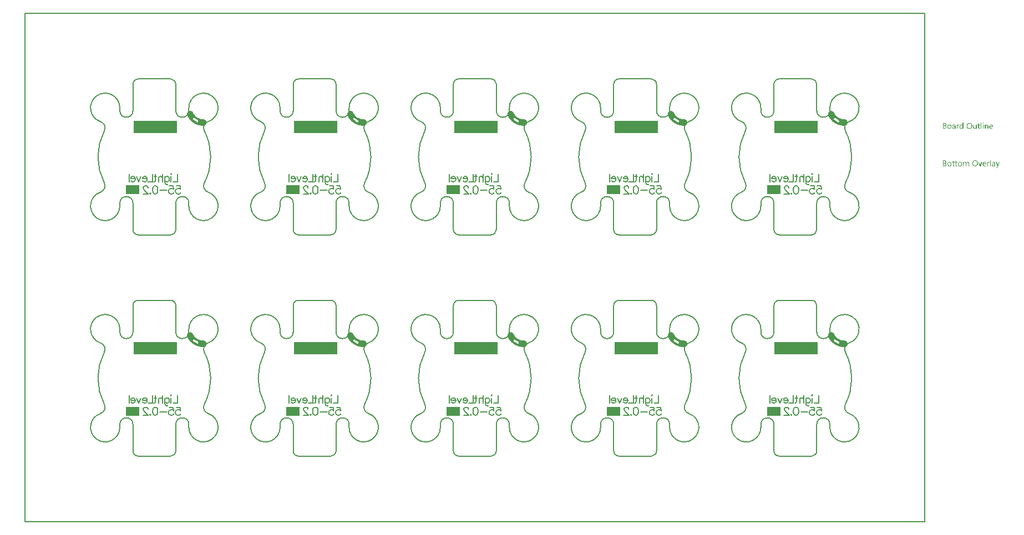
<source format=gbo>
G04*
G04 #@! TF.GenerationSoftware,Altium Limited,Altium Designer,21.8.1 (53)*
G04*
G04 Layer_Color=32896*
%FSAX25Y25*%
%MOIN*%
G70*
G04*
G04 #@! TF.SameCoordinates,B83950CB-9570-44A4-9459-7039BDA0C6D2*
G04*
G04*
G04 #@! TF.FilePolarity,Positive*
G04*
G01*
G75*
%ADD26C,0.00787*%
%ADD60C,0.00630*%
%ADD61R,0.07874X0.05709*%
%ADD62R,0.26083X0.07283*%
%ADD63R,0.07874X0.05709*%
G36*
X0556099Y0220157D02*
X0556124D01*
X0556179Y0220132D01*
X0556210Y0220114D01*
X0556241Y0220089D01*
X0556247Y0220083D01*
X0556254Y0220077D01*
X0556285Y0220040D01*
X0556309Y0219978D01*
X0556316Y0219941D01*
X0556322Y0219903D01*
Y0219897D01*
Y0219885D01*
X0556316Y0219866D01*
X0556309Y0219842D01*
X0556291Y0219780D01*
X0556266Y0219749D01*
X0556241Y0219718D01*
X0556235D01*
X0556229Y0219705D01*
X0556192Y0219681D01*
X0556136Y0219656D01*
X0556099Y0219650D01*
X0556062Y0219643D01*
X0556043D01*
X0556025Y0219650D01*
X0556000D01*
X0555938Y0219674D01*
X0555907Y0219687D01*
X0555876Y0219711D01*
Y0219718D01*
X0555864Y0219724D01*
X0555851Y0219742D01*
X0555839Y0219761D01*
X0555814Y0219823D01*
X0555808Y0219860D01*
X0555802Y0219903D01*
Y0219910D01*
Y0219922D01*
X0555808Y0219941D01*
X0555814Y0219971D01*
X0555833Y0220027D01*
X0555851Y0220058D01*
X0555876Y0220089D01*
X0555882Y0220095D01*
X0555888Y0220101D01*
X0555926Y0220126D01*
X0555987Y0220151D01*
X0556025Y0220163D01*
X0556080D01*
X0556099Y0220157D01*
D02*
G37*
G36*
X0544109Y0216493D02*
X0543707D01*
Y0216914D01*
X0543694D01*
Y0216908D01*
X0543682Y0216895D01*
X0543663Y0216870D01*
X0543645Y0216839D01*
X0543614Y0216802D01*
X0543576Y0216765D01*
X0543533Y0216722D01*
X0543484Y0216678D01*
X0543428Y0216629D01*
X0543360Y0216586D01*
X0543292Y0216548D01*
X0543211Y0216511D01*
X0543131Y0216480D01*
X0543038Y0216456D01*
X0542939Y0216443D01*
X0542834Y0216437D01*
X0542790D01*
X0542753Y0216443D01*
X0542716Y0216449D01*
X0542667Y0216456D01*
X0542561Y0216480D01*
X0542438Y0216517D01*
X0542314Y0216579D01*
X0542246Y0216617D01*
X0542190Y0216660D01*
X0542128Y0216716D01*
X0542072Y0216771D01*
Y0216777D01*
X0542060Y0216790D01*
X0542048Y0216808D01*
X0542029Y0216833D01*
X0542010Y0216864D01*
X0541986Y0216908D01*
X0541961Y0216957D01*
X0541936Y0217013D01*
X0541905Y0217075D01*
X0541880Y0217143D01*
X0541856Y0217217D01*
X0541837Y0217297D01*
X0541819Y0217384D01*
X0541806Y0217483D01*
X0541800Y0217582D01*
X0541794Y0217687D01*
Y0217694D01*
Y0217712D01*
Y0217749D01*
X0541800Y0217793D01*
X0541806Y0217842D01*
X0541812Y0217904D01*
X0541819Y0217972D01*
X0541831Y0218046D01*
X0541868Y0218207D01*
X0541924Y0218374D01*
X0541961Y0218455D01*
X0542004Y0218535D01*
X0542048Y0218610D01*
X0542103Y0218684D01*
X0542109Y0218690D01*
X0542116Y0218703D01*
X0542134Y0218721D01*
X0542159Y0218746D01*
X0542190Y0218771D01*
X0542233Y0218802D01*
X0542277Y0218839D01*
X0542326Y0218876D01*
X0542450Y0218944D01*
X0542592Y0219006D01*
X0542673Y0219024D01*
X0542759Y0219043D01*
X0542846Y0219055D01*
X0542945Y0219062D01*
X0542995D01*
X0543032Y0219055D01*
X0543069Y0219049D01*
X0543118Y0219043D01*
X0543230Y0219012D01*
X0543354Y0218963D01*
X0543415Y0218932D01*
X0543477Y0218888D01*
X0543539Y0218845D01*
X0543595Y0218789D01*
X0543645Y0218727D01*
X0543694Y0218653D01*
X0543707D01*
Y0220213D01*
X0544109D01*
Y0216493D01*
D02*
G37*
G36*
X0558377Y0219055D02*
X0558451Y0219049D01*
X0558544Y0219031D01*
X0558643Y0219000D01*
X0558748Y0218950D01*
X0558853Y0218882D01*
X0558897Y0218845D01*
X0558940Y0218795D01*
X0558952Y0218783D01*
X0558977Y0218746D01*
X0559008Y0218684D01*
X0559052Y0218597D01*
X0559089Y0218492D01*
X0559126Y0218362D01*
X0559151Y0218207D01*
X0559157Y0218028D01*
Y0216493D01*
X0558754D01*
Y0217923D01*
Y0217929D01*
Y0217960D01*
X0558748Y0217997D01*
Y0218046D01*
X0558736Y0218108D01*
X0558723Y0218176D01*
X0558705Y0218251D01*
X0558680Y0218325D01*
X0558649Y0218399D01*
X0558612Y0218467D01*
X0558563Y0218535D01*
X0558507Y0218597D01*
X0558445Y0218647D01*
X0558364Y0218684D01*
X0558278Y0218715D01*
X0558173Y0218721D01*
X0558160D01*
X0558123Y0218715D01*
X0558067Y0218709D01*
X0557999Y0218690D01*
X0557919Y0218665D01*
X0557832Y0218622D01*
X0557752Y0218566D01*
X0557671Y0218492D01*
X0557665Y0218480D01*
X0557640Y0218455D01*
X0557609Y0218405D01*
X0557572Y0218337D01*
X0557535Y0218257D01*
X0557504Y0218158D01*
X0557479Y0218046D01*
X0557473Y0217923D01*
Y0216493D01*
X0557071D01*
Y0219006D01*
X0557473D01*
Y0218585D01*
X0557485D01*
X0557492Y0218591D01*
X0557498Y0218603D01*
X0557516Y0218628D01*
X0557541Y0218659D01*
X0557566Y0218696D01*
X0557603Y0218734D01*
X0557646Y0218777D01*
X0557696Y0218826D01*
X0557752Y0218870D01*
X0557814Y0218913D01*
X0557882Y0218950D01*
X0557956Y0218987D01*
X0558030Y0219018D01*
X0558117Y0219043D01*
X0558210Y0219055D01*
X0558309Y0219062D01*
X0558346D01*
X0558377Y0219055D01*
D02*
G37*
G36*
X0541379Y0219043D02*
X0541453Y0219037D01*
X0541497Y0219024D01*
X0541528Y0219012D01*
Y0218597D01*
X0541521Y0218603D01*
X0541509Y0218610D01*
X0541484Y0218622D01*
X0541453Y0218641D01*
X0541410Y0218653D01*
X0541354Y0218665D01*
X0541292Y0218672D01*
X0541224Y0218678D01*
X0541212D01*
X0541181Y0218672D01*
X0541131Y0218665D01*
X0541076Y0218647D01*
X0541001Y0218616D01*
X0540933Y0218573D01*
X0540859Y0218511D01*
X0540791Y0218430D01*
X0540785Y0218418D01*
X0540766Y0218387D01*
X0540735Y0218331D01*
X0540704Y0218257D01*
X0540673Y0218164D01*
X0540642Y0218046D01*
X0540624Y0217916D01*
X0540618Y0217768D01*
Y0216493D01*
X0540215D01*
Y0219006D01*
X0540618D01*
Y0218486D01*
X0540630D01*
Y0218492D01*
X0540636Y0218498D01*
X0540649Y0218529D01*
X0540667Y0218579D01*
X0540698Y0218641D01*
X0540729Y0218703D01*
X0540779Y0218771D01*
X0540828Y0218839D01*
X0540890Y0218901D01*
X0540896Y0218907D01*
X0540921Y0218925D01*
X0540958Y0218950D01*
X0541008Y0218975D01*
X0541063Y0219000D01*
X0541131Y0219024D01*
X0541206Y0219043D01*
X0541286Y0219049D01*
X0541342D01*
X0541379Y0219043D01*
D02*
G37*
G36*
X0464928Y0227208D02*
X0465045Y0227195D01*
X0465160Y0227175D01*
X0465274Y0227147D01*
X0465387Y0227113D01*
X0465497Y0227072D01*
X0465604Y0227025D01*
X0465708Y0226971D01*
X0465809Y0226911D01*
X0465906Y0226845D01*
X0465999Y0226773D01*
X0466088Y0226696D01*
X0466171Y0226613D01*
X0466250Y0226526D01*
X0466323Y0226434D01*
X0466390Y0226338D01*
X0466452Y0226238D01*
X0466507Y0226134D01*
X0466514Y0226119D01*
X0466514Y0226119D01*
X0466603Y0225940D01*
X0466711Y0225742D01*
X0466825Y0225546D01*
X0466946Y0225355D01*
X0467072Y0225167D01*
X0467205Y0224984D01*
X0467344Y0224805D01*
X0467488Y0224631D01*
X0467639Y0224462D01*
X0467794Y0224297D01*
X0467955Y0224138D01*
X0468121Y0223984D01*
X0468292Y0223836D01*
X0468468Y0223693D01*
X0468648Y0223557D01*
X0468833Y0223426D01*
X0469022Y0223301D01*
X0469214Y0223183D01*
X0469411Y0223071D01*
X0469611Y0222965D01*
X0469815Y0222866D01*
X0470021Y0222774D01*
X0470231Y0222688D01*
X0470443Y0222610D01*
X0470658Y0222538D01*
X0470875Y0222474D01*
X0471094Y0222416D01*
X0471314Y0222366D01*
X0471536Y0222323D01*
X0471760Y0222288D01*
X0471984Y0222259D01*
X0472210Y0222238D01*
X0472436Y0222225D01*
X0472659Y0222219D01*
X0472659Y0222219D01*
X0472682Y0222219D01*
X0472799Y0222213D01*
X0472916Y0222199D01*
X0473032Y0222179D01*
X0473146Y0222152D01*
X0473258Y0222117D01*
X0473368Y0222077D01*
X0473476Y0222029D01*
X0473580Y0221975D01*
X0473681Y0221915D01*
X0473778Y0221849D01*
X0473871Y0221777D01*
X0473959Y0221700D01*
X0474043Y0221618D01*
X0474121Y0221530D01*
X0474194Y0221438D01*
X0474261Y0221342D01*
X0474323Y0221242D01*
X0474378Y0221139D01*
X0474427Y0221032D01*
X0474469Y0220922D01*
X0474505Y0220811D01*
X0474534Y0220697D01*
X0474556Y0220581D01*
X0474571Y0220465D01*
X0474579Y0220348D01*
X0474579Y0220231D01*
X0474573Y0220113D01*
X0474560Y0219997D01*
X0474539Y0219881D01*
X0474512Y0219767D01*
X0474478Y0219654D01*
X0474437Y0219545D01*
X0474390Y0219437D01*
X0474336Y0219333D01*
X0474276Y0219232D01*
X0474210Y0219135D01*
X0474138Y0219042D01*
X0474060Y0218954D01*
X0473978Y0218870D01*
X0473891Y0218792D01*
X0473799Y0218719D01*
X0473703Y0218651D01*
X0473603Y0218590D01*
X0473499Y0218535D01*
X0473392Y0218486D01*
X0473283Y0218443D01*
X0473171Y0218408D01*
X0473057Y0218379D01*
X0472942Y0218357D01*
X0472825Y0218342D01*
X0472708Y0218334D01*
X0472614Y0218333D01*
X0472614Y0218334D01*
X0472461Y0218336D01*
X0472169Y0218347D01*
X0471877Y0218366D01*
X0471586Y0218394D01*
X0471295Y0218429D01*
X0471006Y0218472D01*
X0470718Y0218523D01*
X0470431Y0218581D01*
X0470146Y0218647D01*
X0469863Y0218721D01*
X0469582Y0218803D01*
X0469304Y0218892D01*
X0469028Y0218989D01*
X0468754Y0219093D01*
X0468484Y0219205D01*
X0468217Y0219324D01*
X0467952Y0219450D01*
X0467692Y0219583D01*
X0467435Y0219723D01*
X0467182Y0219870D01*
X0466934Y0220024D01*
X0466689Y0220184D01*
X0466449Y0220351D01*
X0466213Y0220525D01*
X0465983Y0220705D01*
X0465757Y0220891D01*
X0465536Y0221083D01*
X0465321Y0221281D01*
X0465111Y0221484D01*
X0464907Y0221694D01*
X0464708Y0221908D01*
X0464515Y0222129D01*
X0464328Y0222354D01*
X0464148Y0222584D01*
X0463974Y0222819D01*
X0463806Y0223059D01*
X0463645Y0223303D01*
X0463490Y0223551D01*
X0463342Y0223803D01*
X0463202Y0224060D01*
X0463068Y0224320D01*
X0463017Y0224425D01*
X0463017Y0224425D01*
X0462975Y0224516D01*
X0462932Y0224626D01*
X0462897Y0224738D01*
X0462868Y0224851D01*
X0462846Y0224967D01*
X0462831Y0225083D01*
X0462823Y0225200D01*
X0462822Y0225318D01*
X0462829Y0225435D01*
X0462842Y0225552D01*
X0462862Y0225667D01*
X0462890Y0225781D01*
X0462924Y0225894D01*
X0462965Y0226004D01*
X0463012Y0226111D01*
X0463066Y0226215D01*
X0463126Y0226316D01*
X0463192Y0226413D01*
X0463264Y0226506D01*
X0463341Y0226594D01*
X0463424Y0226678D01*
X0463511Y0226757D01*
X0463603Y0226830D01*
X0463699Y0226897D01*
X0463799Y0226958D01*
X0463903Y0227013D01*
X0464010Y0227062D01*
X0464119Y0227105D01*
X0464231Y0227140D01*
X0464345Y0227169D01*
X0464460Y0227191D01*
X0464576Y0227206D01*
X0464693Y0227214D01*
X0464811Y0227215D01*
X0464928Y0227208D01*
D02*
G37*
G36*
X0368629D02*
X0368745Y0227195D01*
X0368861Y0227175D01*
X0368975Y0227147D01*
X0369088Y0227113D01*
X0369198Y0227072D01*
X0369305Y0227025D01*
X0369409Y0226971D01*
X0369510Y0226911D01*
X0369607Y0226845D01*
X0369700Y0226773D01*
X0369789Y0226696D01*
X0369872Y0226613D01*
X0369951Y0226526D01*
X0370023Y0226434D01*
X0370091Y0226338D01*
X0370152Y0226238D01*
X0370208Y0226134D01*
X0370215Y0226119D01*
X0370215Y0226119D01*
X0370304Y0225940D01*
X0370412Y0225742D01*
X0370526Y0225546D01*
X0370646Y0225355D01*
X0370773Y0225167D01*
X0370906Y0224984D01*
X0371045Y0224805D01*
X0371189Y0224631D01*
X0371339Y0224462D01*
X0371495Y0224297D01*
X0371656Y0224138D01*
X0371822Y0223984D01*
X0371993Y0223836D01*
X0372168Y0223693D01*
X0372349Y0223557D01*
X0372533Y0223426D01*
X0372722Y0223301D01*
X0372915Y0223183D01*
X0373112Y0223071D01*
X0373312Y0222965D01*
X0373515Y0222866D01*
X0373722Y0222774D01*
X0373932Y0222688D01*
X0374144Y0222610D01*
X0374359Y0222538D01*
X0374575Y0222474D01*
X0374794Y0222416D01*
X0375015Y0222366D01*
X0375237Y0222323D01*
X0375461Y0222288D01*
X0375685Y0222259D01*
X0375911Y0222238D01*
X0376136Y0222225D01*
X0376360Y0222219D01*
X0376360Y0222219D01*
X0376383Y0222219D01*
X0376500Y0222213D01*
X0376617Y0222199D01*
X0376732Y0222179D01*
X0376847Y0222152D01*
X0376959Y0222117D01*
X0377069Y0222077D01*
X0377176Y0222029D01*
X0377281Y0221975D01*
X0377381Y0221915D01*
X0377479Y0221849D01*
X0377572Y0221777D01*
X0377660Y0221700D01*
X0377744Y0221618D01*
X0377822Y0221530D01*
X0377895Y0221438D01*
X0377962Y0221342D01*
X0378024Y0221242D01*
X0378079Y0221139D01*
X0378128Y0221032D01*
X0378170Y0220922D01*
X0378206Y0220811D01*
X0378235Y0220697D01*
X0378257Y0220581D01*
X0378272Y0220465D01*
X0378279Y0220348D01*
X0378280Y0220231D01*
X0378274Y0220113D01*
X0378261Y0219997D01*
X0378240Y0219881D01*
X0378213Y0219767D01*
X0378179Y0219654D01*
X0378138Y0219545D01*
X0378090Y0219437D01*
X0378036Y0219333D01*
X0377976Y0219232D01*
X0377910Y0219135D01*
X0377839Y0219042D01*
X0377761Y0218954D01*
X0377679Y0218870D01*
X0377591Y0218792D01*
X0377500Y0218719D01*
X0377403Y0218651D01*
X0377303Y0218590D01*
X0377200Y0218535D01*
X0377093Y0218486D01*
X0376984Y0218443D01*
X0376872Y0218408D01*
X0376758Y0218379D01*
X0376643Y0218357D01*
X0376526Y0218342D01*
X0376409Y0218334D01*
X0376315Y0218333D01*
X0376315Y0218334D01*
X0376162Y0218336D01*
X0375869Y0218347D01*
X0375578Y0218366D01*
X0375286Y0218394D01*
X0374996Y0218429D01*
X0374707Y0218472D01*
X0374419Y0218523D01*
X0374132Y0218581D01*
X0373847Y0218647D01*
X0373564Y0218721D01*
X0373283Y0218803D01*
X0373005Y0218892D01*
X0372728Y0218989D01*
X0372455Y0219093D01*
X0372185Y0219205D01*
X0371917Y0219324D01*
X0371653Y0219450D01*
X0371393Y0219583D01*
X0371136Y0219723D01*
X0370883Y0219870D01*
X0370634Y0220024D01*
X0370390Y0220184D01*
X0370150Y0220351D01*
X0369914Y0220525D01*
X0369683Y0220705D01*
X0369458Y0220891D01*
X0369237Y0221083D01*
X0369022Y0221281D01*
X0368812Y0221484D01*
X0368607Y0221694D01*
X0368409Y0221908D01*
X0368216Y0222129D01*
X0368029Y0222354D01*
X0367849Y0222584D01*
X0367675Y0222819D01*
X0367507Y0223059D01*
X0367345Y0223303D01*
X0367191Y0223551D01*
X0367043Y0223803D01*
X0366902Y0224060D01*
X0366768Y0224320D01*
X0366718Y0224425D01*
X0366717Y0224425D01*
X0366675Y0224516D01*
X0366633Y0224626D01*
X0366598Y0224738D01*
X0366569Y0224851D01*
X0366547Y0224967D01*
X0366532Y0225083D01*
X0366524Y0225200D01*
X0366523Y0225318D01*
X0366529Y0225435D01*
X0366543Y0225552D01*
X0366563Y0225667D01*
X0366590Y0225781D01*
X0366625Y0225894D01*
X0366666Y0226004D01*
X0366713Y0226111D01*
X0366767Y0226215D01*
X0366827Y0226316D01*
X0366893Y0226413D01*
X0366965Y0226506D01*
X0367042Y0226594D01*
X0367124Y0226678D01*
X0367212Y0226757D01*
X0367304Y0226830D01*
X0367400Y0226897D01*
X0367500Y0226958D01*
X0367603Y0227013D01*
X0367710Y0227062D01*
X0367820Y0227105D01*
X0367932Y0227140D01*
X0368045Y0227169D01*
X0368161Y0227191D01*
X0368277Y0227206D01*
X0368394Y0227214D01*
X0368512Y0227215D01*
X0368629Y0227208D01*
D02*
G37*
G36*
X0272330D02*
X0272446Y0227195D01*
X0272562Y0227175D01*
X0272676Y0227147D01*
X0272788Y0227113D01*
X0272898Y0227072D01*
X0273006Y0227025D01*
X0273110Y0226971D01*
X0273211Y0226911D01*
X0273308Y0226845D01*
X0273401Y0226773D01*
X0273489Y0226696D01*
X0273573Y0226613D01*
X0273651Y0226526D01*
X0273724Y0226434D01*
X0273792Y0226338D01*
X0273853Y0226238D01*
X0273908Y0226134D01*
X0273915Y0226119D01*
X0273915Y0226119D01*
X0274005Y0225940D01*
X0274112Y0225742D01*
X0274227Y0225546D01*
X0274347Y0225355D01*
X0274474Y0225167D01*
X0274607Y0224984D01*
X0274745Y0224805D01*
X0274890Y0224631D01*
X0275040Y0224462D01*
X0275196Y0224297D01*
X0275357Y0224138D01*
X0275523Y0223984D01*
X0275694Y0223836D01*
X0275869Y0223693D01*
X0276050Y0223557D01*
X0276234Y0223426D01*
X0276423Y0223301D01*
X0276616Y0223183D01*
X0276813Y0223071D01*
X0277013Y0222965D01*
X0277216Y0222866D01*
X0277423Y0222774D01*
X0277632Y0222688D01*
X0277845Y0222610D01*
X0278059Y0222538D01*
X0278276Y0222474D01*
X0278495Y0222416D01*
X0278716Y0222366D01*
X0278938Y0222323D01*
X0279162Y0222288D01*
X0279386Y0222259D01*
X0279611Y0222238D01*
X0279837Y0222225D01*
X0280060Y0222219D01*
X0280060Y0222219D01*
X0280084Y0222219D01*
X0280201Y0222213D01*
X0280318Y0222199D01*
X0280433Y0222179D01*
X0280547Y0222152D01*
X0280660Y0222117D01*
X0280770Y0222077D01*
X0280877Y0222029D01*
X0280981Y0221975D01*
X0281082Y0221915D01*
X0281179Y0221849D01*
X0281272Y0221777D01*
X0281361Y0221700D01*
X0281444Y0221618D01*
X0281523Y0221530D01*
X0281596Y0221438D01*
X0281663Y0221342D01*
X0281724Y0221242D01*
X0281780Y0221139D01*
X0281829Y0221032D01*
X0281871Y0220922D01*
X0281907Y0220811D01*
X0281936Y0220697D01*
X0281957Y0220581D01*
X0281972Y0220465D01*
X0281980Y0220348D01*
X0281981Y0220231D01*
X0281975Y0220113D01*
X0281961Y0219997D01*
X0281941Y0219881D01*
X0281914Y0219767D01*
X0281879Y0219654D01*
X0281839Y0219545D01*
X0281791Y0219437D01*
X0281737Y0219333D01*
X0281677Y0219232D01*
X0281611Y0219135D01*
X0281539Y0219042D01*
X0281462Y0218954D01*
X0281380Y0218870D01*
X0281292Y0218792D01*
X0281200Y0218719D01*
X0281104Y0218651D01*
X0281004Y0218590D01*
X0280901Y0218535D01*
X0280794Y0218486D01*
X0280684Y0218443D01*
X0280573Y0218408D01*
X0280459Y0218379D01*
X0280343Y0218357D01*
X0280227Y0218342D01*
X0280110Y0218334D01*
X0280016Y0218333D01*
X0280016Y0218334D01*
X0279863Y0218336D01*
X0279570Y0218347D01*
X0279278Y0218366D01*
X0278987Y0218394D01*
X0278697Y0218429D01*
X0278407Y0218472D01*
X0278119Y0218523D01*
X0277833Y0218581D01*
X0277548Y0218647D01*
X0277265Y0218721D01*
X0276984Y0218803D01*
X0276705Y0218892D01*
X0276429Y0218989D01*
X0276156Y0219093D01*
X0275885Y0219205D01*
X0275618Y0219324D01*
X0275354Y0219450D01*
X0275094Y0219583D01*
X0274837Y0219723D01*
X0274584Y0219870D01*
X0274335Y0220024D01*
X0274091Y0220184D01*
X0273850Y0220351D01*
X0273615Y0220525D01*
X0273384Y0220705D01*
X0273158Y0220891D01*
X0272938Y0221083D01*
X0272722Y0221281D01*
X0272512Y0221484D01*
X0272308Y0221694D01*
X0272109Y0221908D01*
X0271917Y0222129D01*
X0271730Y0222354D01*
X0271550Y0222584D01*
X0271375Y0222819D01*
X0271207Y0223059D01*
X0271046Y0223303D01*
X0270892Y0223551D01*
X0270744Y0223803D01*
X0270603Y0224060D01*
X0270469Y0224320D01*
X0270419Y0224425D01*
X0270418Y0224425D01*
X0270376Y0224516D01*
X0270334Y0224626D01*
X0270298Y0224738D01*
X0270269Y0224851D01*
X0270248Y0224967D01*
X0270233Y0225083D01*
X0270225Y0225200D01*
X0270224Y0225318D01*
X0270230Y0225435D01*
X0270244Y0225552D01*
X0270264Y0225667D01*
X0270291Y0225781D01*
X0270325Y0225894D01*
X0270366Y0226004D01*
X0270414Y0226111D01*
X0270468Y0226215D01*
X0270528Y0226316D01*
X0270594Y0226413D01*
X0270666Y0226506D01*
X0270743Y0226594D01*
X0270825Y0226678D01*
X0270913Y0226757D01*
X0271005Y0226830D01*
X0271101Y0226897D01*
X0271201Y0226958D01*
X0271304Y0227013D01*
X0271411Y0227062D01*
X0271520Y0227105D01*
X0271632Y0227140D01*
X0271746Y0227169D01*
X0271861Y0227191D01*
X0271978Y0227206D01*
X0272095Y0227214D01*
X0272212Y0227215D01*
X0272330Y0227208D01*
D02*
G37*
G36*
X0176030D02*
X0176147Y0227195D01*
X0176263Y0227175D01*
X0176377Y0227147D01*
X0176489Y0227113D01*
X0176599Y0227072D01*
X0176707Y0227025D01*
X0176811Y0226971D01*
X0176912Y0226911D01*
X0177009Y0226845D01*
X0177102Y0226773D01*
X0177190Y0226696D01*
X0177274Y0226613D01*
X0177352Y0226526D01*
X0177425Y0226434D01*
X0177492Y0226338D01*
X0177554Y0226238D01*
X0177609Y0226134D01*
X0177616Y0226119D01*
X0177616Y0226119D01*
X0177705Y0225940D01*
X0177813Y0225742D01*
X0177927Y0225546D01*
X0178048Y0225355D01*
X0178175Y0225167D01*
X0178307Y0224984D01*
X0178446Y0224805D01*
X0178591Y0224631D01*
X0178741Y0224462D01*
X0178896Y0224297D01*
X0179057Y0224138D01*
X0179223Y0223984D01*
X0179394Y0223836D01*
X0179570Y0223693D01*
X0179750Y0223557D01*
X0179935Y0223426D01*
X0180124Y0223301D01*
X0180317Y0223183D01*
X0180513Y0223071D01*
X0180713Y0222965D01*
X0180917Y0222866D01*
X0181124Y0222774D01*
X0181333Y0222688D01*
X0181545Y0222610D01*
X0181760Y0222538D01*
X0181977Y0222474D01*
X0182196Y0222416D01*
X0182417Y0222366D01*
X0182639Y0222323D01*
X0182862Y0222288D01*
X0183087Y0222259D01*
X0183312Y0222238D01*
X0183538Y0222225D01*
X0183761Y0222219D01*
X0183761Y0222219D01*
X0183785Y0222219D01*
X0183902Y0222213D01*
X0184018Y0222199D01*
X0184134Y0222179D01*
X0184248Y0222152D01*
X0184361Y0222117D01*
X0184471Y0222077D01*
X0184578Y0222029D01*
X0184682Y0221975D01*
X0184783Y0221915D01*
X0184880Y0221849D01*
X0184973Y0221777D01*
X0185062Y0221700D01*
X0185145Y0221618D01*
X0185223Y0221530D01*
X0185296Y0221438D01*
X0185364Y0221342D01*
X0185425Y0221242D01*
X0185480Y0221139D01*
X0185529Y0221032D01*
X0185572Y0220922D01*
X0185607Y0220811D01*
X0185636Y0220697D01*
X0185658Y0220581D01*
X0185673Y0220465D01*
X0185681Y0220348D01*
X0185682Y0220231D01*
X0185676Y0220113D01*
X0185662Y0219997D01*
X0185642Y0219881D01*
X0185614Y0219767D01*
X0185580Y0219654D01*
X0185539Y0219545D01*
X0185492Y0219437D01*
X0185438Y0219333D01*
X0185378Y0219232D01*
X0185312Y0219135D01*
X0185240Y0219042D01*
X0185163Y0218954D01*
X0185080Y0218870D01*
X0184993Y0218792D01*
X0184901Y0218719D01*
X0184805Y0218651D01*
X0184705Y0218590D01*
X0184601Y0218535D01*
X0184495Y0218486D01*
X0184385Y0218443D01*
X0184273Y0218408D01*
X0184160Y0218379D01*
X0184044Y0218357D01*
X0183928Y0218342D01*
X0183811Y0218334D01*
X0183717Y0218333D01*
X0183717Y0218334D01*
X0183563Y0218336D01*
X0183271Y0218347D01*
X0182979Y0218366D01*
X0182688Y0218394D01*
X0182398Y0218429D01*
X0182108Y0218472D01*
X0181820Y0218523D01*
X0181534Y0218581D01*
X0181249Y0218647D01*
X0180966Y0218721D01*
X0180685Y0218803D01*
X0180406Y0218892D01*
X0180130Y0218989D01*
X0179857Y0219093D01*
X0179586Y0219205D01*
X0179319Y0219324D01*
X0179055Y0219450D01*
X0178794Y0219583D01*
X0178538Y0219723D01*
X0178285Y0219870D01*
X0178036Y0220024D01*
X0177791Y0220184D01*
X0177551Y0220351D01*
X0177316Y0220525D01*
X0177085Y0220705D01*
X0176859Y0220891D01*
X0176638Y0221083D01*
X0176423Y0221281D01*
X0176213Y0221484D01*
X0176009Y0221694D01*
X0175810Y0221908D01*
X0175618Y0222129D01*
X0175431Y0222354D01*
X0175250Y0222584D01*
X0175076Y0222819D01*
X0174908Y0223059D01*
X0174747Y0223303D01*
X0174592Y0223551D01*
X0174445Y0223803D01*
X0174304Y0224060D01*
X0174170Y0224320D01*
X0174119Y0224425D01*
X0174119Y0224425D01*
X0174077Y0224516D01*
X0174035Y0224626D01*
X0173999Y0224738D01*
X0173970Y0224851D01*
X0173948Y0224967D01*
X0173933Y0225083D01*
X0173925Y0225200D01*
X0173925Y0225318D01*
X0173931Y0225435D01*
X0173944Y0225552D01*
X0173965Y0225667D01*
X0173992Y0225781D01*
X0174026Y0225894D01*
X0174067Y0226004D01*
X0174115Y0226111D01*
X0174168Y0226215D01*
X0174229Y0226316D01*
X0174294Y0226413D01*
X0174366Y0226506D01*
X0174444Y0226594D01*
X0174526Y0226678D01*
X0174613Y0226757D01*
X0174705Y0226830D01*
X0174801Y0226897D01*
X0174901Y0226958D01*
X0175005Y0227013D01*
X0175112Y0227062D01*
X0175221Y0227105D01*
X0175333Y0227140D01*
X0175447Y0227169D01*
X0175562Y0227191D01*
X0175679Y0227206D01*
X0175796Y0227214D01*
X0175913Y0227215D01*
X0176030Y0227208D01*
D02*
G37*
G36*
X0079731D02*
X0079848Y0227195D01*
X0079963Y0227175D01*
X0080078Y0227147D01*
X0080190Y0227113D01*
X0080300Y0227072D01*
X0080407Y0227025D01*
X0080512Y0226971D01*
X0080612Y0226911D01*
X0080710Y0226845D01*
X0080802Y0226773D01*
X0080891Y0226696D01*
X0080974Y0226613D01*
X0081053Y0226526D01*
X0081126Y0226434D01*
X0081193Y0226338D01*
X0081255Y0226238D01*
X0081310Y0226134D01*
X0081317Y0226119D01*
X0081317Y0226119D01*
X0081406Y0225940D01*
X0081514Y0225742D01*
X0081628Y0225546D01*
X0081749Y0225355D01*
X0081875Y0225167D01*
X0082008Y0224984D01*
X0082147Y0224805D01*
X0082292Y0224631D01*
X0082442Y0224462D01*
X0082597Y0224297D01*
X0082758Y0224138D01*
X0082924Y0223984D01*
X0083095Y0223836D01*
X0083271Y0223693D01*
X0083451Y0223557D01*
X0083636Y0223426D01*
X0083825Y0223301D01*
X0084017Y0223183D01*
X0084214Y0223071D01*
X0084414Y0222965D01*
X0084618Y0222866D01*
X0084824Y0222774D01*
X0085034Y0222688D01*
X0085246Y0222610D01*
X0085461Y0222538D01*
X0085678Y0222474D01*
X0085897Y0222416D01*
X0086117Y0222366D01*
X0086340Y0222323D01*
X0086563Y0222288D01*
X0086788Y0222259D01*
X0087013Y0222238D01*
X0087239Y0222225D01*
X0087462Y0222219D01*
X0087462Y0222219D01*
X0087485Y0222219D01*
X0087603Y0222213D01*
X0087719Y0222199D01*
X0087835Y0222179D01*
X0087949Y0222152D01*
X0088061Y0222117D01*
X0088171Y0222077D01*
X0088279Y0222029D01*
X0088383Y0221975D01*
X0088484Y0221915D01*
X0088581Y0221849D01*
X0088674Y0221777D01*
X0088762Y0221700D01*
X0088846Y0221618D01*
X0088924Y0221530D01*
X0088997Y0221438D01*
X0089065Y0221342D01*
X0089126Y0221242D01*
X0089181Y0221139D01*
X0089230Y0221032D01*
X0089272Y0220922D01*
X0089308Y0220811D01*
X0089337Y0220697D01*
X0089359Y0220581D01*
X0089374Y0220465D01*
X0089382Y0220348D01*
X0089383Y0220231D01*
X0089376Y0220113D01*
X0089363Y0219997D01*
X0089342Y0219881D01*
X0089315Y0219767D01*
X0089281Y0219654D01*
X0089240Y0219545D01*
X0089193Y0219437D01*
X0089139Y0219333D01*
X0089079Y0219232D01*
X0089013Y0219135D01*
X0088941Y0219042D01*
X0088864Y0218954D01*
X0088781Y0218870D01*
X0088694Y0218792D01*
X0088602Y0218719D01*
X0088506Y0218651D01*
X0088406Y0218590D01*
X0088302Y0218535D01*
X0088195Y0218486D01*
X0088086Y0218443D01*
X0087974Y0218408D01*
X0087860Y0218379D01*
X0087745Y0218357D01*
X0087629Y0218342D01*
X0087511Y0218334D01*
X0087418Y0218333D01*
X0087418Y0218334D01*
X0087264Y0218336D01*
X0086972Y0218347D01*
X0086680Y0218366D01*
X0086389Y0218394D01*
X0086098Y0218429D01*
X0085809Y0218472D01*
X0085521Y0218523D01*
X0085234Y0218581D01*
X0084949Y0218647D01*
X0084666Y0218721D01*
X0084385Y0218803D01*
X0084107Y0218892D01*
X0083831Y0218989D01*
X0083557Y0219093D01*
X0083287Y0219205D01*
X0083020Y0219324D01*
X0082756Y0219450D01*
X0082495Y0219583D01*
X0082238Y0219723D01*
X0081985Y0219870D01*
X0081737Y0220024D01*
X0081492Y0220184D01*
X0081252Y0220351D01*
X0081016Y0220525D01*
X0080786Y0220705D01*
X0080560Y0220891D01*
X0080339Y0221083D01*
X0080124Y0221281D01*
X0079914Y0221484D01*
X0079710Y0221694D01*
X0079511Y0221908D01*
X0079318Y0222129D01*
X0079132Y0222354D01*
X0078951Y0222584D01*
X0078777Y0222819D01*
X0078609Y0223059D01*
X0078448Y0223303D01*
X0078293Y0223551D01*
X0078145Y0223803D01*
X0078005Y0224060D01*
X0077871Y0224320D01*
X0077820Y0224425D01*
X0077820Y0224425D01*
X0077778Y0224516D01*
X0077736Y0224626D01*
X0077700Y0224738D01*
X0077671Y0224851D01*
X0077649Y0224967D01*
X0077634Y0225083D01*
X0077626Y0225200D01*
X0077626Y0225318D01*
X0077632Y0225435D01*
X0077645Y0225552D01*
X0077666Y0225667D01*
X0077693Y0225781D01*
X0077727Y0225894D01*
X0077768Y0226004D01*
X0077815Y0226111D01*
X0077869Y0226215D01*
X0077929Y0226316D01*
X0077995Y0226413D01*
X0078067Y0226506D01*
X0078144Y0226594D01*
X0078227Y0226678D01*
X0078314Y0226757D01*
X0078406Y0226830D01*
X0078502Y0226897D01*
X0078602Y0226958D01*
X0078706Y0227013D01*
X0078813Y0227062D01*
X0078922Y0227105D01*
X0079034Y0227140D01*
X0079148Y0227169D01*
X0079263Y0227191D01*
X0079379Y0227206D01*
X0079497Y0227214D01*
X0079614Y0227215D01*
X0079731Y0227208D01*
D02*
G37*
G36*
X0552119Y0216493D02*
X0551716D01*
Y0216889D01*
X0551704D01*
Y0216883D01*
X0551692Y0216870D01*
X0551679Y0216846D01*
X0551654Y0216821D01*
X0551599Y0216746D01*
X0551512Y0216666D01*
X0551463Y0216623D01*
X0551407Y0216579D01*
X0551345Y0216542D01*
X0551271Y0216505D01*
X0551196Y0216480D01*
X0551116Y0216456D01*
X0551023Y0216443D01*
X0550930Y0216437D01*
X0550893D01*
X0550850Y0216443D01*
X0550788Y0216456D01*
X0550720Y0216468D01*
X0550645Y0216493D01*
X0550565Y0216524D01*
X0550485Y0216573D01*
X0550398Y0216629D01*
X0550317Y0216697D01*
X0550243Y0216784D01*
X0550175Y0216889D01*
X0550113Y0217006D01*
X0550070Y0217149D01*
X0550045Y0217316D01*
X0550033Y0217403D01*
Y0217502D01*
Y0219006D01*
X0550429D01*
Y0217564D01*
Y0217557D01*
Y0217533D01*
X0550435Y0217489D01*
X0550441Y0217440D01*
X0550447Y0217378D01*
X0550460Y0217316D01*
X0550478Y0217242D01*
X0550503Y0217167D01*
X0550540Y0217093D01*
X0550577Y0217025D01*
X0550627Y0216957D01*
X0550689Y0216895D01*
X0550757Y0216846D01*
X0550837Y0216808D01*
X0550936Y0216777D01*
X0551042Y0216771D01*
X0551054D01*
X0551091Y0216777D01*
X0551147Y0216784D01*
X0551209Y0216796D01*
X0551289Y0216827D01*
X0551370Y0216864D01*
X0551450Y0216914D01*
X0551524Y0216988D01*
X0551531Y0217000D01*
X0551555Y0217025D01*
X0551586Y0217075D01*
X0551623Y0217143D01*
X0551654Y0217223D01*
X0551685Y0217322D01*
X0551710Y0217434D01*
X0551716Y0217557D01*
Y0219006D01*
X0552119D01*
Y0216493D01*
D02*
G37*
G36*
X0556254D02*
X0555851D01*
Y0219006D01*
X0556254D01*
Y0216493D01*
D02*
G37*
G36*
X0555034D02*
X0554632D01*
Y0220213D01*
X0555034D01*
Y0216493D01*
D02*
G37*
G36*
X0538655Y0219055D02*
X0538711Y0219049D01*
X0538779Y0219031D01*
X0538854Y0219012D01*
X0538934Y0218981D01*
X0539021Y0218944D01*
X0539101Y0218895D01*
X0539182Y0218832D01*
X0539256Y0218758D01*
X0539324Y0218665D01*
X0539380Y0218560D01*
X0539423Y0218436D01*
X0539448Y0218294D01*
X0539460Y0218127D01*
Y0216493D01*
X0539058D01*
Y0216883D01*
X0539045D01*
Y0216877D01*
X0539033Y0216864D01*
X0539021Y0216839D01*
X0538996Y0216815D01*
X0538934Y0216740D01*
X0538854Y0216660D01*
X0538742Y0216579D01*
X0538612Y0216505D01*
X0538532Y0216480D01*
X0538451Y0216456D01*
X0538365Y0216443D01*
X0538272Y0216437D01*
X0538235D01*
X0538210Y0216443D01*
X0538142Y0216449D01*
X0538061Y0216462D01*
X0537962Y0216487D01*
X0537869Y0216517D01*
X0537770Y0216567D01*
X0537684Y0216629D01*
X0537677Y0216641D01*
X0537653Y0216666D01*
X0537615Y0216709D01*
X0537578Y0216771D01*
X0537541Y0216846D01*
X0537504Y0216932D01*
X0537479Y0217037D01*
X0537473Y0217155D01*
Y0217161D01*
Y0217186D01*
X0537479Y0217223D01*
X0537486Y0217267D01*
X0537498Y0217322D01*
X0537516Y0217384D01*
X0537541Y0217452D01*
X0537578Y0217520D01*
X0537622Y0217595D01*
X0537677Y0217669D01*
X0537746Y0217737D01*
X0537826Y0217799D01*
X0537919Y0217861D01*
X0538030Y0217910D01*
X0538154Y0217947D01*
X0538303Y0217978D01*
X0539058Y0218084D01*
Y0218090D01*
Y0218108D01*
X0539052Y0218145D01*
Y0218183D01*
X0539039Y0218232D01*
X0539033Y0218288D01*
X0538996Y0218405D01*
X0538965Y0218461D01*
X0538934Y0218517D01*
X0538891Y0218573D01*
X0538841Y0218622D01*
X0538779Y0218665D01*
X0538711Y0218696D01*
X0538631Y0218715D01*
X0538538Y0218721D01*
X0538494D01*
X0538463Y0218715D01*
X0538420D01*
X0538377Y0218703D01*
X0538266Y0218684D01*
X0538142Y0218647D01*
X0538005Y0218591D01*
X0537931Y0218554D01*
X0537863Y0218517D01*
X0537789Y0218467D01*
X0537721Y0218412D01*
Y0218826D01*
X0537727D01*
X0537739Y0218839D01*
X0537758Y0218851D01*
X0537789Y0218864D01*
X0537820Y0218882D01*
X0537863Y0218901D01*
X0537913Y0218919D01*
X0537968Y0218944D01*
X0538092Y0218987D01*
X0538241Y0219024D01*
X0538402Y0219049D01*
X0538575Y0219062D01*
X0538612D01*
X0538655Y0219055D01*
D02*
G37*
G36*
X0532967Y0220003D02*
X0533010D01*
X0533053Y0219996D01*
X0533152Y0219984D01*
X0533270Y0219953D01*
X0533394Y0219916D01*
X0533511Y0219860D01*
X0533617Y0219786D01*
X0533623D01*
X0533629Y0219773D01*
X0533660Y0219749D01*
X0533703Y0219699D01*
X0533753Y0219631D01*
X0533796Y0219544D01*
X0533840Y0219445D01*
X0533871Y0219334D01*
X0533883Y0219272D01*
Y0219204D01*
Y0219198D01*
Y0219192D01*
Y0219154D01*
X0533877Y0219099D01*
X0533864Y0219031D01*
X0533846Y0218944D01*
X0533815Y0218857D01*
X0533778Y0218771D01*
X0533722Y0218684D01*
X0533716Y0218672D01*
X0533691Y0218647D01*
X0533654Y0218610D01*
X0533604Y0218560D01*
X0533542Y0218511D01*
X0533468Y0218455D01*
X0533375Y0218412D01*
X0533276Y0218368D01*
Y0218362D01*
X0533295D01*
X0533314Y0218356D01*
X0533332Y0218350D01*
X0533400Y0218337D01*
X0533481Y0218313D01*
X0533567Y0218275D01*
X0533660Y0218232D01*
X0533753Y0218170D01*
X0533840Y0218090D01*
X0533852Y0218077D01*
X0533877Y0218046D01*
X0533908Y0218003D01*
X0533951Y0217935D01*
X0533988Y0217848D01*
X0534025Y0217749D01*
X0534050Y0217632D01*
X0534056Y0217502D01*
Y0217495D01*
Y0217483D01*
Y0217458D01*
X0534050Y0217427D01*
X0534044Y0217390D01*
X0534038Y0217347D01*
X0534013Y0217242D01*
X0533976Y0217124D01*
X0533920Y0217000D01*
X0533883Y0216945D01*
X0533840Y0216883D01*
X0533784Y0216827D01*
X0533728Y0216771D01*
X0533722D01*
X0533716Y0216759D01*
X0533697Y0216746D01*
X0533673Y0216728D01*
X0533641Y0216709D01*
X0533598Y0216685D01*
X0533505Y0216635D01*
X0533388Y0216579D01*
X0533252Y0216536D01*
X0533091Y0216505D01*
X0533010Y0216499D01*
X0532917Y0216493D01*
X0531890D01*
Y0220009D01*
X0532936D01*
X0532967Y0220003D01*
D02*
G37*
G36*
X0553462Y0219006D02*
X0554100D01*
Y0218659D01*
X0553462D01*
Y0217242D01*
Y0217229D01*
Y0217198D01*
X0553468Y0217155D01*
X0553474Y0217099D01*
X0553499Y0216982D01*
X0553518Y0216926D01*
X0553549Y0216883D01*
X0553555Y0216877D01*
X0553567Y0216864D01*
X0553586Y0216852D01*
X0553617Y0216833D01*
X0553654Y0216808D01*
X0553703Y0216796D01*
X0553765Y0216784D01*
X0553833Y0216777D01*
X0553858D01*
X0553889Y0216784D01*
X0553926Y0216790D01*
X0554013Y0216815D01*
X0554056Y0216833D01*
X0554100Y0216858D01*
Y0216511D01*
X0554093D01*
X0554075Y0216499D01*
X0554044Y0216493D01*
X0554000Y0216480D01*
X0553945Y0216468D01*
X0553883Y0216456D01*
X0553809Y0216449D01*
X0553722Y0216443D01*
X0553691D01*
X0553660Y0216449D01*
X0553617Y0216456D01*
X0553567Y0216468D01*
X0553511Y0216480D01*
X0553456Y0216505D01*
X0553394Y0216536D01*
X0553332Y0216573D01*
X0553270Y0216623D01*
X0553214Y0216678D01*
X0553165Y0216753D01*
X0553122Y0216833D01*
X0553090Y0216932D01*
X0553066Y0217044D01*
X0553060Y0217174D01*
Y0218659D01*
X0552632D01*
Y0219006D01*
X0553060D01*
Y0219619D01*
X0553462Y0219749D01*
Y0219006D01*
D02*
G37*
G36*
X0560989Y0219055D02*
X0561032Y0219049D01*
X0561076Y0219043D01*
X0561187Y0219024D01*
X0561311Y0218981D01*
X0561435Y0218925D01*
X0561496Y0218888D01*
X0561558Y0218845D01*
X0561614Y0218795D01*
X0561670Y0218740D01*
X0561676Y0218734D01*
X0561682Y0218727D01*
X0561695Y0218709D01*
X0561713Y0218684D01*
X0561732Y0218647D01*
X0561757Y0218610D01*
X0561781Y0218566D01*
X0561806Y0218511D01*
X0561831Y0218449D01*
X0561856Y0218387D01*
X0561880Y0218313D01*
X0561899Y0218232D01*
X0561917Y0218145D01*
X0561930Y0218059D01*
X0561942Y0217960D01*
Y0217854D01*
Y0217644D01*
X0560166D01*
Y0217638D01*
Y0217625D01*
Y0217607D01*
X0560172Y0217576D01*
X0560178Y0217539D01*
Y0217502D01*
X0560197Y0217403D01*
X0560228Y0217304D01*
X0560265Y0217192D01*
X0560320Y0217087D01*
X0560389Y0216994D01*
X0560401Y0216982D01*
X0560426Y0216957D01*
X0560475Y0216926D01*
X0560543Y0216883D01*
X0560630Y0216839D01*
X0560729Y0216808D01*
X0560847Y0216784D01*
X0560983Y0216771D01*
X0561026D01*
X0561057Y0216777D01*
X0561094D01*
X0561137Y0216784D01*
X0561243Y0216808D01*
X0561360Y0216839D01*
X0561490Y0216889D01*
X0561626Y0216957D01*
X0561695Y0217000D01*
X0561763Y0217050D01*
Y0216672D01*
X0561757D01*
X0561750Y0216660D01*
X0561732Y0216654D01*
X0561701Y0216635D01*
X0561670Y0216617D01*
X0561633Y0216598D01*
X0561583Y0216579D01*
X0561534Y0216555D01*
X0561472Y0216530D01*
X0561404Y0216511D01*
X0561255Y0216474D01*
X0561082Y0216449D01*
X0560890Y0216437D01*
X0560840D01*
X0560803Y0216443D01*
X0560760Y0216449D01*
X0560704Y0216456D01*
X0560587Y0216480D01*
X0560450Y0216517D01*
X0560314Y0216579D01*
X0560246Y0216623D01*
X0560178Y0216666D01*
X0560116Y0216716D01*
X0560054Y0216777D01*
X0560048Y0216784D01*
X0560042Y0216796D01*
X0560030Y0216815D01*
X0560005Y0216839D01*
X0559986Y0216877D01*
X0559961Y0216920D01*
X0559931Y0216969D01*
X0559906Y0217025D01*
X0559875Y0217087D01*
X0559850Y0217161D01*
X0559819Y0217242D01*
X0559800Y0217328D01*
X0559782Y0217421D01*
X0559763Y0217520D01*
X0559757Y0217625D01*
X0559751Y0217737D01*
Y0217743D01*
Y0217762D01*
Y0217793D01*
X0559757Y0217836D01*
X0559763Y0217885D01*
X0559769Y0217941D01*
X0559776Y0218009D01*
X0559794Y0218077D01*
X0559831Y0218226D01*
X0559887Y0218387D01*
X0559924Y0218467D01*
X0559974Y0218542D01*
X0560023Y0218622D01*
X0560079Y0218690D01*
X0560085Y0218696D01*
X0560098Y0218709D01*
X0560116Y0218727D01*
X0560141Y0218746D01*
X0560172Y0218777D01*
X0560209Y0218808D01*
X0560258Y0218839D01*
X0560308Y0218876D01*
X0560426Y0218944D01*
X0560568Y0219006D01*
X0560648Y0219024D01*
X0560729Y0219043D01*
X0560816Y0219055D01*
X0560909Y0219062D01*
X0560958D01*
X0560989Y0219055D01*
D02*
G37*
G36*
X0547947Y0220064D02*
X0548008Y0220058D01*
X0548083Y0220046D01*
X0548163Y0220027D01*
X0548250Y0220009D01*
X0548337Y0219984D01*
X0548436Y0219953D01*
X0548528Y0219910D01*
X0548628Y0219860D01*
X0548727Y0219804D01*
X0548819Y0219736D01*
X0548912Y0219662D01*
X0548999Y0219575D01*
X0549005Y0219569D01*
X0549017Y0219551D01*
X0549042Y0219526D01*
X0549067Y0219489D01*
X0549104Y0219439D01*
X0549141Y0219377D01*
X0549178Y0219309D01*
X0549222Y0219235D01*
X0549265Y0219142D01*
X0549302Y0219049D01*
X0549339Y0218944D01*
X0549376Y0218826D01*
X0549401Y0218709D01*
X0549426Y0218579D01*
X0549438Y0218436D01*
X0549445Y0218294D01*
Y0218282D01*
Y0218257D01*
Y0218214D01*
X0549438Y0218152D01*
X0549432Y0218077D01*
X0549420Y0217997D01*
X0549407Y0217904D01*
X0549389Y0217799D01*
X0549364Y0217694D01*
X0549333Y0217582D01*
X0549296Y0217471D01*
X0549253Y0217359D01*
X0549197Y0217242D01*
X0549135Y0217137D01*
X0549067Y0217031D01*
X0548986Y0216932D01*
X0548980Y0216926D01*
X0548968Y0216914D01*
X0548937Y0216889D01*
X0548906Y0216858D01*
X0548856Y0216815D01*
X0548801Y0216777D01*
X0548739Y0216728D01*
X0548665Y0216685D01*
X0548584Y0216641D01*
X0548491Y0216592D01*
X0548392Y0216555D01*
X0548281Y0216517D01*
X0548163Y0216480D01*
X0548039Y0216456D01*
X0547909Y0216443D01*
X0547767Y0216437D01*
X0547736D01*
X0547693Y0216443D01*
X0547643D01*
X0547581Y0216449D01*
X0547507Y0216462D01*
X0547427Y0216480D01*
X0547334Y0216499D01*
X0547241Y0216524D01*
X0547142Y0216555D01*
X0547043Y0216598D01*
X0546944Y0216641D01*
X0546845Y0216697D01*
X0546746Y0216765D01*
X0546653Y0216839D01*
X0546566Y0216926D01*
X0546560Y0216932D01*
X0546548Y0216951D01*
X0546523Y0216976D01*
X0546498Y0217013D01*
X0546461Y0217062D01*
X0546424Y0217124D01*
X0546387Y0217192D01*
X0546343Y0217273D01*
X0546300Y0217359D01*
X0546263Y0217452D01*
X0546226Y0217557D01*
X0546189Y0217675D01*
X0546164Y0217793D01*
X0546139Y0217923D01*
X0546127Y0218065D01*
X0546121Y0218207D01*
Y0218220D01*
Y0218245D01*
X0546127Y0218288D01*
Y0218350D01*
X0546133Y0218418D01*
X0546145Y0218505D01*
X0546158Y0218597D01*
X0546176Y0218696D01*
X0546201Y0218802D01*
X0546232Y0218913D01*
X0546269Y0219024D01*
X0546313Y0219136D01*
X0546368Y0219247D01*
X0546430Y0219359D01*
X0546498Y0219464D01*
X0546579Y0219563D01*
X0546585Y0219569D01*
X0546597Y0219588D01*
X0546628Y0219613D01*
X0546665Y0219643D01*
X0546709Y0219681D01*
X0546764Y0219724D01*
X0546832Y0219767D01*
X0546907Y0219817D01*
X0546993Y0219866D01*
X0547086Y0219910D01*
X0547185Y0219953D01*
X0547297Y0219990D01*
X0547421Y0220021D01*
X0547550Y0220052D01*
X0547687Y0220064D01*
X0547829Y0220071D01*
X0547897D01*
X0547947Y0220064D01*
D02*
G37*
G36*
X0535919Y0219055D02*
X0535963Y0219049D01*
X0536019Y0219043D01*
X0536142Y0219018D01*
X0536285Y0218975D01*
X0536427Y0218913D01*
X0536501Y0218876D01*
X0536569Y0218832D01*
X0536637Y0218777D01*
X0536699Y0218715D01*
X0536706Y0218709D01*
X0536712Y0218696D01*
X0536730Y0218678D01*
X0536749Y0218653D01*
X0536774Y0218616D01*
X0536798Y0218573D01*
X0536829Y0218523D01*
X0536860Y0218467D01*
X0536885Y0218399D01*
X0536916Y0218331D01*
X0536941Y0218251D01*
X0536966Y0218164D01*
X0536984Y0218071D01*
X0537003Y0217972D01*
X0537009Y0217867D01*
X0537015Y0217756D01*
Y0217749D01*
Y0217731D01*
Y0217700D01*
X0537009Y0217656D01*
X0537003Y0217607D01*
X0536997Y0217545D01*
X0536984Y0217483D01*
X0536972Y0217409D01*
X0536935Y0217260D01*
X0536873Y0217099D01*
X0536836Y0217019D01*
X0536786Y0216938D01*
X0536736Y0216864D01*
X0536675Y0216796D01*
X0536668Y0216790D01*
X0536656Y0216784D01*
X0536637Y0216765D01*
X0536613Y0216740D01*
X0536576Y0216716D01*
X0536539Y0216685D01*
X0536489Y0216648D01*
X0536433Y0216617D01*
X0536371Y0216586D01*
X0536303Y0216548D01*
X0536229Y0216517D01*
X0536149Y0216493D01*
X0536062Y0216468D01*
X0535969Y0216456D01*
X0535870Y0216443D01*
X0535765Y0216437D01*
X0535709D01*
X0535672Y0216443D01*
X0535629Y0216449D01*
X0535573Y0216456D01*
X0535511Y0216468D01*
X0535443Y0216480D01*
X0535300Y0216524D01*
X0535152Y0216586D01*
X0535078Y0216623D01*
X0535009Y0216672D01*
X0534941Y0216722D01*
X0534873Y0216784D01*
X0534867Y0216790D01*
X0534861Y0216802D01*
X0534842Y0216821D01*
X0534824Y0216846D01*
X0534799Y0216883D01*
X0534768Y0216926D01*
X0534737Y0216976D01*
X0534712Y0217031D01*
X0534682Y0217099D01*
X0534651Y0217167D01*
X0534620Y0217242D01*
X0534595Y0217328D01*
X0534558Y0217514D01*
X0534551Y0217613D01*
X0534545Y0217718D01*
Y0217724D01*
Y0217749D01*
Y0217780D01*
X0534551Y0217824D01*
X0534558Y0217873D01*
X0534564Y0217935D01*
X0534576Y0218003D01*
X0534589Y0218077D01*
X0534626Y0218238D01*
X0534688Y0218399D01*
X0534731Y0218480D01*
X0534774Y0218560D01*
X0534824Y0218635D01*
X0534886Y0218703D01*
X0534892Y0218709D01*
X0534904Y0218721D01*
X0534923Y0218734D01*
X0534948Y0218758D01*
X0534985Y0218783D01*
X0535028Y0218814D01*
X0535078Y0218851D01*
X0535133Y0218882D01*
X0535195Y0218913D01*
X0535269Y0218950D01*
X0535344Y0218981D01*
X0535430Y0219006D01*
X0535517Y0219031D01*
X0535616Y0219049D01*
X0535721Y0219055D01*
X0535827Y0219062D01*
X0535882D01*
X0535919Y0219055D01*
D02*
G37*
G36*
X0546826Y0196560D02*
X0546882Y0196547D01*
X0546944Y0196535D01*
X0547012Y0196510D01*
X0547092Y0196479D01*
X0547167Y0196436D01*
X0547247Y0196387D01*
X0547321Y0196318D01*
X0547390Y0196232D01*
X0547451Y0196133D01*
X0547507Y0196021D01*
X0547544Y0195879D01*
X0547575Y0195724D01*
X0547581Y0195545D01*
Y0193997D01*
X0547179D01*
Y0195440D01*
Y0195446D01*
Y0195458D01*
Y0195477D01*
Y0195508D01*
X0547173Y0195582D01*
X0547160Y0195669D01*
X0547148Y0195768D01*
X0547123Y0195867D01*
X0547092Y0195959D01*
X0547049Y0196040D01*
X0547043Y0196046D01*
X0547024Y0196071D01*
X0546993Y0196102D01*
X0546944Y0196133D01*
X0546888Y0196170D01*
X0546814Y0196195D01*
X0546721Y0196220D01*
X0546616Y0196226D01*
X0546603D01*
X0546572Y0196220D01*
X0546523Y0196213D01*
X0546461Y0196195D01*
X0546393Y0196170D01*
X0546319Y0196127D01*
X0546244Y0196071D01*
X0546176Y0195990D01*
X0546170Y0195978D01*
X0546151Y0195947D01*
X0546121Y0195898D01*
X0546090Y0195829D01*
X0546053Y0195749D01*
X0546028Y0195656D01*
X0546003Y0195545D01*
X0545997Y0195427D01*
Y0193997D01*
X0545594D01*
Y0195489D01*
Y0195495D01*
Y0195520D01*
X0545588Y0195557D01*
Y0195607D01*
X0545576Y0195662D01*
X0545564Y0195724D01*
X0545545Y0195786D01*
X0545526Y0195860D01*
X0545495Y0195929D01*
X0545458Y0195990D01*
X0545409Y0196052D01*
X0545353Y0196108D01*
X0545291Y0196158D01*
X0545211Y0196195D01*
X0545124Y0196220D01*
X0545025Y0196226D01*
X0545013D01*
X0544982Y0196220D01*
X0544932Y0196213D01*
X0544870Y0196201D01*
X0544802Y0196170D01*
X0544728Y0196133D01*
X0544654Y0196077D01*
X0544586Y0196003D01*
X0544579Y0195990D01*
X0544561Y0195966D01*
X0544530Y0195916D01*
X0544499Y0195848D01*
X0544468Y0195768D01*
X0544437Y0195669D01*
X0544418Y0195557D01*
X0544412Y0195427D01*
Y0193997D01*
X0544010D01*
Y0196510D01*
X0544412D01*
Y0196108D01*
X0544424D01*
X0544431Y0196114D01*
X0544437Y0196127D01*
X0544455Y0196151D01*
X0544474Y0196182D01*
X0544536Y0196250D01*
X0544623Y0196337D01*
X0544734Y0196424D01*
X0544864Y0196492D01*
X0544944Y0196523D01*
X0545025Y0196547D01*
X0545112Y0196560D01*
X0545204Y0196566D01*
X0545248D01*
X0545297Y0196560D01*
X0545359Y0196547D01*
X0545427Y0196529D01*
X0545502Y0196504D01*
X0545576Y0196473D01*
X0545650Y0196424D01*
X0545656Y0196418D01*
X0545681Y0196399D01*
X0545712Y0196368D01*
X0545755Y0196325D01*
X0545799Y0196269D01*
X0545842Y0196207D01*
X0545885Y0196133D01*
X0545916Y0196046D01*
X0545923Y0196052D01*
X0545929Y0196071D01*
X0545947Y0196096D01*
X0545966Y0196127D01*
X0545997Y0196170D01*
X0546034Y0196213D01*
X0546077Y0196257D01*
X0546127Y0196306D01*
X0546182Y0196356D01*
X0546244Y0196399D01*
X0546313Y0196449D01*
X0546387Y0196486D01*
X0546467Y0196517D01*
X0546554Y0196541D01*
X0546653Y0196560D01*
X0546752Y0196566D01*
X0546789D01*
X0546826Y0196560D01*
D02*
G37*
G36*
X0559701Y0196547D02*
X0559776Y0196541D01*
X0559819Y0196529D01*
X0559850Y0196517D01*
Y0196102D01*
X0559844Y0196108D01*
X0559831Y0196114D01*
X0559807Y0196127D01*
X0559776Y0196145D01*
X0559732Y0196158D01*
X0559677Y0196170D01*
X0559615Y0196176D01*
X0559547Y0196182D01*
X0559534D01*
X0559503Y0196176D01*
X0559454Y0196170D01*
X0559398Y0196151D01*
X0559324Y0196120D01*
X0559256Y0196077D01*
X0559181Y0196015D01*
X0559113Y0195935D01*
X0559107Y0195922D01*
X0559089Y0195891D01*
X0559058Y0195836D01*
X0559027Y0195761D01*
X0558996Y0195669D01*
X0558965Y0195551D01*
X0558946Y0195421D01*
X0558940Y0195272D01*
Y0193997D01*
X0558538D01*
Y0196510D01*
X0558940D01*
Y0195990D01*
X0558952D01*
Y0195997D01*
X0558959Y0196003D01*
X0558971Y0196034D01*
X0558990Y0196083D01*
X0559021Y0196145D01*
X0559052Y0196207D01*
X0559101Y0196275D01*
X0559151Y0196343D01*
X0559212Y0196405D01*
X0559219Y0196411D01*
X0559243Y0196430D01*
X0559280Y0196455D01*
X0559330Y0196479D01*
X0559386Y0196504D01*
X0559454Y0196529D01*
X0559528Y0196547D01*
X0559609Y0196554D01*
X0559664D01*
X0559701Y0196547D01*
D02*
G37*
G36*
X0564907Y0193595D02*
X0564901Y0193589D01*
X0564895Y0193564D01*
X0564876Y0193521D01*
X0564852Y0193471D01*
X0564821Y0193415D01*
X0564777Y0193347D01*
X0564734Y0193279D01*
X0564684Y0193205D01*
X0564622Y0193131D01*
X0564561Y0193063D01*
X0564486Y0192994D01*
X0564406Y0192939D01*
X0564325Y0192889D01*
X0564232Y0192846D01*
X0564140Y0192821D01*
X0564034Y0192815D01*
X0563979D01*
X0563942Y0192821D01*
X0563861Y0192833D01*
X0563774Y0192852D01*
Y0193211D01*
X0563781D01*
X0563799Y0193205D01*
X0563824Y0193199D01*
X0563855Y0193193D01*
X0563929Y0193174D01*
X0564010Y0193168D01*
X0564022D01*
X0564059Y0193174D01*
X0564115Y0193186D01*
X0564183Y0193211D01*
X0564257Y0193254D01*
X0564294Y0193285D01*
X0564331Y0193323D01*
X0564369Y0193360D01*
X0564406Y0193409D01*
X0564437Y0193465D01*
X0564468Y0193527D01*
X0564672Y0193997D01*
X0563688Y0196510D01*
X0564134D01*
X0564814Y0194573D01*
Y0194567D01*
X0564821Y0194554D01*
X0564827Y0194536D01*
X0564833Y0194511D01*
X0564839Y0194474D01*
X0564852Y0194437D01*
X0564864Y0194381D01*
X0564883D01*
Y0194393D01*
X0564895Y0194431D01*
X0564907Y0194486D01*
X0564932Y0194567D01*
X0565644Y0196510D01*
X0566059D01*
X0564907Y0193595D01*
D02*
G37*
G36*
X0554477Y0193997D02*
X0554081D01*
X0553128Y0196510D01*
X0553567D01*
X0554211Y0194684D01*
X0554217Y0194678D01*
X0554223Y0194653D01*
X0554236Y0194610D01*
X0554248Y0194567D01*
X0554260Y0194511D01*
X0554279Y0194449D01*
X0554298Y0194332D01*
X0554304D01*
Y0194338D01*
X0554310Y0194362D01*
X0554316Y0194400D01*
X0554322Y0194443D01*
X0554335Y0194499D01*
X0554347Y0194554D01*
X0554384Y0194672D01*
X0555053Y0196510D01*
X0555474D01*
X0554477Y0193997D01*
D02*
G37*
G36*
X0562499Y0196560D02*
X0562555Y0196554D01*
X0562623Y0196535D01*
X0562697Y0196517D01*
X0562778Y0196486D01*
X0562864Y0196449D01*
X0562945Y0196399D01*
X0563026Y0196337D01*
X0563100Y0196263D01*
X0563168Y0196170D01*
X0563224Y0196065D01*
X0563267Y0195941D01*
X0563292Y0195799D01*
X0563304Y0195631D01*
Y0193997D01*
X0562902D01*
Y0194387D01*
X0562889D01*
Y0194381D01*
X0562877Y0194369D01*
X0562864Y0194344D01*
X0562840Y0194319D01*
X0562778Y0194245D01*
X0562697Y0194164D01*
X0562586Y0194084D01*
X0562456Y0194010D01*
X0562375Y0193985D01*
X0562295Y0193960D01*
X0562208Y0193948D01*
X0562115Y0193942D01*
X0562078D01*
X0562054Y0193948D01*
X0561985Y0193954D01*
X0561905Y0193966D01*
X0561806Y0193991D01*
X0561713Y0194022D01*
X0561614Y0194071D01*
X0561527Y0194133D01*
X0561521Y0194146D01*
X0561496Y0194171D01*
X0561459Y0194214D01*
X0561422Y0194276D01*
X0561385Y0194350D01*
X0561348Y0194437D01*
X0561323Y0194542D01*
X0561317Y0194660D01*
Y0194666D01*
Y0194691D01*
X0561323Y0194728D01*
X0561329Y0194771D01*
X0561342Y0194827D01*
X0561360Y0194889D01*
X0561385Y0194957D01*
X0561422Y0195025D01*
X0561466Y0195099D01*
X0561521Y0195173D01*
X0561589Y0195241D01*
X0561670Y0195303D01*
X0561763Y0195365D01*
X0561874Y0195415D01*
X0561998Y0195452D01*
X0562147Y0195483D01*
X0562902Y0195588D01*
Y0195594D01*
Y0195613D01*
X0562895Y0195650D01*
Y0195687D01*
X0562883Y0195737D01*
X0562877Y0195792D01*
X0562840Y0195910D01*
X0562809Y0195966D01*
X0562778Y0196021D01*
X0562735Y0196077D01*
X0562685Y0196127D01*
X0562623Y0196170D01*
X0562555Y0196201D01*
X0562474Y0196220D01*
X0562382Y0196226D01*
X0562338D01*
X0562307Y0196220D01*
X0562264D01*
X0562221Y0196207D01*
X0562109Y0196188D01*
X0561985Y0196151D01*
X0561849Y0196096D01*
X0561775Y0196058D01*
X0561707Y0196021D01*
X0561633Y0195972D01*
X0561565Y0195916D01*
Y0196331D01*
X0561571D01*
X0561583Y0196343D01*
X0561602Y0196356D01*
X0561633Y0196368D01*
X0561664Y0196387D01*
X0561707Y0196405D01*
X0561757Y0196424D01*
X0561812Y0196449D01*
X0561936Y0196492D01*
X0562085Y0196529D01*
X0562246Y0196554D01*
X0562419Y0196566D01*
X0562456D01*
X0562499Y0196560D01*
D02*
G37*
G36*
X0560686Y0193997D02*
X0560283D01*
Y0197717D01*
X0560686D01*
Y0193997D01*
D02*
G37*
G36*
X0532967Y0197507D02*
X0533010D01*
X0533053Y0197501D01*
X0533152Y0197488D01*
X0533270Y0197458D01*
X0533394Y0197420D01*
X0533511Y0197365D01*
X0533617Y0197290D01*
X0533623D01*
X0533629Y0197278D01*
X0533660Y0197253D01*
X0533703Y0197204D01*
X0533753Y0197136D01*
X0533796Y0197049D01*
X0533840Y0196950D01*
X0533871Y0196838D01*
X0533883Y0196777D01*
Y0196709D01*
Y0196702D01*
Y0196696D01*
Y0196659D01*
X0533877Y0196603D01*
X0533864Y0196535D01*
X0533846Y0196449D01*
X0533815Y0196362D01*
X0533778Y0196275D01*
X0533722Y0196188D01*
X0533716Y0196176D01*
X0533691Y0196151D01*
X0533654Y0196114D01*
X0533604Y0196065D01*
X0533542Y0196015D01*
X0533468Y0195959D01*
X0533375Y0195916D01*
X0533276Y0195873D01*
Y0195867D01*
X0533295D01*
X0533314Y0195860D01*
X0533332Y0195854D01*
X0533400Y0195842D01*
X0533481Y0195817D01*
X0533567Y0195780D01*
X0533660Y0195737D01*
X0533753Y0195675D01*
X0533840Y0195594D01*
X0533852Y0195582D01*
X0533877Y0195551D01*
X0533908Y0195508D01*
X0533951Y0195440D01*
X0533988Y0195353D01*
X0534025Y0195254D01*
X0534050Y0195136D01*
X0534056Y0195006D01*
Y0195000D01*
Y0194988D01*
Y0194963D01*
X0534050Y0194932D01*
X0534044Y0194895D01*
X0534038Y0194852D01*
X0534013Y0194746D01*
X0533976Y0194629D01*
X0533920Y0194505D01*
X0533883Y0194449D01*
X0533840Y0194387D01*
X0533784Y0194332D01*
X0533728Y0194276D01*
X0533722D01*
X0533716Y0194263D01*
X0533697Y0194251D01*
X0533673Y0194232D01*
X0533641Y0194214D01*
X0533598Y0194189D01*
X0533505Y0194140D01*
X0533388Y0194084D01*
X0533252Y0194041D01*
X0533091Y0194010D01*
X0533010Y0194003D01*
X0532917Y0193997D01*
X0531890D01*
Y0197513D01*
X0532936D01*
X0532967Y0197507D01*
D02*
G37*
G36*
X0539893Y0196510D02*
X0540531D01*
Y0196164D01*
X0539893D01*
Y0194746D01*
Y0194734D01*
Y0194703D01*
X0539900Y0194660D01*
X0539906Y0194604D01*
X0539931Y0194486D01*
X0539949Y0194431D01*
X0539980Y0194387D01*
X0539986Y0194381D01*
X0539999Y0194369D01*
X0540017Y0194356D01*
X0540048Y0194338D01*
X0540085Y0194313D01*
X0540135Y0194301D01*
X0540197Y0194288D01*
X0540265Y0194282D01*
X0540290D01*
X0540320Y0194288D01*
X0540358Y0194294D01*
X0540444Y0194319D01*
X0540488Y0194338D01*
X0540531Y0194362D01*
Y0194016D01*
X0540525D01*
X0540506Y0194003D01*
X0540475Y0193997D01*
X0540432Y0193985D01*
X0540376Y0193973D01*
X0540314Y0193960D01*
X0540240Y0193954D01*
X0540153Y0193948D01*
X0540123D01*
X0540092Y0193954D01*
X0540048Y0193960D01*
X0539999Y0193973D01*
X0539943Y0193985D01*
X0539887Y0194010D01*
X0539825Y0194041D01*
X0539763Y0194078D01*
X0539702Y0194127D01*
X0539646Y0194183D01*
X0539596Y0194257D01*
X0539553Y0194338D01*
X0539522Y0194437D01*
X0539497Y0194548D01*
X0539491Y0194678D01*
Y0196164D01*
X0539064D01*
Y0196510D01*
X0539491D01*
Y0197123D01*
X0539893Y0197253D01*
Y0196510D01*
D02*
G37*
G36*
X0538191D02*
X0538829D01*
Y0196164D01*
X0538191D01*
Y0194746D01*
Y0194734D01*
Y0194703D01*
X0538197Y0194660D01*
X0538204Y0194604D01*
X0538228Y0194486D01*
X0538247Y0194431D01*
X0538278Y0194387D01*
X0538284Y0194381D01*
X0538296Y0194369D01*
X0538315Y0194356D01*
X0538346Y0194338D01*
X0538383Y0194313D01*
X0538433Y0194301D01*
X0538494Y0194288D01*
X0538563Y0194282D01*
X0538587D01*
X0538618Y0194288D01*
X0538655Y0194294D01*
X0538742Y0194319D01*
X0538785Y0194338D01*
X0538829Y0194362D01*
Y0194016D01*
X0538823D01*
X0538804Y0194003D01*
X0538773Y0193997D01*
X0538730Y0193985D01*
X0538674Y0193973D01*
X0538612Y0193960D01*
X0538538Y0193954D01*
X0538451Y0193948D01*
X0538420D01*
X0538389Y0193954D01*
X0538346Y0193960D01*
X0538296Y0193973D01*
X0538241Y0193985D01*
X0538185Y0194010D01*
X0538123Y0194041D01*
X0538061Y0194078D01*
X0537999Y0194127D01*
X0537944Y0194183D01*
X0537894Y0194257D01*
X0537851Y0194338D01*
X0537820Y0194437D01*
X0537795Y0194548D01*
X0537789Y0194678D01*
Y0196164D01*
X0537362D01*
Y0196510D01*
X0537789D01*
Y0197123D01*
X0538191Y0197253D01*
Y0196510D01*
D02*
G37*
G36*
X0556978Y0196560D02*
X0557021Y0196554D01*
X0557064Y0196547D01*
X0557176Y0196529D01*
X0557300Y0196486D01*
X0557423Y0196430D01*
X0557485Y0196393D01*
X0557547Y0196350D01*
X0557603Y0196300D01*
X0557659Y0196244D01*
X0557665Y0196238D01*
X0557671Y0196232D01*
X0557684Y0196213D01*
X0557702Y0196188D01*
X0557721Y0196151D01*
X0557745Y0196114D01*
X0557770Y0196071D01*
X0557795Y0196015D01*
X0557820Y0195953D01*
X0557844Y0195891D01*
X0557869Y0195817D01*
X0557888Y0195737D01*
X0557906Y0195650D01*
X0557919Y0195563D01*
X0557931Y0195464D01*
Y0195359D01*
Y0195149D01*
X0556155D01*
Y0195142D01*
Y0195130D01*
Y0195112D01*
X0556161Y0195080D01*
X0556167Y0195043D01*
Y0195006D01*
X0556185Y0194907D01*
X0556216Y0194808D01*
X0556254Y0194697D01*
X0556309Y0194591D01*
X0556377Y0194499D01*
X0556390Y0194486D01*
X0556415Y0194462D01*
X0556464Y0194431D01*
X0556532Y0194387D01*
X0556619Y0194344D01*
X0556718Y0194313D01*
X0556836Y0194288D01*
X0556972Y0194276D01*
X0557015D01*
X0557046Y0194282D01*
X0557083D01*
X0557126Y0194288D01*
X0557232Y0194313D01*
X0557349Y0194344D01*
X0557479Y0194393D01*
X0557615Y0194462D01*
X0557684Y0194505D01*
X0557752Y0194554D01*
Y0194177D01*
X0557745D01*
X0557739Y0194164D01*
X0557721Y0194158D01*
X0557690Y0194140D01*
X0557659Y0194121D01*
X0557622Y0194103D01*
X0557572Y0194084D01*
X0557522Y0194059D01*
X0557461Y0194034D01*
X0557393Y0194016D01*
X0557244Y0193979D01*
X0557071Y0193954D01*
X0556879Y0193942D01*
X0556829D01*
X0556792Y0193948D01*
X0556749Y0193954D01*
X0556693Y0193960D01*
X0556575Y0193985D01*
X0556439Y0194022D01*
X0556303Y0194084D01*
X0556235Y0194127D01*
X0556167Y0194171D01*
X0556105Y0194220D01*
X0556043Y0194282D01*
X0556037Y0194288D01*
X0556031Y0194301D01*
X0556018Y0194319D01*
X0555994Y0194344D01*
X0555975Y0194381D01*
X0555950Y0194424D01*
X0555919Y0194474D01*
X0555895Y0194530D01*
X0555864Y0194591D01*
X0555839Y0194666D01*
X0555808Y0194746D01*
X0555789Y0194833D01*
X0555771Y0194926D01*
X0555752Y0195025D01*
X0555746Y0195130D01*
X0555740Y0195241D01*
Y0195248D01*
Y0195266D01*
Y0195297D01*
X0555746Y0195341D01*
X0555752Y0195390D01*
X0555758Y0195446D01*
X0555765Y0195514D01*
X0555783Y0195582D01*
X0555820Y0195730D01*
X0555876Y0195891D01*
X0555913Y0195972D01*
X0555963Y0196046D01*
X0556012Y0196127D01*
X0556068Y0196195D01*
X0556074Y0196201D01*
X0556086Y0196213D01*
X0556105Y0196232D01*
X0556130Y0196250D01*
X0556161Y0196281D01*
X0556198Y0196312D01*
X0556247Y0196343D01*
X0556297Y0196380D01*
X0556415Y0196449D01*
X0556557Y0196510D01*
X0556637Y0196529D01*
X0556718Y0196547D01*
X0556805Y0196560D01*
X0556897Y0196566D01*
X0556947D01*
X0556978Y0196560D01*
D02*
G37*
G36*
X0551364Y0197569D02*
X0551425Y0197563D01*
X0551500Y0197550D01*
X0551580Y0197532D01*
X0551667Y0197513D01*
X0551754Y0197488D01*
X0551853Y0197458D01*
X0551945Y0197414D01*
X0552044Y0197365D01*
X0552143Y0197309D01*
X0552236Y0197241D01*
X0552329Y0197167D01*
X0552416Y0197080D01*
X0552422Y0197074D01*
X0552434Y0197055D01*
X0552459Y0197030D01*
X0552484Y0196993D01*
X0552521Y0196944D01*
X0552558Y0196882D01*
X0552595Y0196814D01*
X0552639Y0196739D01*
X0552682Y0196647D01*
X0552719Y0196554D01*
X0552756Y0196449D01*
X0552793Y0196331D01*
X0552818Y0196213D01*
X0552843Y0196083D01*
X0552855Y0195941D01*
X0552861Y0195799D01*
Y0195786D01*
Y0195761D01*
Y0195718D01*
X0552855Y0195656D01*
X0552849Y0195582D01*
X0552837Y0195501D01*
X0552824Y0195409D01*
X0552806Y0195303D01*
X0552781Y0195198D01*
X0552750Y0195087D01*
X0552713Y0194975D01*
X0552670Y0194864D01*
X0552614Y0194746D01*
X0552552Y0194641D01*
X0552484Y0194536D01*
X0552403Y0194437D01*
X0552397Y0194431D01*
X0552385Y0194418D01*
X0552354Y0194393D01*
X0552323Y0194362D01*
X0552273Y0194319D01*
X0552218Y0194282D01*
X0552156Y0194232D01*
X0552081Y0194189D01*
X0552001Y0194146D01*
X0551908Y0194096D01*
X0551809Y0194059D01*
X0551698Y0194022D01*
X0551580Y0193985D01*
X0551456Y0193960D01*
X0551326Y0193948D01*
X0551184Y0193942D01*
X0551153D01*
X0551110Y0193948D01*
X0551060D01*
X0550998Y0193954D01*
X0550924Y0193966D01*
X0550843Y0193985D01*
X0550751Y0194003D01*
X0550658Y0194028D01*
X0550559Y0194059D01*
X0550460Y0194103D01*
X0550361Y0194146D01*
X0550262Y0194202D01*
X0550163Y0194270D01*
X0550070Y0194344D01*
X0549983Y0194431D01*
X0549977Y0194437D01*
X0549965Y0194455D01*
X0549940Y0194480D01*
X0549915Y0194517D01*
X0549878Y0194567D01*
X0549841Y0194629D01*
X0549804Y0194697D01*
X0549760Y0194777D01*
X0549717Y0194864D01*
X0549680Y0194957D01*
X0549643Y0195062D01*
X0549606Y0195179D01*
X0549581Y0195297D01*
X0549556Y0195427D01*
X0549544Y0195570D01*
X0549537Y0195712D01*
Y0195724D01*
Y0195749D01*
X0549544Y0195792D01*
Y0195854D01*
X0549550Y0195922D01*
X0549562Y0196009D01*
X0549575Y0196102D01*
X0549593Y0196201D01*
X0549618Y0196306D01*
X0549649Y0196418D01*
X0549686Y0196529D01*
X0549729Y0196640D01*
X0549785Y0196752D01*
X0549847Y0196863D01*
X0549915Y0196968D01*
X0549996Y0197067D01*
X0550002Y0197074D01*
X0550014Y0197092D01*
X0550045Y0197117D01*
X0550082Y0197148D01*
X0550126Y0197185D01*
X0550181Y0197228D01*
X0550249Y0197272D01*
X0550324Y0197321D01*
X0550410Y0197371D01*
X0550503Y0197414D01*
X0550602Y0197458D01*
X0550714Y0197495D01*
X0550837Y0197526D01*
X0550967Y0197556D01*
X0551103Y0197569D01*
X0551246Y0197575D01*
X0551314D01*
X0551364Y0197569D01*
D02*
G37*
G36*
X0542270Y0196560D02*
X0542314Y0196554D01*
X0542369Y0196547D01*
X0542493Y0196523D01*
X0542636Y0196479D01*
X0542778Y0196418D01*
X0542852Y0196380D01*
X0542920Y0196337D01*
X0542988Y0196281D01*
X0543050Y0196220D01*
X0543056Y0196213D01*
X0543063Y0196201D01*
X0543081Y0196182D01*
X0543100Y0196158D01*
X0543125Y0196120D01*
X0543149Y0196077D01*
X0543180Y0196028D01*
X0543211Y0195972D01*
X0543236Y0195904D01*
X0543267Y0195836D01*
X0543292Y0195755D01*
X0543317Y0195669D01*
X0543335Y0195576D01*
X0543354Y0195477D01*
X0543360Y0195371D01*
X0543366Y0195260D01*
Y0195254D01*
Y0195235D01*
Y0195204D01*
X0543360Y0195161D01*
X0543354Y0195112D01*
X0543348Y0195050D01*
X0543335Y0194988D01*
X0543323Y0194913D01*
X0543286Y0194765D01*
X0543224Y0194604D01*
X0543187Y0194523D01*
X0543137Y0194443D01*
X0543087Y0194369D01*
X0543026Y0194301D01*
X0543019Y0194294D01*
X0543007Y0194288D01*
X0542988Y0194270D01*
X0542964Y0194245D01*
X0542927Y0194220D01*
X0542889Y0194189D01*
X0542840Y0194152D01*
X0542784Y0194121D01*
X0542722Y0194090D01*
X0542654Y0194053D01*
X0542580Y0194022D01*
X0542499Y0193997D01*
X0542413Y0193973D01*
X0542320Y0193960D01*
X0542221Y0193948D01*
X0542116Y0193942D01*
X0542060D01*
X0542023Y0193948D01*
X0541980Y0193954D01*
X0541924Y0193960D01*
X0541862Y0193973D01*
X0541794Y0193985D01*
X0541651Y0194028D01*
X0541503Y0194090D01*
X0541429Y0194127D01*
X0541361Y0194177D01*
X0541292Y0194226D01*
X0541224Y0194288D01*
X0541218Y0194294D01*
X0541212Y0194307D01*
X0541193Y0194325D01*
X0541175Y0194350D01*
X0541150Y0194387D01*
X0541119Y0194431D01*
X0541088Y0194480D01*
X0541063Y0194536D01*
X0541032Y0194604D01*
X0541001Y0194672D01*
X0540971Y0194746D01*
X0540946Y0194833D01*
X0540909Y0195019D01*
X0540902Y0195118D01*
X0540896Y0195223D01*
Y0195229D01*
Y0195254D01*
Y0195285D01*
X0540902Y0195328D01*
X0540909Y0195378D01*
X0540915Y0195440D01*
X0540927Y0195508D01*
X0540940Y0195582D01*
X0540977Y0195743D01*
X0541039Y0195904D01*
X0541082Y0195984D01*
X0541125Y0196065D01*
X0541175Y0196139D01*
X0541237Y0196207D01*
X0541243Y0196213D01*
X0541255Y0196226D01*
X0541274Y0196238D01*
X0541299Y0196263D01*
X0541336Y0196288D01*
X0541379Y0196318D01*
X0541429Y0196356D01*
X0541484Y0196387D01*
X0541546Y0196418D01*
X0541620Y0196455D01*
X0541695Y0196486D01*
X0541781Y0196510D01*
X0541868Y0196535D01*
X0541967Y0196554D01*
X0542072Y0196560D01*
X0542177Y0196566D01*
X0542233D01*
X0542270Y0196560D01*
D02*
G37*
G36*
X0535919D02*
X0535963Y0196554D01*
X0536019Y0196547D01*
X0536142Y0196523D01*
X0536285Y0196479D01*
X0536427Y0196418D01*
X0536501Y0196380D01*
X0536569Y0196337D01*
X0536637Y0196281D01*
X0536699Y0196220D01*
X0536706Y0196213D01*
X0536712Y0196201D01*
X0536730Y0196182D01*
X0536749Y0196158D01*
X0536774Y0196120D01*
X0536798Y0196077D01*
X0536829Y0196028D01*
X0536860Y0195972D01*
X0536885Y0195904D01*
X0536916Y0195836D01*
X0536941Y0195755D01*
X0536966Y0195669D01*
X0536984Y0195576D01*
X0537003Y0195477D01*
X0537009Y0195371D01*
X0537015Y0195260D01*
Y0195254D01*
Y0195235D01*
Y0195204D01*
X0537009Y0195161D01*
X0537003Y0195112D01*
X0536997Y0195050D01*
X0536984Y0194988D01*
X0536972Y0194913D01*
X0536935Y0194765D01*
X0536873Y0194604D01*
X0536836Y0194523D01*
X0536786Y0194443D01*
X0536736Y0194369D01*
X0536675Y0194301D01*
X0536668Y0194294D01*
X0536656Y0194288D01*
X0536637Y0194270D01*
X0536613Y0194245D01*
X0536576Y0194220D01*
X0536539Y0194189D01*
X0536489Y0194152D01*
X0536433Y0194121D01*
X0536371Y0194090D01*
X0536303Y0194053D01*
X0536229Y0194022D01*
X0536149Y0193997D01*
X0536062Y0193973D01*
X0535969Y0193960D01*
X0535870Y0193948D01*
X0535765Y0193942D01*
X0535709D01*
X0535672Y0193948D01*
X0535629Y0193954D01*
X0535573Y0193960D01*
X0535511Y0193973D01*
X0535443Y0193985D01*
X0535300Y0194028D01*
X0535152Y0194090D01*
X0535078Y0194127D01*
X0535009Y0194177D01*
X0534941Y0194226D01*
X0534873Y0194288D01*
X0534867Y0194294D01*
X0534861Y0194307D01*
X0534842Y0194325D01*
X0534824Y0194350D01*
X0534799Y0194387D01*
X0534768Y0194431D01*
X0534737Y0194480D01*
X0534712Y0194536D01*
X0534682Y0194604D01*
X0534651Y0194672D01*
X0534620Y0194746D01*
X0534595Y0194833D01*
X0534558Y0195019D01*
X0534551Y0195118D01*
X0534545Y0195223D01*
Y0195229D01*
Y0195254D01*
Y0195285D01*
X0534551Y0195328D01*
X0534558Y0195378D01*
X0534564Y0195440D01*
X0534576Y0195508D01*
X0534589Y0195582D01*
X0534626Y0195743D01*
X0534688Y0195904D01*
X0534731Y0195984D01*
X0534774Y0196065D01*
X0534824Y0196139D01*
X0534886Y0196207D01*
X0534892Y0196213D01*
X0534904Y0196226D01*
X0534923Y0196238D01*
X0534948Y0196263D01*
X0534985Y0196288D01*
X0535028Y0196318D01*
X0535078Y0196356D01*
X0535133Y0196387D01*
X0535195Y0196418D01*
X0535269Y0196455D01*
X0535344Y0196486D01*
X0535430Y0196510D01*
X0535517Y0196535D01*
X0535616Y0196554D01*
X0535721Y0196560D01*
X0535827Y0196566D01*
X0535882D01*
X0535919Y0196560D01*
D02*
G37*
G36*
X0464928Y0094138D02*
X0465045Y0094124D01*
X0465160Y0094104D01*
X0465274Y0094077D01*
X0465387Y0094042D01*
X0465497Y0094002D01*
X0465604Y0093954D01*
X0465708Y0093900D01*
X0465809Y0093840D01*
X0465906Y0093774D01*
X0465999Y0093702D01*
X0466088Y0093625D01*
X0466171Y0093543D01*
X0466250Y0093455D01*
X0466323Y0093363D01*
X0466390Y0093267D01*
X0466452Y0093167D01*
X0466507Y0093064D01*
X0466514Y0093048D01*
X0466514Y0093048D01*
X0466603Y0092870D01*
X0466711Y0092671D01*
X0466825Y0092475D01*
X0466946Y0092284D01*
X0467072Y0092096D01*
X0467205Y0091913D01*
X0467344Y0091734D01*
X0467488Y0091560D01*
X0467639Y0091391D01*
X0467794Y0091226D01*
X0467955Y0091067D01*
X0468121Y0090913D01*
X0468292Y0090765D01*
X0468468Y0090623D01*
X0468648Y0090486D01*
X0468833Y0090355D01*
X0469022Y0090230D01*
X0469214Y0090112D01*
X0469411Y0090000D01*
X0469611Y0089894D01*
X0469815Y0089795D01*
X0470021Y0089703D01*
X0470231Y0089617D01*
X0470443Y0089539D01*
X0470658Y0089467D01*
X0470875Y0089403D01*
X0471094Y0089345D01*
X0471314Y0089295D01*
X0471536Y0089252D01*
X0471760Y0089217D01*
X0471984Y0089188D01*
X0472210Y0089167D01*
X0472436Y0089154D01*
X0472659Y0089148D01*
X0472659Y0089148D01*
X0472682Y0089148D01*
X0472799Y0089142D01*
X0472916Y0089128D01*
X0473032Y0089108D01*
X0473146Y0089081D01*
X0473258Y0089047D01*
X0473368Y0089006D01*
X0473476Y0088958D01*
X0473580Y0088904D01*
X0473681Y0088844D01*
X0473778Y0088778D01*
X0473871Y0088706D01*
X0473959Y0088629D01*
X0474043Y0088547D01*
X0474121Y0088459D01*
X0474194Y0088367D01*
X0474261Y0088271D01*
X0474323Y0088171D01*
X0474378Y0088068D01*
X0474427Y0087961D01*
X0474469Y0087852D01*
X0474505Y0087740D01*
X0474534Y0087626D01*
X0474556Y0087511D01*
X0474571Y0087394D01*
X0474579Y0087277D01*
X0474579Y0087160D01*
X0474573Y0087042D01*
X0474560Y0086926D01*
X0474539Y0086810D01*
X0474512Y0086696D01*
X0474478Y0086584D01*
X0474437Y0086474D01*
X0474390Y0086366D01*
X0474336Y0086262D01*
X0474276Y0086161D01*
X0474210Y0086064D01*
X0474138Y0085971D01*
X0474060Y0085883D01*
X0473978Y0085799D01*
X0473891Y0085721D01*
X0473799Y0085648D01*
X0473703Y0085580D01*
X0473603Y0085519D01*
X0473499Y0085464D01*
X0473392Y0085415D01*
X0473283Y0085373D01*
X0473171Y0085337D01*
X0473057Y0085308D01*
X0472942Y0085286D01*
X0472825Y0085271D01*
X0472708Y0085263D01*
X0472614Y0085263D01*
X0472614Y0085263D01*
X0472461Y0085265D01*
X0472169Y0085276D01*
X0471877Y0085295D01*
X0471586Y0085323D01*
X0471295Y0085358D01*
X0471006Y0085401D01*
X0470718Y0085452D01*
X0470431Y0085510D01*
X0470146Y0085577D01*
X0469863Y0085651D01*
X0469582Y0085732D01*
X0469304Y0085821D01*
X0469028Y0085918D01*
X0468754Y0086022D01*
X0468484Y0086134D01*
X0468217Y0086253D01*
X0467952Y0086379D01*
X0467692Y0086512D01*
X0467435Y0086652D01*
X0467182Y0086799D01*
X0466934Y0086953D01*
X0466689Y0087113D01*
X0466449Y0087280D01*
X0466213Y0087454D01*
X0465983Y0087634D01*
X0465757Y0087820D01*
X0465536Y0088012D01*
X0465321Y0088210D01*
X0465111Y0088414D01*
X0464907Y0088623D01*
X0464708Y0088837D01*
X0464515Y0089058D01*
X0464328Y0089283D01*
X0464148Y0089513D01*
X0463974Y0089748D01*
X0463806Y0089988D01*
X0463645Y0090232D01*
X0463490Y0090480D01*
X0463342Y0090733D01*
X0463202Y0090989D01*
X0463068Y0091249D01*
X0463017Y0091354D01*
X0463017Y0091354D01*
X0462975Y0091445D01*
X0462932Y0091555D01*
X0462897Y0091667D01*
X0462868Y0091781D01*
X0462846Y0091896D01*
X0462831Y0092012D01*
X0462823Y0092129D01*
X0462822Y0092247D01*
X0462829Y0092364D01*
X0462842Y0092481D01*
X0462862Y0092596D01*
X0462890Y0092710D01*
X0462924Y0092823D01*
X0462965Y0092933D01*
X0463012Y0093040D01*
X0463066Y0093144D01*
X0463126Y0093245D01*
X0463192Y0093342D01*
X0463264Y0093435D01*
X0463341Y0093524D01*
X0463424Y0093607D01*
X0463511Y0093686D01*
X0463603Y0093759D01*
X0463699Y0093826D01*
X0463799Y0093887D01*
X0463903Y0093943D01*
X0464010Y0093992D01*
X0464119Y0094034D01*
X0464231Y0094070D01*
X0464345Y0094098D01*
X0464460Y0094120D01*
X0464576Y0094135D01*
X0464693Y0094143D01*
X0464811Y0094144D01*
X0464928Y0094138D01*
D02*
G37*
G36*
X0368629D02*
X0368745Y0094124D01*
X0368861Y0094104D01*
X0368975Y0094077D01*
X0369088Y0094042D01*
X0369198Y0094002D01*
X0369305Y0093954D01*
X0369409Y0093900D01*
X0369510Y0093840D01*
X0369607Y0093774D01*
X0369700Y0093702D01*
X0369789Y0093625D01*
X0369872Y0093543D01*
X0369951Y0093455D01*
X0370023Y0093363D01*
X0370091Y0093267D01*
X0370152Y0093167D01*
X0370208Y0093064D01*
X0370215Y0093048D01*
X0370215Y0093048D01*
X0370304Y0092870D01*
X0370412Y0092671D01*
X0370526Y0092475D01*
X0370646Y0092284D01*
X0370773Y0092096D01*
X0370906Y0091913D01*
X0371045Y0091734D01*
X0371189Y0091560D01*
X0371339Y0091391D01*
X0371495Y0091226D01*
X0371656Y0091067D01*
X0371822Y0090913D01*
X0371993Y0090765D01*
X0372168Y0090623D01*
X0372349Y0090486D01*
X0372533Y0090355D01*
X0372722Y0090230D01*
X0372915Y0090112D01*
X0373112Y0090000D01*
X0373312Y0089894D01*
X0373515Y0089795D01*
X0373722Y0089703D01*
X0373932Y0089617D01*
X0374144Y0089539D01*
X0374359Y0089467D01*
X0374575Y0089403D01*
X0374794Y0089345D01*
X0375015Y0089295D01*
X0375237Y0089252D01*
X0375461Y0089217D01*
X0375685Y0089188D01*
X0375911Y0089167D01*
X0376136Y0089154D01*
X0376360Y0089148D01*
X0376360Y0089148D01*
X0376383Y0089148D01*
X0376500Y0089142D01*
X0376617Y0089128D01*
X0376732Y0089108D01*
X0376847Y0089081D01*
X0376959Y0089047D01*
X0377069Y0089006D01*
X0377176Y0088958D01*
X0377281Y0088904D01*
X0377381Y0088844D01*
X0377479Y0088778D01*
X0377572Y0088706D01*
X0377660Y0088629D01*
X0377744Y0088547D01*
X0377822Y0088459D01*
X0377895Y0088367D01*
X0377962Y0088271D01*
X0378024Y0088171D01*
X0378079Y0088068D01*
X0378128Y0087961D01*
X0378170Y0087852D01*
X0378206Y0087740D01*
X0378235Y0087626D01*
X0378257Y0087511D01*
X0378272Y0087394D01*
X0378279Y0087277D01*
X0378280Y0087160D01*
X0378274Y0087042D01*
X0378261Y0086926D01*
X0378240Y0086810D01*
X0378213Y0086696D01*
X0378179Y0086584D01*
X0378138Y0086474D01*
X0378090Y0086366D01*
X0378036Y0086262D01*
X0377976Y0086161D01*
X0377910Y0086064D01*
X0377839Y0085971D01*
X0377761Y0085883D01*
X0377679Y0085799D01*
X0377591Y0085721D01*
X0377500Y0085648D01*
X0377403Y0085580D01*
X0377303Y0085519D01*
X0377200Y0085464D01*
X0377093Y0085415D01*
X0376984Y0085373D01*
X0376872Y0085337D01*
X0376758Y0085308D01*
X0376643Y0085286D01*
X0376526Y0085271D01*
X0376409Y0085263D01*
X0376315Y0085263D01*
X0376315Y0085263D01*
X0376162Y0085265D01*
X0375869Y0085276D01*
X0375578Y0085295D01*
X0375286Y0085323D01*
X0374996Y0085358D01*
X0374707Y0085401D01*
X0374419Y0085452D01*
X0374132Y0085510D01*
X0373847Y0085577D01*
X0373564Y0085651D01*
X0373283Y0085732D01*
X0373005Y0085821D01*
X0372728Y0085918D01*
X0372455Y0086022D01*
X0372185Y0086134D01*
X0371917Y0086253D01*
X0371653Y0086379D01*
X0371393Y0086512D01*
X0371136Y0086652D01*
X0370883Y0086799D01*
X0370634Y0086953D01*
X0370390Y0087113D01*
X0370150Y0087280D01*
X0369914Y0087454D01*
X0369683Y0087634D01*
X0369458Y0087820D01*
X0369237Y0088012D01*
X0369022Y0088210D01*
X0368812Y0088414D01*
X0368607Y0088623D01*
X0368409Y0088837D01*
X0368216Y0089058D01*
X0368029Y0089283D01*
X0367849Y0089513D01*
X0367675Y0089748D01*
X0367507Y0089988D01*
X0367345Y0090232D01*
X0367191Y0090480D01*
X0367043Y0090733D01*
X0366902Y0090989D01*
X0366768Y0091249D01*
X0366718Y0091354D01*
X0366717Y0091354D01*
X0366675Y0091445D01*
X0366633Y0091555D01*
X0366598Y0091667D01*
X0366569Y0091781D01*
X0366547Y0091896D01*
X0366532Y0092012D01*
X0366524Y0092129D01*
X0366523Y0092247D01*
X0366529Y0092364D01*
X0366543Y0092481D01*
X0366563Y0092596D01*
X0366590Y0092710D01*
X0366625Y0092823D01*
X0366666Y0092933D01*
X0366713Y0093040D01*
X0366767Y0093144D01*
X0366827Y0093245D01*
X0366893Y0093342D01*
X0366965Y0093435D01*
X0367042Y0093524D01*
X0367124Y0093607D01*
X0367212Y0093686D01*
X0367304Y0093759D01*
X0367400Y0093826D01*
X0367500Y0093887D01*
X0367603Y0093943D01*
X0367710Y0093992D01*
X0367820Y0094034D01*
X0367932Y0094070D01*
X0368045Y0094098D01*
X0368161Y0094120D01*
X0368277Y0094135D01*
X0368394Y0094143D01*
X0368512Y0094144D01*
X0368629Y0094138D01*
D02*
G37*
G36*
X0272330D02*
X0272446Y0094124D01*
X0272562Y0094104D01*
X0272676Y0094077D01*
X0272788Y0094042D01*
X0272898Y0094002D01*
X0273006Y0093954D01*
X0273110Y0093900D01*
X0273211Y0093840D01*
X0273308Y0093774D01*
X0273401Y0093702D01*
X0273489Y0093625D01*
X0273573Y0093543D01*
X0273651Y0093455D01*
X0273724Y0093363D01*
X0273792Y0093267D01*
X0273853Y0093167D01*
X0273908Y0093064D01*
X0273915Y0093048D01*
X0273915Y0093048D01*
X0274005Y0092870D01*
X0274112Y0092671D01*
X0274227Y0092475D01*
X0274347Y0092284D01*
X0274474Y0092096D01*
X0274607Y0091913D01*
X0274745Y0091734D01*
X0274890Y0091560D01*
X0275040Y0091391D01*
X0275196Y0091226D01*
X0275357Y0091067D01*
X0275523Y0090913D01*
X0275694Y0090765D01*
X0275869Y0090623D01*
X0276050Y0090486D01*
X0276234Y0090355D01*
X0276423Y0090230D01*
X0276616Y0090112D01*
X0276813Y0090000D01*
X0277013Y0089894D01*
X0277216Y0089795D01*
X0277423Y0089703D01*
X0277632Y0089617D01*
X0277845Y0089539D01*
X0278059Y0089467D01*
X0278276Y0089403D01*
X0278495Y0089345D01*
X0278716Y0089295D01*
X0278938Y0089252D01*
X0279162Y0089217D01*
X0279386Y0089188D01*
X0279611Y0089167D01*
X0279837Y0089154D01*
X0280060Y0089148D01*
X0280060Y0089148D01*
X0280084Y0089148D01*
X0280201Y0089142D01*
X0280318Y0089128D01*
X0280433Y0089108D01*
X0280547Y0089081D01*
X0280660Y0089047D01*
X0280770Y0089006D01*
X0280877Y0088958D01*
X0280981Y0088904D01*
X0281082Y0088844D01*
X0281179Y0088778D01*
X0281272Y0088706D01*
X0281361Y0088629D01*
X0281444Y0088547D01*
X0281523Y0088459D01*
X0281596Y0088367D01*
X0281663Y0088271D01*
X0281724Y0088171D01*
X0281780Y0088068D01*
X0281829Y0087961D01*
X0281871Y0087852D01*
X0281907Y0087740D01*
X0281936Y0087626D01*
X0281957Y0087511D01*
X0281972Y0087394D01*
X0281980Y0087277D01*
X0281981Y0087160D01*
X0281975Y0087042D01*
X0281961Y0086926D01*
X0281941Y0086810D01*
X0281914Y0086696D01*
X0281879Y0086584D01*
X0281839Y0086474D01*
X0281791Y0086366D01*
X0281737Y0086262D01*
X0281677Y0086161D01*
X0281611Y0086064D01*
X0281539Y0085971D01*
X0281462Y0085883D01*
X0281380Y0085799D01*
X0281292Y0085721D01*
X0281200Y0085648D01*
X0281104Y0085580D01*
X0281004Y0085519D01*
X0280901Y0085464D01*
X0280794Y0085415D01*
X0280684Y0085373D01*
X0280573Y0085337D01*
X0280459Y0085308D01*
X0280343Y0085286D01*
X0280227Y0085271D01*
X0280110Y0085263D01*
X0280016Y0085263D01*
X0280016Y0085263D01*
X0279863Y0085265D01*
X0279570Y0085276D01*
X0279278Y0085295D01*
X0278987Y0085323D01*
X0278697Y0085358D01*
X0278407Y0085401D01*
X0278119Y0085452D01*
X0277833Y0085510D01*
X0277548Y0085577D01*
X0277265Y0085651D01*
X0276984Y0085732D01*
X0276705Y0085821D01*
X0276429Y0085918D01*
X0276156Y0086022D01*
X0275885Y0086134D01*
X0275618Y0086253D01*
X0275354Y0086379D01*
X0275094Y0086512D01*
X0274837Y0086652D01*
X0274584Y0086799D01*
X0274335Y0086953D01*
X0274091Y0087113D01*
X0273850Y0087280D01*
X0273615Y0087454D01*
X0273384Y0087634D01*
X0273158Y0087820D01*
X0272938Y0088012D01*
X0272722Y0088210D01*
X0272512Y0088414D01*
X0272308Y0088623D01*
X0272109Y0088837D01*
X0271917Y0089058D01*
X0271730Y0089283D01*
X0271550Y0089513D01*
X0271375Y0089748D01*
X0271207Y0089988D01*
X0271046Y0090232D01*
X0270892Y0090480D01*
X0270744Y0090733D01*
X0270603Y0090989D01*
X0270469Y0091249D01*
X0270419Y0091354D01*
X0270418Y0091354D01*
X0270376Y0091445D01*
X0270334Y0091555D01*
X0270298Y0091667D01*
X0270269Y0091781D01*
X0270248Y0091896D01*
X0270233Y0092012D01*
X0270225Y0092129D01*
X0270224Y0092247D01*
X0270230Y0092364D01*
X0270244Y0092481D01*
X0270264Y0092596D01*
X0270291Y0092710D01*
X0270325Y0092823D01*
X0270366Y0092933D01*
X0270414Y0093040D01*
X0270468Y0093144D01*
X0270528Y0093245D01*
X0270594Y0093342D01*
X0270666Y0093435D01*
X0270743Y0093524D01*
X0270825Y0093607D01*
X0270913Y0093686D01*
X0271005Y0093759D01*
X0271101Y0093826D01*
X0271201Y0093887D01*
X0271304Y0093943D01*
X0271411Y0093992D01*
X0271520Y0094034D01*
X0271632Y0094070D01*
X0271746Y0094098D01*
X0271861Y0094120D01*
X0271978Y0094135D01*
X0272095Y0094143D01*
X0272212Y0094144D01*
X0272330Y0094138D01*
D02*
G37*
G36*
X0176030D02*
X0176147Y0094124D01*
X0176263Y0094104D01*
X0176377Y0094077D01*
X0176489Y0094042D01*
X0176599Y0094002D01*
X0176707Y0093954D01*
X0176811Y0093900D01*
X0176912Y0093840D01*
X0177009Y0093774D01*
X0177102Y0093702D01*
X0177190Y0093625D01*
X0177274Y0093543D01*
X0177352Y0093455D01*
X0177425Y0093363D01*
X0177492Y0093267D01*
X0177554Y0093167D01*
X0177609Y0093064D01*
X0177616Y0093048D01*
X0177616Y0093048D01*
X0177705Y0092870D01*
X0177813Y0092671D01*
X0177927Y0092475D01*
X0178048Y0092284D01*
X0178175Y0092096D01*
X0178307Y0091913D01*
X0178446Y0091734D01*
X0178591Y0091560D01*
X0178741Y0091391D01*
X0178896Y0091226D01*
X0179057Y0091067D01*
X0179223Y0090913D01*
X0179394Y0090765D01*
X0179570Y0090623D01*
X0179750Y0090486D01*
X0179935Y0090355D01*
X0180124Y0090230D01*
X0180317Y0090112D01*
X0180513Y0090000D01*
X0180713Y0089894D01*
X0180917Y0089795D01*
X0181124Y0089703D01*
X0181333Y0089617D01*
X0181545Y0089539D01*
X0181760Y0089467D01*
X0181977Y0089403D01*
X0182196Y0089345D01*
X0182417Y0089295D01*
X0182639Y0089252D01*
X0182862Y0089217D01*
X0183087Y0089188D01*
X0183312Y0089167D01*
X0183538Y0089154D01*
X0183761Y0089148D01*
X0183761Y0089148D01*
X0183785Y0089148D01*
X0183902Y0089142D01*
X0184018Y0089128D01*
X0184134Y0089108D01*
X0184248Y0089081D01*
X0184361Y0089047D01*
X0184471Y0089006D01*
X0184578Y0088958D01*
X0184682Y0088904D01*
X0184783Y0088844D01*
X0184880Y0088778D01*
X0184973Y0088706D01*
X0185062Y0088629D01*
X0185145Y0088547D01*
X0185223Y0088459D01*
X0185296Y0088367D01*
X0185364Y0088271D01*
X0185425Y0088171D01*
X0185480Y0088068D01*
X0185529Y0087961D01*
X0185572Y0087852D01*
X0185607Y0087740D01*
X0185636Y0087626D01*
X0185658Y0087511D01*
X0185673Y0087394D01*
X0185681Y0087277D01*
X0185682Y0087160D01*
X0185676Y0087042D01*
X0185662Y0086926D01*
X0185642Y0086810D01*
X0185614Y0086696D01*
X0185580Y0086584D01*
X0185539Y0086474D01*
X0185492Y0086366D01*
X0185438Y0086262D01*
X0185378Y0086161D01*
X0185312Y0086064D01*
X0185240Y0085971D01*
X0185163Y0085883D01*
X0185080Y0085799D01*
X0184993Y0085721D01*
X0184901Y0085648D01*
X0184805Y0085580D01*
X0184705Y0085519D01*
X0184601Y0085464D01*
X0184495Y0085415D01*
X0184385Y0085373D01*
X0184273Y0085337D01*
X0184160Y0085308D01*
X0184044Y0085286D01*
X0183928Y0085271D01*
X0183811Y0085263D01*
X0183717Y0085263D01*
X0183717Y0085263D01*
X0183563Y0085265D01*
X0183271Y0085276D01*
X0182979Y0085295D01*
X0182688Y0085323D01*
X0182398Y0085358D01*
X0182108Y0085401D01*
X0181820Y0085452D01*
X0181534Y0085510D01*
X0181249Y0085577D01*
X0180966Y0085651D01*
X0180685Y0085732D01*
X0180406Y0085821D01*
X0180130Y0085918D01*
X0179857Y0086022D01*
X0179586Y0086134D01*
X0179319Y0086253D01*
X0179055Y0086379D01*
X0178794Y0086512D01*
X0178538Y0086652D01*
X0178285Y0086799D01*
X0178036Y0086953D01*
X0177791Y0087113D01*
X0177551Y0087280D01*
X0177316Y0087454D01*
X0177085Y0087634D01*
X0176859Y0087820D01*
X0176638Y0088012D01*
X0176423Y0088210D01*
X0176213Y0088414D01*
X0176009Y0088623D01*
X0175810Y0088837D01*
X0175618Y0089058D01*
X0175431Y0089283D01*
X0175250Y0089513D01*
X0175076Y0089748D01*
X0174908Y0089988D01*
X0174747Y0090232D01*
X0174592Y0090480D01*
X0174445Y0090733D01*
X0174304Y0090989D01*
X0174170Y0091249D01*
X0174119Y0091354D01*
X0174119Y0091354D01*
X0174077Y0091445D01*
X0174035Y0091555D01*
X0173999Y0091667D01*
X0173970Y0091781D01*
X0173948Y0091896D01*
X0173933Y0092012D01*
X0173925Y0092129D01*
X0173925Y0092247D01*
X0173931Y0092364D01*
X0173944Y0092481D01*
X0173965Y0092596D01*
X0173992Y0092710D01*
X0174026Y0092823D01*
X0174067Y0092933D01*
X0174115Y0093040D01*
X0174168Y0093144D01*
X0174229Y0093245D01*
X0174294Y0093342D01*
X0174366Y0093435D01*
X0174444Y0093524D01*
X0174526Y0093607D01*
X0174613Y0093686D01*
X0174705Y0093759D01*
X0174801Y0093826D01*
X0174901Y0093887D01*
X0175005Y0093943D01*
X0175112Y0093992D01*
X0175221Y0094034D01*
X0175333Y0094070D01*
X0175447Y0094098D01*
X0175562Y0094120D01*
X0175679Y0094135D01*
X0175796Y0094143D01*
X0175913Y0094144D01*
X0176030Y0094138D01*
D02*
G37*
G36*
X0079731D02*
X0079848Y0094124D01*
X0079963Y0094104D01*
X0080078Y0094077D01*
X0080190Y0094042D01*
X0080300Y0094002D01*
X0080407Y0093954D01*
X0080512Y0093900D01*
X0080612Y0093840D01*
X0080710Y0093774D01*
X0080802Y0093702D01*
X0080891Y0093625D01*
X0080974Y0093543D01*
X0081053Y0093455D01*
X0081126Y0093363D01*
X0081193Y0093267D01*
X0081255Y0093167D01*
X0081310Y0093064D01*
X0081317Y0093048D01*
X0081317Y0093048D01*
X0081406Y0092870D01*
X0081514Y0092671D01*
X0081628Y0092475D01*
X0081749Y0092284D01*
X0081875Y0092096D01*
X0082008Y0091913D01*
X0082147Y0091734D01*
X0082292Y0091560D01*
X0082442Y0091391D01*
X0082597Y0091226D01*
X0082758Y0091067D01*
X0082924Y0090913D01*
X0083095Y0090765D01*
X0083271Y0090623D01*
X0083451Y0090486D01*
X0083636Y0090355D01*
X0083825Y0090230D01*
X0084017Y0090112D01*
X0084214Y0090000D01*
X0084414Y0089894D01*
X0084618Y0089795D01*
X0084824Y0089703D01*
X0085034Y0089617D01*
X0085246Y0089539D01*
X0085461Y0089467D01*
X0085678Y0089403D01*
X0085897Y0089345D01*
X0086117Y0089295D01*
X0086340Y0089252D01*
X0086563Y0089217D01*
X0086788Y0089188D01*
X0087013Y0089167D01*
X0087239Y0089154D01*
X0087462Y0089148D01*
X0087462Y0089148D01*
X0087485Y0089148D01*
X0087603Y0089142D01*
X0087719Y0089128D01*
X0087835Y0089108D01*
X0087949Y0089081D01*
X0088061Y0089047D01*
X0088171Y0089006D01*
X0088279Y0088958D01*
X0088383Y0088904D01*
X0088484Y0088844D01*
X0088581Y0088778D01*
X0088674Y0088706D01*
X0088762Y0088629D01*
X0088846Y0088547D01*
X0088924Y0088459D01*
X0088997Y0088367D01*
X0089065Y0088271D01*
X0089126Y0088171D01*
X0089181Y0088068D01*
X0089230Y0087961D01*
X0089272Y0087852D01*
X0089308Y0087740D01*
X0089337Y0087626D01*
X0089359Y0087511D01*
X0089374Y0087394D01*
X0089382Y0087277D01*
X0089383Y0087160D01*
X0089376Y0087042D01*
X0089363Y0086926D01*
X0089342Y0086810D01*
X0089315Y0086696D01*
X0089281Y0086584D01*
X0089240Y0086474D01*
X0089193Y0086366D01*
X0089139Y0086262D01*
X0089079Y0086161D01*
X0089013Y0086064D01*
X0088941Y0085971D01*
X0088864Y0085883D01*
X0088781Y0085799D01*
X0088694Y0085721D01*
X0088602Y0085648D01*
X0088506Y0085580D01*
X0088406Y0085519D01*
X0088302Y0085464D01*
X0088195Y0085415D01*
X0088086Y0085373D01*
X0087974Y0085337D01*
X0087860Y0085308D01*
X0087745Y0085286D01*
X0087629Y0085271D01*
X0087511Y0085263D01*
X0087418Y0085263D01*
X0087418Y0085263D01*
X0087264Y0085265D01*
X0086972Y0085276D01*
X0086680Y0085295D01*
X0086389Y0085323D01*
X0086098Y0085358D01*
X0085809Y0085401D01*
X0085521Y0085452D01*
X0085234Y0085510D01*
X0084949Y0085577D01*
X0084666Y0085651D01*
X0084385Y0085732D01*
X0084107Y0085821D01*
X0083831Y0085918D01*
X0083557Y0086022D01*
X0083287Y0086134D01*
X0083020Y0086253D01*
X0082756Y0086379D01*
X0082495Y0086512D01*
X0082238Y0086652D01*
X0081985Y0086799D01*
X0081737Y0086953D01*
X0081492Y0087113D01*
X0081252Y0087280D01*
X0081016Y0087454D01*
X0080786Y0087634D01*
X0080560Y0087820D01*
X0080339Y0088012D01*
X0080124Y0088210D01*
X0079914Y0088414D01*
X0079710Y0088623D01*
X0079511Y0088837D01*
X0079318Y0089058D01*
X0079132Y0089283D01*
X0078951Y0089513D01*
X0078777Y0089748D01*
X0078609Y0089988D01*
X0078448Y0090232D01*
X0078293Y0090480D01*
X0078145Y0090733D01*
X0078005Y0090989D01*
X0077871Y0091249D01*
X0077820Y0091354D01*
X0077820Y0091354D01*
X0077778Y0091445D01*
X0077736Y0091555D01*
X0077700Y0091667D01*
X0077671Y0091781D01*
X0077649Y0091896D01*
X0077634Y0092012D01*
X0077626Y0092129D01*
X0077626Y0092247D01*
X0077632Y0092364D01*
X0077645Y0092481D01*
X0077666Y0092596D01*
X0077693Y0092710D01*
X0077727Y0092823D01*
X0077768Y0092933D01*
X0077815Y0093040D01*
X0077869Y0093144D01*
X0077929Y0093245D01*
X0077995Y0093342D01*
X0078067Y0093435D01*
X0078144Y0093524D01*
X0078227Y0093607D01*
X0078314Y0093686D01*
X0078406Y0093759D01*
X0078502Y0093826D01*
X0078602Y0093887D01*
X0078706Y0093943D01*
X0078813Y0093992D01*
X0078922Y0094034D01*
X0079034Y0094070D01*
X0079148Y0094098D01*
X0079263Y0094120D01*
X0079379Y0094135D01*
X0079497Y0094143D01*
X0079614Y0094144D01*
X0079731Y0094138D01*
D02*
G37*
%LPC*%
G36*
X0542995Y0218721D02*
X0542957D01*
X0542933Y0218715D01*
X0542865Y0218709D01*
X0542784Y0218690D01*
X0542691Y0218653D01*
X0542592Y0218603D01*
X0542499Y0218542D01*
X0542456Y0218498D01*
X0542413Y0218449D01*
X0542407Y0218436D01*
X0542382Y0218399D01*
X0542345Y0218337D01*
X0542308Y0218257D01*
X0542270Y0218152D01*
X0542233Y0218022D01*
X0542208Y0217873D01*
X0542202Y0217706D01*
Y0217700D01*
Y0217687D01*
Y0217663D01*
X0542208Y0217632D01*
Y0217601D01*
X0542215Y0217557D01*
X0542227Y0217458D01*
X0542252Y0217347D01*
X0542289Y0217235D01*
X0542339Y0217124D01*
X0542407Y0217019D01*
X0542419Y0217006D01*
X0542444Y0216982D01*
X0542487Y0216938D01*
X0542549Y0216895D01*
X0542629Y0216852D01*
X0542722Y0216808D01*
X0542828Y0216784D01*
X0542951Y0216771D01*
X0542982D01*
X0543007Y0216777D01*
X0543069Y0216784D01*
X0543143Y0216802D01*
X0543230Y0216833D01*
X0543323Y0216870D01*
X0543409Y0216932D01*
X0543496Y0217013D01*
X0543502Y0217025D01*
X0543527Y0217056D01*
X0543564Y0217112D01*
X0543601Y0217180D01*
X0543638Y0217267D01*
X0543676Y0217372D01*
X0543700Y0217495D01*
X0543707Y0217625D01*
Y0217997D01*
Y0218003D01*
Y0218009D01*
Y0218046D01*
X0543694Y0218102D01*
X0543682Y0218176D01*
X0543657Y0218257D01*
X0543620Y0218343D01*
X0543570Y0218430D01*
X0543502Y0218511D01*
X0543496Y0218517D01*
X0543465Y0218542D01*
X0543422Y0218579D01*
X0543366Y0218616D01*
X0543292Y0218653D01*
X0543205Y0218690D01*
X0543106Y0218715D01*
X0542995Y0218721D01*
D02*
G37*
G36*
X0466998Y0222906D02*
X0466929Y0222902D01*
X0466861Y0222891D01*
X0466794Y0222872D01*
X0466730Y0222847D01*
X0466670Y0222813D01*
X0466613Y0222774D01*
X0466561Y0222728D01*
X0466515Y0222677D01*
X0466474Y0222621D01*
X0466441Y0222560D01*
X0466414Y0222497D01*
X0466394Y0222430D01*
X0466382Y0222362D01*
X0466378Y0222293D01*
X0466381Y0222224D01*
X0466392Y0222156D01*
X0466411Y0222089D01*
X0466437Y0222025D01*
X0466470Y0221965D01*
X0466510Y0221908D01*
X0466556Y0221856D01*
X0466607Y0221810D01*
X0466663Y0221769D01*
X0466663Y0221770D01*
X0468656Y0220501D01*
X0468655Y0220500D01*
X0468716Y0220466D01*
X0468779Y0220440D01*
X0468846Y0220420D01*
X0468914Y0220408D01*
X0468983Y0220404D01*
X0469052Y0220407D01*
X0469120Y0220418D01*
X0469187Y0220437D01*
X0469251Y0220463D01*
X0469311Y0220496D01*
X0469368Y0220536D01*
X0469420Y0220582D01*
X0469466Y0220633D01*
X0469507Y0220689D01*
X0469540Y0220749D01*
X0469567Y0220813D01*
X0469587Y0220879D01*
X0469599Y0220947D01*
X0469603Y0221016D01*
X0469600Y0221085D01*
X0469589Y0221154D01*
X0469570Y0221220D01*
X0469544Y0221284D01*
X0469511Y0221345D01*
X0469471Y0221402D01*
X0469425Y0221453D01*
X0469374Y0221500D01*
X0469318Y0221540D01*
X0469318Y0221540D01*
X0467325Y0222809D01*
X0467326Y0222809D01*
X0467265Y0222843D01*
X0467202Y0222870D01*
X0467135Y0222890D01*
X0467067Y0222902D01*
X0466998Y0222906D01*
D02*
G37*
G36*
X0370699D02*
X0370630Y0222902D01*
X0370562Y0222891D01*
X0370495Y0222872D01*
X0370431Y0222847D01*
X0370370Y0222813D01*
X0370314Y0222774D01*
X0370262Y0222728D01*
X0370216Y0222677D01*
X0370175Y0222621D01*
X0370141Y0222560D01*
X0370114Y0222497D01*
X0370095Y0222430D01*
X0370083Y0222362D01*
X0370079Y0222293D01*
X0370082Y0222224D01*
X0370093Y0222156D01*
X0370112Y0222089D01*
X0370138Y0222025D01*
X0370171Y0221965D01*
X0370211Y0221908D01*
X0370256Y0221856D01*
X0370308Y0221810D01*
X0370364Y0221769D01*
X0370364Y0221770D01*
X0372356Y0220501D01*
X0372356Y0220500D01*
X0372416Y0220466D01*
X0372480Y0220440D01*
X0372547Y0220420D01*
X0372615Y0220408D01*
X0372684Y0220404D01*
X0372753Y0220407D01*
X0372821Y0220418D01*
X0372887Y0220437D01*
X0372951Y0220463D01*
X0373012Y0220496D01*
X0373069Y0220536D01*
X0373121Y0220582D01*
X0373167Y0220633D01*
X0373207Y0220689D01*
X0373241Y0220749D01*
X0373268Y0220813D01*
X0373288Y0220879D01*
X0373300Y0220947D01*
X0373304Y0221016D01*
X0373301Y0221085D01*
X0373289Y0221154D01*
X0373271Y0221220D01*
X0373245Y0221284D01*
X0373212Y0221345D01*
X0373172Y0221402D01*
X0373126Y0221453D01*
X0373075Y0221500D01*
X0373019Y0221540D01*
X0373018Y0221540D01*
X0371026Y0222809D01*
X0371026Y0222809D01*
X0370966Y0222843D01*
X0370902Y0222870D01*
X0370836Y0222890D01*
X0370768Y0222902D01*
X0370699Y0222906D01*
D02*
G37*
G36*
X0274400D02*
X0274331Y0222902D01*
X0274262Y0222891D01*
X0274196Y0222872D01*
X0274132Y0222847D01*
X0274071Y0222813D01*
X0274014Y0222774D01*
X0273963Y0222728D01*
X0273916Y0222677D01*
X0273876Y0222621D01*
X0273842Y0222560D01*
X0273815Y0222497D01*
X0273796Y0222430D01*
X0273784Y0222362D01*
X0273779Y0222293D01*
X0273783Y0222224D01*
X0273794Y0222156D01*
X0273813Y0222089D01*
X0273839Y0222025D01*
X0273872Y0221965D01*
X0273911Y0221908D01*
X0273957Y0221856D01*
X0274008Y0221810D01*
X0274065Y0221769D01*
X0274065Y0221770D01*
X0276057Y0220501D01*
X0276057Y0220500D01*
X0276117Y0220466D01*
X0276181Y0220440D01*
X0276247Y0220420D01*
X0276315Y0220408D01*
X0276384Y0220404D01*
X0276453Y0220407D01*
X0276522Y0220418D01*
X0276588Y0220437D01*
X0276652Y0220463D01*
X0276713Y0220496D01*
X0276770Y0220536D01*
X0276821Y0220582D01*
X0276868Y0220633D01*
X0276908Y0220689D01*
X0276942Y0220749D01*
X0276969Y0220813D01*
X0276988Y0220879D01*
X0277000Y0220947D01*
X0277005Y0221016D01*
X0277001Y0221085D01*
X0276990Y0221154D01*
X0276971Y0221220D01*
X0276945Y0221284D01*
X0276912Y0221345D01*
X0276873Y0221402D01*
X0276827Y0221453D01*
X0276776Y0221500D01*
X0276719Y0221540D01*
X0276719Y0221540D01*
X0274727Y0222809D01*
X0274727Y0222809D01*
X0274667Y0222843D01*
X0274603Y0222870D01*
X0274537Y0222890D01*
X0274469Y0222902D01*
X0274400Y0222906D01*
D02*
G37*
G36*
X0178101D02*
X0178032Y0222902D01*
X0177963Y0222891D01*
X0177897Y0222872D01*
X0177833Y0222847D01*
X0177772Y0222813D01*
X0177715Y0222774D01*
X0177664Y0222728D01*
X0177617Y0222677D01*
X0177577Y0222621D01*
X0177543Y0222560D01*
X0177516Y0222497D01*
X0177497Y0222430D01*
X0177485Y0222362D01*
X0177480Y0222293D01*
X0177484Y0222224D01*
X0177495Y0222156D01*
X0177514Y0222089D01*
X0177540Y0222025D01*
X0177573Y0221965D01*
X0177612Y0221908D01*
X0177658Y0221856D01*
X0177709Y0221810D01*
X0177765Y0221769D01*
X0177766Y0221770D01*
X0179758Y0220501D01*
X0179758Y0220500D01*
X0179818Y0220466D01*
X0179882Y0220440D01*
X0179948Y0220420D01*
X0180016Y0220408D01*
X0180085Y0220404D01*
X0180154Y0220407D01*
X0180222Y0220418D01*
X0180289Y0220437D01*
X0180353Y0220463D01*
X0180414Y0220496D01*
X0180470Y0220536D01*
X0180522Y0220582D01*
X0180569Y0220633D01*
X0180609Y0220689D01*
X0180643Y0220749D01*
X0180670Y0220813D01*
X0180689Y0220879D01*
X0180701Y0220947D01*
X0180705Y0221016D01*
X0180702Y0221085D01*
X0180691Y0221154D01*
X0180672Y0221220D01*
X0180646Y0221284D01*
X0180613Y0221345D01*
X0180573Y0221402D01*
X0180528Y0221453D01*
X0180476Y0221500D01*
X0180420Y0221540D01*
X0180420Y0221540D01*
X0178428Y0222809D01*
X0178428Y0222809D01*
X0178368Y0222843D01*
X0178304Y0222870D01*
X0178238Y0222890D01*
X0178170Y0222902D01*
X0178101Y0222906D01*
D02*
G37*
G36*
X0081801D02*
X0081732Y0222902D01*
X0081664Y0222891D01*
X0081598Y0222872D01*
X0081533Y0222847D01*
X0081473Y0222813D01*
X0081416Y0222774D01*
X0081364Y0222728D01*
X0081318Y0222677D01*
X0081278Y0222621D01*
X0081244Y0222560D01*
X0081217Y0222497D01*
X0081197Y0222430D01*
X0081185Y0222362D01*
X0081181Y0222293D01*
X0081184Y0222224D01*
X0081196Y0222156D01*
X0081214Y0222089D01*
X0081240Y0222025D01*
X0081273Y0221965D01*
X0081313Y0221908D01*
X0081359Y0221856D01*
X0081410Y0221810D01*
X0081466Y0221769D01*
X0081467Y0221770D01*
X0083459Y0220501D01*
X0083459Y0220500D01*
X0083519Y0220466D01*
X0083583Y0220440D01*
X0083649Y0220420D01*
X0083717Y0220408D01*
X0083786Y0220404D01*
X0083855Y0220407D01*
X0083923Y0220418D01*
X0083990Y0220437D01*
X0084054Y0220463D01*
X0084114Y0220496D01*
X0084171Y0220536D01*
X0084223Y0220582D01*
X0084269Y0220633D01*
X0084310Y0220689D01*
X0084343Y0220749D01*
X0084370Y0220813D01*
X0084390Y0220879D01*
X0084402Y0220947D01*
X0084406Y0221016D01*
X0084403Y0221085D01*
X0084392Y0221154D01*
X0084373Y0221220D01*
X0084347Y0221284D01*
X0084314Y0221345D01*
X0084274Y0221402D01*
X0084228Y0221453D01*
X0084177Y0221500D01*
X0084121Y0221540D01*
X0084121Y0221540D01*
X0082129Y0222809D01*
X0082129Y0222809D01*
X0082068Y0222843D01*
X0082005Y0222870D01*
X0081938Y0222890D01*
X0081870Y0222902D01*
X0081801Y0222906D01*
D02*
G37*
G36*
X0539058Y0217762D02*
X0538451Y0217675D01*
X0538439D01*
X0538408Y0217669D01*
X0538358Y0217656D01*
X0538296Y0217644D01*
X0538228Y0217625D01*
X0538154Y0217601D01*
X0538092Y0217576D01*
X0538030Y0217539D01*
X0538024Y0217533D01*
X0538005Y0217520D01*
X0537987Y0217495D01*
X0537962Y0217458D01*
X0537931Y0217409D01*
X0537913Y0217347D01*
X0537894Y0217273D01*
X0537888Y0217186D01*
Y0217180D01*
Y0217155D01*
X0537894Y0217124D01*
X0537906Y0217081D01*
X0537919Y0217031D01*
X0537944Y0216982D01*
X0537975Y0216932D01*
X0538018Y0216883D01*
X0538024Y0216877D01*
X0538043Y0216864D01*
X0538074Y0216846D01*
X0538111Y0216827D01*
X0538160Y0216808D01*
X0538222Y0216790D01*
X0538290Y0216777D01*
X0538371Y0216771D01*
X0538383D01*
X0538420Y0216777D01*
X0538476Y0216784D01*
X0538544Y0216796D01*
X0538618Y0216821D01*
X0538705Y0216858D01*
X0538785Y0216914D01*
X0538860Y0216982D01*
X0538866Y0216994D01*
X0538891Y0217019D01*
X0538922Y0217062D01*
X0538959Y0217124D01*
X0538996Y0217205D01*
X0539027Y0217291D01*
X0539052Y0217396D01*
X0539058Y0217508D01*
Y0217762D01*
D02*
G37*
G36*
X0532775Y0219637D02*
X0532304D01*
Y0218498D01*
X0532781D01*
X0532843Y0218505D01*
X0532917Y0218517D01*
X0533004Y0218535D01*
X0533097Y0218566D01*
X0533177Y0218603D01*
X0533258Y0218659D01*
X0533264Y0218665D01*
X0533289Y0218690D01*
X0533320Y0218727D01*
X0533357Y0218783D01*
X0533388Y0218845D01*
X0533419Y0218925D01*
X0533443Y0219018D01*
X0533450Y0219124D01*
Y0219130D01*
Y0219148D01*
X0533443Y0219173D01*
X0533437Y0219204D01*
X0533413Y0219284D01*
X0533394Y0219334D01*
X0533363Y0219384D01*
X0533332Y0219427D01*
X0533283Y0219476D01*
X0533233Y0219520D01*
X0533165Y0219557D01*
X0533091Y0219588D01*
X0532998Y0219613D01*
X0532893Y0219631D01*
X0532775Y0219637D01*
D02*
G37*
G36*
Y0218127D02*
X0532304D01*
Y0216864D01*
X0532924D01*
X0532985Y0216870D01*
X0533072Y0216883D01*
X0533159Y0216908D01*
X0533252Y0216932D01*
X0533344Y0216976D01*
X0533425Y0217031D01*
X0533431Y0217037D01*
X0533456Y0217062D01*
X0533487Y0217099D01*
X0533524Y0217155D01*
X0533561Y0217223D01*
X0533592Y0217304D01*
X0533617Y0217403D01*
X0533623Y0217508D01*
Y0217514D01*
Y0217533D01*
X0533617Y0217564D01*
X0533611Y0217607D01*
X0533598Y0217650D01*
X0533580Y0217706D01*
X0533555Y0217762D01*
X0533518Y0217817D01*
X0533474Y0217873D01*
X0533419Y0217929D01*
X0533351Y0217985D01*
X0533264Y0218028D01*
X0533171Y0218071D01*
X0533053Y0218102D01*
X0532924Y0218121D01*
X0532775Y0218127D01*
D02*
G37*
G36*
X0560902Y0218721D02*
X0560853D01*
X0560803Y0218709D01*
X0560735Y0218696D01*
X0560661Y0218672D01*
X0560574Y0218635D01*
X0560494Y0218585D01*
X0560413Y0218517D01*
X0560407Y0218511D01*
X0560382Y0218480D01*
X0560351Y0218436D01*
X0560308Y0218374D01*
X0560265Y0218300D01*
X0560228Y0218207D01*
X0560197Y0218102D01*
X0560172Y0217985D01*
X0561527D01*
Y0217991D01*
Y0218003D01*
Y0218016D01*
Y0218040D01*
X0561521Y0218108D01*
X0561509Y0218183D01*
X0561484Y0218275D01*
X0561459Y0218362D01*
X0561416Y0218449D01*
X0561360Y0218529D01*
X0561354Y0218535D01*
X0561329Y0218560D01*
X0561292Y0218591D01*
X0561243Y0218628D01*
X0561175Y0218659D01*
X0561094Y0218690D01*
X0561007Y0218715D01*
X0560902Y0218721D01*
D02*
G37*
G36*
X0547798Y0219693D02*
X0547742D01*
X0547705Y0219687D01*
X0547656Y0219681D01*
X0547606Y0219674D01*
X0547544Y0219662D01*
X0547476Y0219643D01*
X0547334Y0219594D01*
X0547260Y0219563D01*
X0547179Y0219526D01*
X0547105Y0219476D01*
X0547030Y0219421D01*
X0546962Y0219359D01*
X0546894Y0219291D01*
X0546888Y0219284D01*
X0546882Y0219272D01*
X0546863Y0219247D01*
X0546839Y0219216D01*
X0546814Y0219179D01*
X0546789Y0219130D01*
X0546758Y0219074D01*
X0546727Y0219012D01*
X0546690Y0218938D01*
X0546659Y0218864D01*
X0546634Y0218777D01*
X0546610Y0218684D01*
X0546585Y0218585D01*
X0546566Y0218474D01*
X0546560Y0218362D01*
X0546554Y0218245D01*
Y0218238D01*
Y0218214D01*
Y0218183D01*
X0546560Y0218139D01*
X0546566Y0218084D01*
X0546572Y0218016D01*
X0546585Y0217947D01*
X0546597Y0217873D01*
X0546634Y0217706D01*
X0546696Y0217527D01*
X0546733Y0217440D01*
X0546777Y0217359D01*
X0546832Y0217273D01*
X0546888Y0217198D01*
X0546894Y0217192D01*
X0546907Y0217180D01*
X0546925Y0217161D01*
X0546950Y0217137D01*
X0546981Y0217106D01*
X0547024Y0217075D01*
X0547074Y0217037D01*
X0547123Y0217000D01*
X0547185Y0216963D01*
X0547253Y0216926D01*
X0547402Y0216864D01*
X0547489Y0216839D01*
X0547575Y0216821D01*
X0547668Y0216808D01*
X0547767Y0216802D01*
X0547823D01*
X0547866Y0216808D01*
X0547909Y0216815D01*
X0547971Y0216821D01*
X0548033Y0216833D01*
X0548101Y0216852D01*
X0548244Y0216895D01*
X0548324Y0216926D01*
X0548398Y0216963D01*
X0548473Y0217006D01*
X0548547Y0217056D01*
X0548615Y0217112D01*
X0548683Y0217180D01*
X0548689Y0217186D01*
X0548696Y0217198D01*
X0548714Y0217217D01*
X0548733Y0217248D01*
X0548764Y0217291D01*
X0548788Y0217335D01*
X0548819Y0217390D01*
X0548850Y0217452D01*
X0548881Y0217527D01*
X0548912Y0217607D01*
X0548943Y0217694D01*
X0548968Y0217786D01*
X0548986Y0217885D01*
X0549005Y0217997D01*
X0549011Y0218114D01*
X0549017Y0218238D01*
Y0218245D01*
Y0218269D01*
Y0218306D01*
X0549011Y0218350D01*
X0549005Y0218412D01*
X0548999Y0218480D01*
X0548993Y0218554D01*
X0548974Y0218635D01*
X0548937Y0218802D01*
X0548881Y0218981D01*
X0548844Y0219068D01*
X0548801Y0219154D01*
X0548745Y0219235D01*
X0548689Y0219309D01*
X0548683Y0219315D01*
X0548677Y0219328D01*
X0548659Y0219346D01*
X0548628Y0219371D01*
X0548597Y0219396D01*
X0548559Y0219433D01*
X0548510Y0219464D01*
X0548460Y0219501D01*
X0548398Y0219538D01*
X0548330Y0219569D01*
X0548256Y0219606D01*
X0548176Y0219631D01*
X0548089Y0219656D01*
X0548002Y0219674D01*
X0547903Y0219687D01*
X0547798Y0219693D01*
D02*
G37*
G36*
X0535796Y0218721D02*
X0535758D01*
X0535734Y0218715D01*
X0535660Y0218709D01*
X0535573Y0218690D01*
X0535474Y0218659D01*
X0535368Y0218610D01*
X0535269Y0218542D01*
X0535220Y0218505D01*
X0535177Y0218455D01*
X0535164Y0218443D01*
X0535140Y0218405D01*
X0535109Y0218350D01*
X0535065Y0218269D01*
X0535022Y0218164D01*
X0534991Y0218040D01*
X0534966Y0217898D01*
X0534954Y0217731D01*
Y0217724D01*
Y0217712D01*
Y0217687D01*
X0534960Y0217656D01*
Y0217619D01*
X0534966Y0217576D01*
X0534985Y0217477D01*
X0535009Y0217366D01*
X0535053Y0217248D01*
X0535109Y0217130D01*
X0535183Y0217025D01*
X0535195Y0217013D01*
X0535226Y0216988D01*
X0535276Y0216945D01*
X0535344Y0216901D01*
X0535430Y0216852D01*
X0535536Y0216808D01*
X0535660Y0216784D01*
X0535796Y0216771D01*
X0535833D01*
X0535857Y0216777D01*
X0535932Y0216784D01*
X0536019Y0216802D01*
X0536111Y0216833D01*
X0536217Y0216877D01*
X0536309Y0216938D01*
X0536396Y0217019D01*
X0536402Y0217031D01*
X0536427Y0217068D01*
X0536464Y0217124D01*
X0536501Y0217205D01*
X0536539Y0217310D01*
X0536576Y0217434D01*
X0536600Y0217576D01*
X0536607Y0217743D01*
Y0217749D01*
Y0217762D01*
Y0217786D01*
Y0217824D01*
X0536600Y0217861D01*
X0536594Y0217904D01*
X0536582Y0218009D01*
X0536557Y0218127D01*
X0536520Y0218245D01*
X0536464Y0218362D01*
X0536396Y0218467D01*
X0536384Y0218480D01*
X0536359Y0218505D01*
X0536309Y0218548D01*
X0536241Y0218597D01*
X0536155Y0218641D01*
X0536056Y0218684D01*
X0535932Y0218709D01*
X0535796Y0218721D01*
D02*
G37*
G36*
X0562902Y0195266D02*
X0562295Y0195179D01*
X0562283D01*
X0562252Y0195173D01*
X0562202Y0195161D01*
X0562140Y0195149D01*
X0562072Y0195130D01*
X0561998Y0195105D01*
X0561936Y0195080D01*
X0561874Y0195043D01*
X0561868Y0195037D01*
X0561849Y0195025D01*
X0561831Y0195000D01*
X0561806Y0194963D01*
X0561775Y0194913D01*
X0561757Y0194852D01*
X0561738Y0194777D01*
X0561732Y0194691D01*
Y0194684D01*
Y0194660D01*
X0561738Y0194629D01*
X0561750Y0194585D01*
X0561763Y0194536D01*
X0561788Y0194486D01*
X0561818Y0194437D01*
X0561862Y0194387D01*
X0561868Y0194381D01*
X0561887Y0194369D01*
X0561917Y0194350D01*
X0561955Y0194332D01*
X0562004Y0194313D01*
X0562066Y0194294D01*
X0562134Y0194282D01*
X0562215Y0194276D01*
X0562227D01*
X0562264Y0194282D01*
X0562320Y0194288D01*
X0562388Y0194301D01*
X0562462Y0194325D01*
X0562549Y0194362D01*
X0562629Y0194418D01*
X0562704Y0194486D01*
X0562710Y0194499D01*
X0562735Y0194523D01*
X0562766Y0194567D01*
X0562803Y0194629D01*
X0562840Y0194709D01*
X0562871Y0194796D01*
X0562895Y0194901D01*
X0562902Y0195012D01*
Y0195266D01*
D02*
G37*
G36*
X0532775Y0197142D02*
X0532304D01*
Y0196003D01*
X0532781D01*
X0532843Y0196009D01*
X0532917Y0196021D01*
X0533004Y0196040D01*
X0533097Y0196071D01*
X0533177Y0196108D01*
X0533258Y0196164D01*
X0533264Y0196170D01*
X0533289Y0196195D01*
X0533320Y0196232D01*
X0533357Y0196288D01*
X0533388Y0196350D01*
X0533419Y0196430D01*
X0533443Y0196523D01*
X0533450Y0196628D01*
Y0196634D01*
Y0196653D01*
X0533443Y0196677D01*
X0533437Y0196709D01*
X0533413Y0196789D01*
X0533394Y0196838D01*
X0533363Y0196888D01*
X0533332Y0196931D01*
X0533283Y0196981D01*
X0533233Y0197024D01*
X0533165Y0197061D01*
X0533091Y0197092D01*
X0532998Y0197117D01*
X0532893Y0197136D01*
X0532775Y0197142D01*
D02*
G37*
G36*
Y0195631D02*
X0532304D01*
Y0194369D01*
X0532924D01*
X0532985Y0194375D01*
X0533072Y0194387D01*
X0533159Y0194412D01*
X0533252Y0194437D01*
X0533344Y0194480D01*
X0533425Y0194536D01*
X0533431Y0194542D01*
X0533456Y0194567D01*
X0533487Y0194604D01*
X0533524Y0194660D01*
X0533561Y0194728D01*
X0533592Y0194808D01*
X0533617Y0194907D01*
X0533623Y0195012D01*
Y0195019D01*
Y0195037D01*
X0533617Y0195068D01*
X0533611Y0195112D01*
X0533598Y0195155D01*
X0533580Y0195211D01*
X0533555Y0195266D01*
X0533518Y0195322D01*
X0533474Y0195378D01*
X0533419Y0195433D01*
X0533351Y0195489D01*
X0533264Y0195532D01*
X0533171Y0195576D01*
X0533053Y0195607D01*
X0532924Y0195625D01*
X0532775Y0195631D01*
D02*
G37*
G36*
X0556891Y0196226D02*
X0556842D01*
X0556792Y0196213D01*
X0556724Y0196201D01*
X0556650Y0196176D01*
X0556563Y0196139D01*
X0556483Y0196089D01*
X0556402Y0196021D01*
X0556396Y0196015D01*
X0556371Y0195984D01*
X0556340Y0195941D01*
X0556297Y0195879D01*
X0556254Y0195805D01*
X0556216Y0195712D01*
X0556185Y0195607D01*
X0556161Y0195489D01*
X0557516D01*
Y0195495D01*
Y0195508D01*
Y0195520D01*
Y0195545D01*
X0557510Y0195613D01*
X0557498Y0195687D01*
X0557473Y0195780D01*
X0557448Y0195867D01*
X0557405Y0195953D01*
X0557349Y0196034D01*
X0557343Y0196040D01*
X0557318Y0196065D01*
X0557281Y0196096D01*
X0557232Y0196133D01*
X0557163Y0196164D01*
X0557083Y0196195D01*
X0556996Y0196220D01*
X0556891Y0196226D01*
D02*
G37*
G36*
X0551215Y0197197D02*
X0551159D01*
X0551122Y0197191D01*
X0551073Y0197185D01*
X0551023Y0197179D01*
X0550961Y0197167D01*
X0550893Y0197148D01*
X0550751Y0197099D01*
X0550676Y0197067D01*
X0550596Y0197030D01*
X0550522Y0196981D01*
X0550447Y0196925D01*
X0550379Y0196863D01*
X0550311Y0196795D01*
X0550305Y0196789D01*
X0550299Y0196777D01*
X0550280Y0196752D01*
X0550255Y0196721D01*
X0550231Y0196684D01*
X0550206Y0196634D01*
X0550175Y0196579D01*
X0550144Y0196517D01*
X0550107Y0196442D01*
X0550076Y0196368D01*
X0550051Y0196281D01*
X0550027Y0196188D01*
X0550002Y0196089D01*
X0549983Y0195978D01*
X0549977Y0195867D01*
X0549971Y0195749D01*
Y0195743D01*
Y0195718D01*
Y0195687D01*
X0549977Y0195644D01*
X0549983Y0195588D01*
X0549989Y0195520D01*
X0550002Y0195452D01*
X0550014Y0195378D01*
X0550051Y0195211D01*
X0550113Y0195031D01*
X0550150Y0194944D01*
X0550194Y0194864D01*
X0550249Y0194777D01*
X0550305Y0194703D01*
X0550311Y0194697D01*
X0550324Y0194684D01*
X0550342Y0194666D01*
X0550367Y0194641D01*
X0550398Y0194610D01*
X0550441Y0194579D01*
X0550491Y0194542D01*
X0550540Y0194505D01*
X0550602Y0194468D01*
X0550670Y0194431D01*
X0550819Y0194369D01*
X0550905Y0194344D01*
X0550992Y0194325D01*
X0551085Y0194313D01*
X0551184Y0194307D01*
X0551240D01*
X0551283Y0194313D01*
X0551326Y0194319D01*
X0551388Y0194325D01*
X0551450Y0194338D01*
X0551518Y0194356D01*
X0551661Y0194400D01*
X0551741Y0194431D01*
X0551815Y0194468D01*
X0551890Y0194511D01*
X0551964Y0194561D01*
X0552032Y0194616D01*
X0552100Y0194684D01*
X0552106Y0194691D01*
X0552112Y0194703D01*
X0552131Y0194721D01*
X0552150Y0194752D01*
X0552181Y0194796D01*
X0552205Y0194839D01*
X0552236Y0194895D01*
X0552267Y0194957D01*
X0552298Y0195031D01*
X0552329Y0195112D01*
X0552360Y0195198D01*
X0552385Y0195291D01*
X0552403Y0195390D01*
X0552422Y0195501D01*
X0552428Y0195619D01*
X0552434Y0195743D01*
Y0195749D01*
Y0195774D01*
Y0195811D01*
X0552428Y0195854D01*
X0552422Y0195916D01*
X0552416Y0195984D01*
X0552410Y0196058D01*
X0552391Y0196139D01*
X0552354Y0196306D01*
X0552298Y0196486D01*
X0552261Y0196572D01*
X0552218Y0196659D01*
X0552162Y0196739D01*
X0552106Y0196814D01*
X0552100Y0196820D01*
X0552094Y0196832D01*
X0552075Y0196851D01*
X0552044Y0196876D01*
X0552013Y0196900D01*
X0551976Y0196938D01*
X0551927Y0196968D01*
X0551877Y0197006D01*
X0551815Y0197043D01*
X0551747Y0197074D01*
X0551673Y0197111D01*
X0551592Y0197136D01*
X0551506Y0197160D01*
X0551419Y0197179D01*
X0551320Y0197191D01*
X0551215Y0197197D01*
D02*
G37*
G36*
X0542147Y0196226D02*
X0542109D01*
X0542085Y0196220D01*
X0542010Y0196213D01*
X0541924Y0196195D01*
X0541825Y0196164D01*
X0541719Y0196114D01*
X0541620Y0196046D01*
X0541571Y0196009D01*
X0541528Y0195959D01*
X0541515Y0195947D01*
X0541490Y0195910D01*
X0541460Y0195854D01*
X0541416Y0195774D01*
X0541373Y0195669D01*
X0541342Y0195545D01*
X0541317Y0195402D01*
X0541305Y0195235D01*
Y0195229D01*
Y0195217D01*
Y0195192D01*
X0541311Y0195161D01*
Y0195124D01*
X0541317Y0195080D01*
X0541336Y0194982D01*
X0541361Y0194870D01*
X0541404Y0194752D01*
X0541460Y0194635D01*
X0541534Y0194530D01*
X0541546Y0194517D01*
X0541577Y0194492D01*
X0541627Y0194449D01*
X0541695Y0194406D01*
X0541781Y0194356D01*
X0541887Y0194313D01*
X0542010Y0194288D01*
X0542147Y0194276D01*
X0542184D01*
X0542208Y0194282D01*
X0542283Y0194288D01*
X0542369Y0194307D01*
X0542462Y0194338D01*
X0542567Y0194381D01*
X0542660Y0194443D01*
X0542747Y0194523D01*
X0542753Y0194536D01*
X0542778Y0194573D01*
X0542815Y0194629D01*
X0542852Y0194709D01*
X0542889Y0194814D01*
X0542927Y0194938D01*
X0542951Y0195080D01*
X0542957Y0195248D01*
Y0195254D01*
Y0195266D01*
Y0195291D01*
Y0195328D01*
X0542951Y0195365D01*
X0542945Y0195409D01*
X0542933Y0195514D01*
X0542908Y0195631D01*
X0542871Y0195749D01*
X0542815Y0195867D01*
X0542747Y0195972D01*
X0542735Y0195984D01*
X0542710Y0196009D01*
X0542660Y0196052D01*
X0542592Y0196102D01*
X0542506Y0196145D01*
X0542407Y0196188D01*
X0542283Y0196213D01*
X0542147Y0196226D01*
D02*
G37*
G36*
X0535796D02*
X0535758D01*
X0535734Y0196220D01*
X0535660Y0196213D01*
X0535573Y0196195D01*
X0535474Y0196164D01*
X0535368Y0196114D01*
X0535269Y0196046D01*
X0535220Y0196009D01*
X0535177Y0195959D01*
X0535164Y0195947D01*
X0535140Y0195910D01*
X0535109Y0195854D01*
X0535065Y0195774D01*
X0535022Y0195669D01*
X0534991Y0195545D01*
X0534966Y0195402D01*
X0534954Y0195235D01*
Y0195229D01*
Y0195217D01*
Y0195192D01*
X0534960Y0195161D01*
Y0195124D01*
X0534966Y0195080D01*
X0534985Y0194982D01*
X0535009Y0194870D01*
X0535053Y0194752D01*
X0535109Y0194635D01*
X0535183Y0194530D01*
X0535195Y0194517D01*
X0535226Y0194492D01*
X0535276Y0194449D01*
X0535344Y0194406D01*
X0535430Y0194356D01*
X0535536Y0194313D01*
X0535660Y0194288D01*
X0535796Y0194276D01*
X0535833D01*
X0535857Y0194282D01*
X0535932Y0194288D01*
X0536019Y0194307D01*
X0536111Y0194338D01*
X0536217Y0194381D01*
X0536309Y0194443D01*
X0536396Y0194523D01*
X0536402Y0194536D01*
X0536427Y0194573D01*
X0536464Y0194629D01*
X0536501Y0194709D01*
X0536539Y0194814D01*
X0536576Y0194938D01*
X0536600Y0195080D01*
X0536607Y0195248D01*
Y0195254D01*
Y0195266D01*
Y0195291D01*
Y0195328D01*
X0536600Y0195365D01*
X0536594Y0195409D01*
X0536582Y0195514D01*
X0536557Y0195631D01*
X0536520Y0195749D01*
X0536464Y0195867D01*
X0536396Y0195972D01*
X0536384Y0195984D01*
X0536359Y0196009D01*
X0536309Y0196052D01*
X0536241Y0196102D01*
X0536155Y0196145D01*
X0536056Y0196188D01*
X0535932Y0196213D01*
X0535796Y0196226D01*
D02*
G37*
G36*
X0466998Y0089835D02*
X0466929Y0089832D01*
X0466861Y0089820D01*
X0466794Y0089802D01*
X0466730Y0089776D01*
X0466670Y0089743D01*
X0466613Y0089703D01*
X0466561Y0089657D01*
X0466515Y0089606D01*
X0466474Y0089550D01*
X0466441Y0089489D01*
X0466414Y0089426D01*
X0466394Y0089359D01*
X0466382Y0089291D01*
X0466378Y0089222D01*
X0466381Y0089153D01*
X0466392Y0089085D01*
X0466411Y0089018D01*
X0466437Y0088955D01*
X0466470Y0088894D01*
X0466510Y0088837D01*
X0466556Y0088785D01*
X0466607Y0088739D01*
X0466663Y0088699D01*
X0466663Y0088699D01*
X0468656Y0087430D01*
X0468655Y0087429D01*
X0468716Y0087396D01*
X0468779Y0087369D01*
X0468846Y0087349D01*
X0468914Y0087337D01*
X0468983Y0087333D01*
X0469052Y0087336D01*
X0469120Y0087347D01*
X0469187Y0087366D01*
X0469251Y0087392D01*
X0469311Y0087425D01*
X0469368Y0087465D01*
X0469420Y0087511D01*
X0469466Y0087562D01*
X0469507Y0087618D01*
X0469540Y0087678D01*
X0469567Y0087742D01*
X0469587Y0087808D01*
X0469599Y0087876D01*
X0469603Y0087945D01*
X0469600Y0088015D01*
X0469589Y0088083D01*
X0469570Y0088149D01*
X0469544Y0088213D01*
X0469511Y0088274D01*
X0469471Y0088331D01*
X0469425Y0088383D01*
X0469374Y0088429D01*
X0469318Y0088469D01*
X0469318Y0088469D01*
X0467325Y0089738D01*
X0467326Y0089739D01*
X0467265Y0089772D01*
X0467202Y0089799D01*
X0467135Y0089819D01*
X0467067Y0089831D01*
X0466998Y0089835D01*
D02*
G37*
G36*
X0370699D02*
X0370630Y0089832D01*
X0370562Y0089820D01*
X0370495Y0089802D01*
X0370431Y0089776D01*
X0370370Y0089743D01*
X0370314Y0089703D01*
X0370262Y0089657D01*
X0370216Y0089606D01*
X0370175Y0089550D01*
X0370141Y0089489D01*
X0370114Y0089426D01*
X0370095Y0089359D01*
X0370083Y0089291D01*
X0370079Y0089222D01*
X0370082Y0089153D01*
X0370093Y0089085D01*
X0370112Y0089018D01*
X0370138Y0088955D01*
X0370171Y0088894D01*
X0370211Y0088837D01*
X0370256Y0088785D01*
X0370308Y0088739D01*
X0370364Y0088699D01*
X0370364Y0088699D01*
X0372356Y0087430D01*
X0372356Y0087429D01*
X0372416Y0087396D01*
X0372480Y0087369D01*
X0372547Y0087349D01*
X0372615Y0087337D01*
X0372684Y0087333D01*
X0372753Y0087336D01*
X0372821Y0087347D01*
X0372887Y0087366D01*
X0372951Y0087392D01*
X0373012Y0087425D01*
X0373069Y0087465D01*
X0373121Y0087511D01*
X0373167Y0087562D01*
X0373207Y0087618D01*
X0373241Y0087678D01*
X0373268Y0087742D01*
X0373288Y0087808D01*
X0373300Y0087876D01*
X0373304Y0087945D01*
X0373301Y0088015D01*
X0373289Y0088083D01*
X0373271Y0088149D01*
X0373245Y0088213D01*
X0373212Y0088274D01*
X0373172Y0088331D01*
X0373126Y0088383D01*
X0373075Y0088429D01*
X0373019Y0088469D01*
X0373018Y0088469D01*
X0371026Y0089738D01*
X0371026Y0089739D01*
X0370966Y0089772D01*
X0370902Y0089799D01*
X0370836Y0089819D01*
X0370768Y0089831D01*
X0370699Y0089835D01*
D02*
G37*
G36*
X0274400D02*
X0274331Y0089832D01*
X0274262Y0089820D01*
X0274196Y0089802D01*
X0274132Y0089776D01*
X0274071Y0089743D01*
X0274014Y0089703D01*
X0273963Y0089657D01*
X0273916Y0089606D01*
X0273876Y0089550D01*
X0273842Y0089489D01*
X0273815Y0089426D01*
X0273796Y0089359D01*
X0273784Y0089291D01*
X0273779Y0089222D01*
X0273783Y0089153D01*
X0273794Y0089085D01*
X0273813Y0089018D01*
X0273839Y0088955D01*
X0273872Y0088894D01*
X0273911Y0088837D01*
X0273957Y0088785D01*
X0274008Y0088739D01*
X0274065Y0088699D01*
X0274065Y0088699D01*
X0276057Y0087430D01*
X0276057Y0087429D01*
X0276117Y0087396D01*
X0276181Y0087369D01*
X0276247Y0087349D01*
X0276315Y0087337D01*
X0276384Y0087333D01*
X0276453Y0087336D01*
X0276522Y0087347D01*
X0276588Y0087366D01*
X0276652Y0087392D01*
X0276713Y0087425D01*
X0276770Y0087465D01*
X0276821Y0087511D01*
X0276868Y0087562D01*
X0276908Y0087618D01*
X0276942Y0087678D01*
X0276969Y0087742D01*
X0276988Y0087808D01*
X0277000Y0087876D01*
X0277005Y0087945D01*
X0277001Y0088015D01*
X0276990Y0088083D01*
X0276971Y0088149D01*
X0276945Y0088213D01*
X0276912Y0088274D01*
X0276873Y0088331D01*
X0276827Y0088383D01*
X0276776Y0088429D01*
X0276719Y0088469D01*
X0276719Y0088469D01*
X0274727Y0089738D01*
X0274727Y0089739D01*
X0274667Y0089772D01*
X0274603Y0089799D01*
X0274537Y0089819D01*
X0274469Y0089831D01*
X0274400Y0089835D01*
D02*
G37*
G36*
X0178101D02*
X0178032Y0089832D01*
X0177963Y0089820D01*
X0177897Y0089802D01*
X0177833Y0089776D01*
X0177772Y0089743D01*
X0177715Y0089703D01*
X0177664Y0089657D01*
X0177617Y0089606D01*
X0177577Y0089550D01*
X0177543Y0089489D01*
X0177516Y0089426D01*
X0177497Y0089359D01*
X0177485Y0089291D01*
X0177480Y0089222D01*
X0177484Y0089153D01*
X0177495Y0089085D01*
X0177514Y0089018D01*
X0177540Y0088955D01*
X0177573Y0088894D01*
X0177612Y0088837D01*
X0177658Y0088785D01*
X0177709Y0088739D01*
X0177765Y0088699D01*
X0177766Y0088699D01*
X0179758Y0087430D01*
X0179758Y0087429D01*
X0179818Y0087396D01*
X0179882Y0087369D01*
X0179948Y0087349D01*
X0180016Y0087337D01*
X0180085Y0087333D01*
X0180154Y0087336D01*
X0180222Y0087347D01*
X0180289Y0087366D01*
X0180353Y0087392D01*
X0180414Y0087425D01*
X0180470Y0087465D01*
X0180522Y0087511D01*
X0180569Y0087562D01*
X0180609Y0087618D01*
X0180643Y0087678D01*
X0180670Y0087742D01*
X0180689Y0087808D01*
X0180701Y0087876D01*
X0180705Y0087945D01*
X0180702Y0088015D01*
X0180691Y0088083D01*
X0180672Y0088149D01*
X0180646Y0088213D01*
X0180613Y0088274D01*
X0180573Y0088331D01*
X0180528Y0088383D01*
X0180476Y0088429D01*
X0180420Y0088469D01*
X0180420Y0088469D01*
X0178428Y0089738D01*
X0178428Y0089739D01*
X0178368Y0089772D01*
X0178304Y0089799D01*
X0178238Y0089819D01*
X0178170Y0089831D01*
X0178101Y0089835D01*
D02*
G37*
G36*
X0081801D02*
X0081732Y0089832D01*
X0081664Y0089820D01*
X0081598Y0089802D01*
X0081533Y0089776D01*
X0081473Y0089743D01*
X0081416Y0089703D01*
X0081364Y0089657D01*
X0081318Y0089606D01*
X0081278Y0089550D01*
X0081244Y0089489D01*
X0081217Y0089426D01*
X0081197Y0089359D01*
X0081185Y0089291D01*
X0081181Y0089222D01*
X0081184Y0089153D01*
X0081196Y0089085D01*
X0081214Y0089018D01*
X0081240Y0088955D01*
X0081273Y0088894D01*
X0081313Y0088837D01*
X0081359Y0088785D01*
X0081410Y0088739D01*
X0081466Y0088699D01*
X0081467Y0088699D01*
X0083459Y0087430D01*
X0083459Y0087429D01*
X0083519Y0087396D01*
X0083583Y0087369D01*
X0083649Y0087349D01*
X0083717Y0087337D01*
X0083786Y0087333D01*
X0083855Y0087336D01*
X0083923Y0087347D01*
X0083990Y0087366D01*
X0084054Y0087392D01*
X0084114Y0087425D01*
X0084171Y0087465D01*
X0084223Y0087511D01*
X0084269Y0087562D01*
X0084310Y0087618D01*
X0084343Y0087678D01*
X0084370Y0087742D01*
X0084390Y0087808D01*
X0084402Y0087876D01*
X0084406Y0087945D01*
X0084403Y0088015D01*
X0084392Y0088083D01*
X0084373Y0088149D01*
X0084347Y0088213D01*
X0084314Y0088274D01*
X0084274Y0088331D01*
X0084228Y0088383D01*
X0084177Y0088429D01*
X0084121Y0088469D01*
X0084121Y0088469D01*
X0082129Y0089738D01*
X0082129Y0089739D01*
X0082068Y0089772D01*
X0082005Y0089799D01*
X0081938Y0089819D01*
X0081870Y0089831D01*
X0081801Y0089835D01*
D02*
G37*
%LPD*%
D26*
X-0019685Y-0019685D02*
X0520866D01*
Y0285827D02*
X0520866Y-0019685D01*
X-0019685Y0285827D02*
X0520866D01*
X-0019685Y-0019685D02*
Y0285827D01*
X0088054Y0050882D02*
G03*
X0088054Y0082189I-0030052J0015654D01*
G01*
Y0050882D02*
G03*
X0090302Y0045327I0003492J-0001819D01*
G01*
X0078761Y0037008D02*
G03*
X0090302Y0045327I0008769J0000000D01*
G01*
X0078761Y0038780D02*
G03*
X0070887Y0038780I-0003937J0000000D01*
G01*
X0067737Y0019685D02*
G03*
X0070887Y0022835I0000004J0003145D01*
G01*
X0045139D02*
G03*
X0048289Y0019685I0003145J-0000004D01*
G01*
X0045139Y0038780D02*
G03*
X0037265Y0038780I-0003937J0000000D01*
G01*
X0025695Y0045347D02*
G03*
X0037265Y0037008I0002780J-0008339D01*
G01*
X0025695Y0045347D02*
G03*
X0027942Y0050898I-0001245J0003735D01*
G01*
X0027942Y0082173D02*
G03*
X0027942Y0050898I0030060J-0015637D01*
G01*
X0027942Y0082173D02*
G03*
X0025695Y0087724I-0003493J0001817D01*
G01*
X0037265Y0096063D02*
G03*
X0025695Y0087724I-0008790J0000000D01*
G01*
X0037265Y0094291D02*
G03*
X0045139Y0094291I0003937J0000000D01*
G01*
X0048289Y0113386D02*
G03*
X0045139Y0110236I-0000004J-0003145D01*
G01*
X0070887D02*
G03*
X0067737Y0113386I-0003145J0000004D01*
G01*
X0070887Y0094291D02*
G03*
X0078761Y0094291I0003937J0000000D01*
G01*
X0090302Y0087743D02*
G03*
X0078761Y0096063I-0002771J0008320D01*
G01*
X0090302Y0087743D02*
G03*
X0088054Y0082189I0001244J-0003735D01*
G01*
X0088054Y0050882D02*
G03*
X0088054Y0082189I-0030052J0015654D01*
G01*
Y0050882D02*
G03*
X0090302Y0045327I0003492J-0001819D01*
G01*
X0078761Y0037008D02*
G03*
X0090302Y0045327I0008769J0000000D01*
G01*
X0078761Y0038780D02*
G03*
X0070887Y0038780I-0003937J0000000D01*
G01*
X0067737Y0019685D02*
G03*
X0070887Y0022835I0000004J0003145D01*
G01*
X0045139D02*
G03*
X0048289Y0019685I0003145J-0000004D01*
G01*
X0045139Y0038780D02*
G03*
X0037265Y0038780I-0003937J0000000D01*
G01*
X0025695Y0045347D02*
G03*
X0037265Y0037008I0002780J-0008339D01*
G01*
X0025695Y0045347D02*
G03*
X0027942Y0050898I-0001245J0003735D01*
G01*
X0027942Y0082173D02*
G03*
X0027942Y0050898I0030060J-0015637D01*
G01*
X0027942Y0082173D02*
G03*
X0025695Y0087724I-0003493J0001817D01*
G01*
X0037265Y0096063D02*
G03*
X0025695Y0087724I-0008790J0000000D01*
G01*
X0037265Y0094291D02*
G03*
X0045139Y0094291I0003937J0000000D01*
G01*
X0048289Y0113386D02*
G03*
X0045139Y0110236I-0000004J-0003145D01*
G01*
X0070887D02*
G03*
X0067737Y0113386I-0003145J0000004D01*
G01*
X0070887Y0094291D02*
G03*
X0078761Y0094291I0003937J0000000D01*
G01*
X0090302Y0087743D02*
G03*
X0078761Y0096063I-0002771J0008320D01*
G01*
X0090302Y0087743D02*
G03*
X0088054Y0082189I0001244J-0003735D01*
G01*
X0078761Y0037008D02*
Y0038780D01*
X0070887Y0022835D02*
Y0038780D01*
X0048289Y0019685D02*
X0067737D01*
X0045139Y0022835D02*
Y0038780D01*
X0037265Y0037008D02*
Y0038780D01*
Y0094291D02*
Y0096063D01*
X0045139Y0094291D02*
Y0110236D01*
X0048289Y0113386D02*
X0067737D01*
X0070887Y0094291D02*
Y0110236D01*
X0078761Y0094291D02*
Y0096063D01*
X0078761Y0037008D02*
Y0038780D01*
X0070887Y0022835D02*
Y0038780D01*
X0048289Y0019685D02*
X0067737D01*
X0045139Y0022835D02*
Y0038780D01*
X0037265Y0037008D02*
Y0038780D01*
Y0094291D02*
Y0096063D01*
X0045139Y0094291D02*
Y0110236D01*
X0048289Y0113386D02*
X0067737D01*
X0070887Y0094291D02*
Y0110236D01*
X0078761Y0094291D02*
Y0096063D01*
X0184353Y0050882D02*
G03*
X0184353Y0082189I-0030052J0015654D01*
G01*
Y0050882D02*
G03*
X0186601Y0045327I0003492J-0001819D01*
G01*
X0175060Y0037008D02*
G03*
X0186601Y0045327I0008769J0000000D01*
G01*
X0175060Y0038780D02*
G03*
X0167186Y0038780I-0003937J0000000D01*
G01*
X0164037Y0019685D02*
G03*
X0167186Y0022835I0000004J0003145D01*
G01*
X0141438D02*
G03*
X0144588Y0019685I0003145J-0000004D01*
G01*
X0141438Y0038780D02*
G03*
X0133564Y0038780I-0003937J0000000D01*
G01*
X0121994Y0045347D02*
G03*
X0133564Y0037008I0002780J-0008339D01*
G01*
X0121994Y0045347D02*
G03*
X0124241Y0050898I-0001245J0003735D01*
G01*
X0124241Y0082173D02*
G03*
X0124241Y0050898I0030060J-0015637D01*
G01*
X0124241Y0082173D02*
G03*
X0121994Y0087724I-0003493J0001817D01*
G01*
X0133564Y0096063D02*
G03*
X0121994Y0087724I-0008790J0000000D01*
G01*
X0133564Y0094291D02*
G03*
X0141438Y0094291I0003937J0000000D01*
G01*
X0144588Y0113386D02*
G03*
X0141438Y0110236I-0000004J-0003145D01*
G01*
X0167186D02*
G03*
X0164037Y0113386I-0003145J0000004D01*
G01*
X0167186Y0094291D02*
G03*
X0175060Y0094291I0003937J0000000D01*
G01*
X0186601Y0087743D02*
G03*
X0175060Y0096063I-0002771J0008320D01*
G01*
X0186601Y0087743D02*
G03*
X0184353Y0082189I0001244J-0003735D01*
G01*
X0184353Y0050882D02*
G03*
X0184353Y0082189I-0030052J0015654D01*
G01*
Y0050882D02*
G03*
X0186601Y0045327I0003492J-0001819D01*
G01*
X0175060Y0037008D02*
G03*
X0186601Y0045327I0008769J0000000D01*
G01*
X0175060Y0038780D02*
G03*
X0167186Y0038780I-0003937J0000000D01*
G01*
X0164037Y0019685D02*
G03*
X0167186Y0022835I0000004J0003145D01*
G01*
X0141438D02*
G03*
X0144588Y0019685I0003145J-0000004D01*
G01*
X0141438Y0038780D02*
G03*
X0133564Y0038780I-0003937J0000000D01*
G01*
X0121994Y0045347D02*
G03*
X0133564Y0037008I0002780J-0008339D01*
G01*
X0121994Y0045347D02*
G03*
X0124241Y0050898I-0001245J0003735D01*
G01*
X0124241Y0082173D02*
G03*
X0124241Y0050898I0030060J-0015637D01*
G01*
X0124241Y0082173D02*
G03*
X0121994Y0087724I-0003493J0001817D01*
G01*
X0133564Y0096063D02*
G03*
X0121994Y0087724I-0008790J0000000D01*
G01*
X0133564Y0094291D02*
G03*
X0141438Y0094291I0003937J0000000D01*
G01*
X0144588Y0113386D02*
G03*
X0141438Y0110236I-0000004J-0003145D01*
G01*
X0167186D02*
G03*
X0164037Y0113386I-0003145J0000004D01*
G01*
X0167186Y0094291D02*
G03*
X0175060Y0094291I0003937J0000000D01*
G01*
X0186601Y0087743D02*
G03*
X0175060Y0096063I-0002771J0008320D01*
G01*
X0186601Y0087743D02*
G03*
X0184353Y0082189I0001244J-0003735D01*
G01*
X0175060Y0037008D02*
Y0038780D01*
X0167186Y0022835D02*
Y0038780D01*
X0144588Y0019685D02*
X0164037D01*
X0141438Y0022835D02*
Y0038780D01*
X0133564Y0037008D02*
Y0038780D01*
Y0094291D02*
Y0096063D01*
X0141438Y0094291D02*
Y0110236D01*
X0144588Y0113386D02*
X0164037D01*
X0167186Y0094291D02*
Y0110236D01*
X0175060Y0094291D02*
Y0096063D01*
X0175060Y0037008D02*
Y0038780D01*
X0167186Y0022835D02*
Y0038780D01*
X0144588Y0019685D02*
X0164037D01*
X0141438Y0022835D02*
Y0038780D01*
X0133564Y0037008D02*
Y0038780D01*
Y0094291D02*
Y0096063D01*
X0141438Y0094291D02*
Y0110236D01*
X0144588Y0113386D02*
X0164037D01*
X0167186Y0094291D02*
Y0110236D01*
X0175060Y0094291D02*
Y0096063D01*
X0280653Y0050882D02*
G03*
X0280653Y0082189I-0030052J0015654D01*
G01*
Y0050882D02*
G03*
X0282900Y0045327I0003492J-0001819D01*
G01*
X0271359Y0037008D02*
G03*
X0282900Y0045327I0008769J0000000D01*
G01*
X0271359Y0038780D02*
G03*
X0263485Y0038780I-0003937J0000000D01*
G01*
X0260336Y0019685D02*
G03*
X0263485Y0022835I0000004J0003145D01*
G01*
X0237737D02*
G03*
X0240887Y0019685I0003145J-0000004D01*
G01*
X0237737Y0038780D02*
G03*
X0229863Y0038780I-0003937J0000000D01*
G01*
X0218293Y0045347D02*
G03*
X0229863Y0037008I0002780J-0008339D01*
G01*
X0218293Y0045347D02*
G03*
X0220541Y0050898I-0001245J0003735D01*
G01*
X0220541Y0082173D02*
G03*
X0220541Y0050898I0030060J-0015637D01*
G01*
X0220541Y0082173D02*
G03*
X0218293Y0087724I-0003493J0001817D01*
G01*
X0229863Y0096063D02*
G03*
X0218293Y0087724I-0008790J0000000D01*
G01*
X0229863Y0094291D02*
G03*
X0237737Y0094291I0003937J0000000D01*
G01*
X0240887Y0113386D02*
G03*
X0237737Y0110236I-0000004J-0003145D01*
G01*
X0263485D02*
G03*
X0260336Y0113386I-0003145J0000004D01*
G01*
X0263485Y0094291D02*
G03*
X0271359Y0094291I0003937J0000000D01*
G01*
X0282900Y0087743D02*
G03*
X0271359Y0096063I-0002771J0008320D01*
G01*
X0282900Y0087743D02*
G03*
X0280653Y0082189I0001244J-0003735D01*
G01*
X0280653Y0050882D02*
G03*
X0280653Y0082189I-0030052J0015654D01*
G01*
Y0050882D02*
G03*
X0282900Y0045327I0003492J-0001819D01*
G01*
X0271359Y0037008D02*
G03*
X0282900Y0045327I0008769J0000000D01*
G01*
X0271359Y0038780D02*
G03*
X0263485Y0038780I-0003937J0000000D01*
G01*
X0260336Y0019685D02*
G03*
X0263485Y0022835I0000004J0003145D01*
G01*
X0237737D02*
G03*
X0240887Y0019685I0003145J-0000004D01*
G01*
X0237737Y0038780D02*
G03*
X0229863Y0038780I-0003937J0000000D01*
G01*
X0218293Y0045347D02*
G03*
X0229863Y0037008I0002780J-0008339D01*
G01*
X0218293Y0045347D02*
G03*
X0220541Y0050898I-0001245J0003735D01*
G01*
X0220541Y0082173D02*
G03*
X0220541Y0050898I0030060J-0015637D01*
G01*
X0220541Y0082173D02*
G03*
X0218293Y0087724I-0003493J0001817D01*
G01*
X0229863Y0096063D02*
G03*
X0218293Y0087724I-0008790J0000000D01*
G01*
X0229863Y0094291D02*
G03*
X0237737Y0094291I0003937J0000000D01*
G01*
X0240887Y0113386D02*
G03*
X0237737Y0110236I-0000004J-0003145D01*
G01*
X0263485D02*
G03*
X0260336Y0113386I-0003145J0000004D01*
G01*
X0263485Y0094291D02*
G03*
X0271359Y0094291I0003937J0000000D01*
G01*
X0282900Y0087743D02*
G03*
X0271359Y0096063I-0002771J0008320D01*
G01*
X0282900Y0087743D02*
G03*
X0280653Y0082189I0001244J-0003735D01*
G01*
X0271359Y0037008D02*
Y0038780D01*
X0263485Y0022835D02*
Y0038780D01*
X0240887Y0019685D02*
X0260336D01*
X0237737Y0022835D02*
Y0038780D01*
X0229863Y0037008D02*
Y0038780D01*
Y0094291D02*
Y0096063D01*
X0237737Y0094291D02*
Y0110236D01*
X0240887Y0113386D02*
X0260336D01*
X0263485Y0094291D02*
Y0110236D01*
X0271359Y0094291D02*
Y0096063D01*
X0271359Y0037008D02*
Y0038780D01*
X0263485Y0022835D02*
Y0038780D01*
X0240887Y0019685D02*
X0260336D01*
X0237737Y0022835D02*
Y0038780D01*
X0229863Y0037008D02*
Y0038780D01*
Y0094291D02*
Y0096063D01*
X0237737Y0094291D02*
Y0110236D01*
X0240887Y0113386D02*
X0260336D01*
X0263485Y0094291D02*
Y0110236D01*
X0271359Y0094291D02*
Y0096063D01*
X0376952Y0050882D02*
G03*
X0376952Y0082189I-0030052J0015654D01*
G01*
Y0050882D02*
G03*
X0379199Y0045327I0003492J-0001819D01*
G01*
X0367659Y0037008D02*
G03*
X0379199Y0045327I0008769J0000000D01*
G01*
X0367659Y0038780D02*
G03*
X0359785Y0038780I-0003937J0000000D01*
G01*
X0356635Y0019685D02*
G03*
X0359785Y0022835I0000004J0003145D01*
G01*
X0334037D02*
G03*
X0337186Y0019685I0003145J-0000004D01*
G01*
X0334037Y0038780D02*
G03*
X0326163Y0038780I-0003937J0000000D01*
G01*
X0314592Y0045347D02*
G03*
X0326163Y0037008I0002780J-0008339D01*
G01*
X0314592Y0045347D02*
G03*
X0316840Y0050898I-0001245J0003735D01*
G01*
X0316840Y0082173D02*
G03*
X0316840Y0050898I0030060J-0015637D01*
G01*
X0316840Y0082173D02*
G03*
X0314592Y0087724I-0003493J0001817D01*
G01*
X0326163Y0096063D02*
G03*
X0314592Y0087724I-0008790J0000000D01*
G01*
X0326163Y0094291D02*
G03*
X0334037Y0094291I0003937J0000000D01*
G01*
X0337186Y0113386D02*
G03*
X0334037Y0110236I-0000004J-0003145D01*
G01*
X0359785D02*
G03*
X0356635Y0113386I-0003145J0000004D01*
G01*
X0359785Y0094291D02*
G03*
X0367659Y0094291I0003937J0000000D01*
G01*
X0379199Y0087743D02*
G03*
X0367659Y0096063I-0002771J0008320D01*
G01*
X0379199Y0087743D02*
G03*
X0376952Y0082189I0001244J-0003735D01*
G01*
X0376952Y0050882D02*
G03*
X0376952Y0082189I-0030052J0015654D01*
G01*
Y0050882D02*
G03*
X0379199Y0045327I0003492J-0001819D01*
G01*
X0367659Y0037008D02*
G03*
X0379199Y0045327I0008769J0000000D01*
G01*
X0367659Y0038780D02*
G03*
X0359785Y0038780I-0003937J0000000D01*
G01*
X0356635Y0019685D02*
G03*
X0359785Y0022835I0000004J0003145D01*
G01*
X0334037D02*
G03*
X0337186Y0019685I0003145J-0000004D01*
G01*
X0334037Y0038780D02*
G03*
X0326163Y0038780I-0003937J0000000D01*
G01*
X0314592Y0045347D02*
G03*
X0326163Y0037008I0002780J-0008339D01*
G01*
X0314592Y0045347D02*
G03*
X0316840Y0050898I-0001245J0003735D01*
G01*
X0316840Y0082173D02*
G03*
X0316840Y0050898I0030060J-0015637D01*
G01*
X0316840Y0082173D02*
G03*
X0314592Y0087724I-0003493J0001817D01*
G01*
X0326163Y0096063D02*
G03*
X0314592Y0087724I-0008790J0000000D01*
G01*
X0326163Y0094291D02*
G03*
X0334037Y0094291I0003937J0000000D01*
G01*
X0337186Y0113386D02*
G03*
X0334037Y0110236I-0000004J-0003145D01*
G01*
X0359785D02*
G03*
X0356635Y0113386I-0003145J0000004D01*
G01*
X0359785Y0094291D02*
G03*
X0367659Y0094291I0003937J0000000D01*
G01*
X0379199Y0087743D02*
G03*
X0367659Y0096063I-0002771J0008320D01*
G01*
X0379199Y0087743D02*
G03*
X0376952Y0082189I0001244J-0003735D01*
G01*
X0367659Y0037008D02*
Y0038780D01*
X0359785Y0022835D02*
Y0038780D01*
X0337186Y0019685D02*
X0356635D01*
X0334037Y0022835D02*
Y0038780D01*
X0326163Y0037008D02*
Y0038780D01*
Y0094291D02*
Y0096063D01*
X0334037Y0094291D02*
Y0110236D01*
X0337186Y0113386D02*
X0356635D01*
X0359785Y0094291D02*
Y0110236D01*
X0367659Y0094291D02*
Y0096063D01*
X0367659Y0037008D02*
Y0038780D01*
X0359785Y0022835D02*
Y0038780D01*
X0337186Y0019685D02*
X0356635D01*
X0334037Y0022835D02*
Y0038780D01*
X0326163Y0037008D02*
Y0038780D01*
Y0094291D02*
Y0096063D01*
X0334037Y0094291D02*
Y0110236D01*
X0337186Y0113386D02*
X0356635D01*
X0359785Y0094291D02*
Y0110236D01*
X0367659Y0094291D02*
Y0096063D01*
X0473251Y0050882D02*
G03*
X0473251Y0082189I-0030052J0015654D01*
G01*
Y0050882D02*
G03*
X0475498Y0045327I0003492J-0001819D01*
G01*
X0463958Y0037008D02*
G03*
X0475498Y0045327I0008769J0000000D01*
G01*
X0463958Y0038780D02*
G03*
X0456084Y0038780I-0003937J0000000D01*
G01*
X0452934Y0019685D02*
G03*
X0456084Y0022835I0000004J0003145D01*
G01*
X0430336D02*
G03*
X0433485Y0019685I0003145J-0000004D01*
G01*
X0430336Y0038780D02*
G03*
X0422462Y0038780I-0003937J0000000D01*
G01*
X0410892Y0045347D02*
G03*
X0422462Y0037008I0002780J-0008339D01*
G01*
X0410892Y0045347D02*
G03*
X0413139Y0050898I-0001245J0003735D01*
G01*
X0413139Y0082173D02*
G03*
X0413139Y0050898I0030060J-0015637D01*
G01*
X0413139Y0082173D02*
G03*
X0410892Y0087724I-0003493J0001817D01*
G01*
X0422462Y0096063D02*
G03*
X0410892Y0087724I-0008790J0000000D01*
G01*
X0422462Y0094291D02*
G03*
X0430336Y0094291I0003937J0000000D01*
G01*
X0433485Y0113386D02*
G03*
X0430336Y0110236I-0000004J-0003145D01*
G01*
X0456084D02*
G03*
X0452934Y0113386I-0003145J0000004D01*
G01*
X0456084Y0094291D02*
G03*
X0463958Y0094291I0003937J0000000D01*
G01*
X0475498Y0087743D02*
G03*
X0463958Y0096063I-0002771J0008320D01*
G01*
X0475498Y0087743D02*
G03*
X0473251Y0082189I0001244J-0003735D01*
G01*
X0473251Y0050882D02*
G03*
X0473251Y0082189I-0030052J0015654D01*
G01*
Y0050882D02*
G03*
X0475498Y0045327I0003492J-0001819D01*
G01*
X0463958Y0037008D02*
G03*
X0475498Y0045327I0008769J0000000D01*
G01*
X0463958Y0038780D02*
G03*
X0456084Y0038780I-0003937J0000000D01*
G01*
X0452934Y0019685D02*
G03*
X0456084Y0022835I0000004J0003145D01*
G01*
X0430336D02*
G03*
X0433485Y0019685I0003145J-0000004D01*
G01*
X0430336Y0038780D02*
G03*
X0422462Y0038780I-0003937J0000000D01*
G01*
X0410892Y0045347D02*
G03*
X0422462Y0037008I0002780J-0008339D01*
G01*
X0410892Y0045347D02*
G03*
X0413139Y0050898I-0001245J0003735D01*
G01*
X0413139Y0082173D02*
G03*
X0413139Y0050898I0030060J-0015637D01*
G01*
X0413139Y0082173D02*
G03*
X0410892Y0087724I-0003493J0001817D01*
G01*
X0422462Y0096063D02*
G03*
X0410892Y0087724I-0008790J0000000D01*
G01*
X0422462Y0094291D02*
G03*
X0430336Y0094291I0003937J0000000D01*
G01*
X0433485Y0113386D02*
G03*
X0430336Y0110236I-0000004J-0003145D01*
G01*
X0456084D02*
G03*
X0452934Y0113386I-0003145J0000004D01*
G01*
X0456084Y0094291D02*
G03*
X0463958Y0094291I0003937J0000000D01*
G01*
X0475498Y0087743D02*
G03*
X0463958Y0096063I-0002771J0008320D01*
G01*
X0475498Y0087743D02*
G03*
X0473251Y0082189I0001244J-0003735D01*
G01*
X0463958Y0037008D02*
Y0038780D01*
X0456084Y0022835D02*
Y0038780D01*
X0433485Y0019685D02*
X0452934D01*
X0430336Y0022835D02*
Y0038780D01*
X0422462Y0037008D02*
Y0038780D01*
Y0094291D02*
Y0096063D01*
X0430336Y0094291D02*
Y0110236D01*
X0433485Y0113386D02*
X0452934D01*
X0456084Y0094291D02*
Y0110236D01*
X0463958Y0094291D02*
Y0096063D01*
X0463958Y0037008D02*
Y0038780D01*
X0456084Y0022835D02*
Y0038780D01*
X0433485Y0019685D02*
X0452934D01*
X0430336Y0022835D02*
Y0038780D01*
X0422462Y0037008D02*
Y0038780D01*
Y0094291D02*
Y0096063D01*
X0430336Y0094291D02*
Y0110236D01*
X0433485Y0113386D02*
X0452934D01*
X0456084Y0094291D02*
Y0110236D01*
X0463958Y0094291D02*
Y0096063D01*
X0088054Y0183952D02*
G03*
X0088054Y0215260I-0030052J0015654D01*
G01*
Y0183952D02*
G03*
X0090302Y0178398I0003492J-0001819D01*
G01*
X0078761Y0170079D02*
G03*
X0090302Y0178398I0008769J0000000D01*
G01*
X0078761Y0171850D02*
G03*
X0070887Y0171850I-0003937J0000000D01*
G01*
X0067737Y0152756D02*
G03*
X0070887Y0155905I0000004J0003145D01*
G01*
X0045139D02*
G03*
X0048289Y0152756I0003145J-0000004D01*
G01*
X0045139Y0171850D02*
G03*
X0037265Y0171850I-0003937J0000000D01*
G01*
X0025695Y0178417D02*
G03*
X0037265Y0170079I0002780J-0008339D01*
G01*
X0025695Y0178417D02*
G03*
X0027942Y0183969I-0001245J0003735D01*
G01*
X0027942Y0215243D02*
G03*
X0027942Y0183969I0030060J-0015637D01*
G01*
X0027942Y0215243D02*
G03*
X0025695Y0220795I-0003493J0001817D01*
G01*
X0037265Y0229134D02*
G03*
X0025695Y0220795I-0008790J0000000D01*
G01*
X0037265Y0227362D02*
G03*
X0045139Y0227362I0003937J0000000D01*
G01*
X0048289Y0246457D02*
G03*
X0045139Y0243307I-0000004J-0003145D01*
G01*
X0070887D02*
G03*
X0067737Y0246457I-0003145J0000004D01*
G01*
X0070887Y0227362D02*
G03*
X0078761Y0227362I0003937J0000000D01*
G01*
X0090302Y0220814D02*
G03*
X0078761Y0229134I-0002771J0008320D01*
G01*
X0090302Y0220814D02*
G03*
X0088054Y0215260I0001244J-0003735D01*
G01*
X0088054Y0183952D02*
G03*
X0088054Y0215260I-0030052J0015654D01*
G01*
Y0183952D02*
G03*
X0090302Y0178398I0003492J-0001819D01*
G01*
X0078761Y0170079D02*
G03*
X0090302Y0178398I0008769J0000000D01*
G01*
X0078761Y0171850D02*
G03*
X0070887Y0171850I-0003937J0000000D01*
G01*
X0067737Y0152756D02*
G03*
X0070887Y0155905I0000004J0003145D01*
G01*
X0045139D02*
G03*
X0048289Y0152756I0003145J-0000004D01*
G01*
X0045139Y0171850D02*
G03*
X0037265Y0171850I-0003937J0000000D01*
G01*
X0025695Y0178417D02*
G03*
X0037265Y0170079I0002780J-0008339D01*
G01*
X0025695Y0178417D02*
G03*
X0027942Y0183969I-0001245J0003735D01*
G01*
X0027942Y0215243D02*
G03*
X0027942Y0183969I0030060J-0015637D01*
G01*
X0027942Y0215243D02*
G03*
X0025695Y0220795I-0003493J0001817D01*
G01*
X0037265Y0229134D02*
G03*
X0025695Y0220795I-0008790J0000000D01*
G01*
X0037265Y0227362D02*
G03*
X0045139Y0227362I0003937J0000000D01*
G01*
X0048289Y0246457D02*
G03*
X0045139Y0243307I-0000004J-0003145D01*
G01*
X0070887D02*
G03*
X0067737Y0246457I-0003145J0000004D01*
G01*
X0070887Y0227362D02*
G03*
X0078761Y0227362I0003937J0000000D01*
G01*
X0090302Y0220814D02*
G03*
X0078761Y0229134I-0002771J0008320D01*
G01*
X0090302Y0220814D02*
G03*
X0088054Y0215260I0001244J-0003735D01*
G01*
X0078761Y0170079D02*
Y0171850D01*
X0070887Y0155905D02*
Y0171850D01*
X0048289Y0152756D02*
X0067737D01*
X0045139Y0155905D02*
Y0171850D01*
X0037265Y0170079D02*
Y0171850D01*
Y0227362D02*
Y0229134D01*
X0045139Y0227362D02*
Y0243307D01*
X0048289Y0246457D02*
X0067737D01*
X0070887Y0227362D02*
Y0243307D01*
X0078761Y0227362D02*
Y0229134D01*
X0078761Y0170079D02*
Y0171850D01*
X0070887Y0155905D02*
Y0171850D01*
X0048289Y0152756D02*
X0067737D01*
X0045139Y0155905D02*
Y0171850D01*
X0037265Y0170079D02*
Y0171850D01*
Y0227362D02*
Y0229134D01*
X0045139Y0227362D02*
Y0243307D01*
X0048289Y0246457D02*
X0067737D01*
X0070887Y0227362D02*
Y0243307D01*
X0078761Y0227362D02*
Y0229134D01*
X0184353Y0183952D02*
G03*
X0184353Y0215260I-0030052J0015654D01*
G01*
Y0183952D02*
G03*
X0186601Y0178398I0003492J-0001819D01*
G01*
X0175060Y0170079D02*
G03*
X0186601Y0178398I0008769J0000000D01*
G01*
X0175060Y0171850D02*
G03*
X0167186Y0171850I-0003937J0000000D01*
G01*
X0164037Y0152756D02*
G03*
X0167186Y0155905I0000004J0003145D01*
G01*
X0141438D02*
G03*
X0144588Y0152756I0003145J-0000004D01*
G01*
X0141438Y0171850D02*
G03*
X0133564Y0171850I-0003937J0000000D01*
G01*
X0121994Y0178417D02*
G03*
X0133564Y0170079I0002780J-0008339D01*
G01*
X0121994Y0178417D02*
G03*
X0124241Y0183969I-0001245J0003735D01*
G01*
X0124241Y0215243D02*
G03*
X0124241Y0183969I0030060J-0015637D01*
G01*
X0124241Y0215243D02*
G03*
X0121994Y0220795I-0003493J0001817D01*
G01*
X0133564Y0229134D02*
G03*
X0121994Y0220795I-0008790J0000000D01*
G01*
X0133564Y0227362D02*
G03*
X0141438Y0227362I0003937J0000000D01*
G01*
X0144588Y0246457D02*
G03*
X0141438Y0243307I-0000004J-0003145D01*
G01*
X0167186D02*
G03*
X0164037Y0246457I-0003145J0000004D01*
G01*
X0167186Y0227362D02*
G03*
X0175060Y0227362I0003937J0000000D01*
G01*
X0186601Y0220814D02*
G03*
X0175060Y0229134I-0002771J0008320D01*
G01*
X0186601Y0220814D02*
G03*
X0184353Y0215260I0001244J-0003735D01*
G01*
X0184353Y0183952D02*
G03*
X0184353Y0215260I-0030052J0015654D01*
G01*
Y0183952D02*
G03*
X0186601Y0178398I0003492J-0001819D01*
G01*
X0175060Y0170079D02*
G03*
X0186601Y0178398I0008769J0000000D01*
G01*
X0175060Y0171850D02*
G03*
X0167186Y0171850I-0003937J0000000D01*
G01*
X0164037Y0152756D02*
G03*
X0167186Y0155905I0000004J0003145D01*
G01*
X0141438D02*
G03*
X0144588Y0152756I0003145J-0000004D01*
G01*
X0141438Y0171850D02*
G03*
X0133564Y0171850I-0003937J0000000D01*
G01*
X0121994Y0178417D02*
G03*
X0133564Y0170079I0002780J-0008339D01*
G01*
X0121994Y0178417D02*
G03*
X0124241Y0183969I-0001245J0003735D01*
G01*
X0124241Y0215243D02*
G03*
X0124241Y0183969I0030060J-0015637D01*
G01*
X0124241Y0215243D02*
G03*
X0121994Y0220795I-0003493J0001817D01*
G01*
X0133564Y0229134D02*
G03*
X0121994Y0220795I-0008790J0000000D01*
G01*
X0133564Y0227362D02*
G03*
X0141438Y0227362I0003937J0000000D01*
G01*
X0144588Y0246457D02*
G03*
X0141438Y0243307I-0000004J-0003145D01*
G01*
X0167186D02*
G03*
X0164037Y0246457I-0003145J0000004D01*
G01*
X0167186Y0227362D02*
G03*
X0175060Y0227362I0003937J0000000D01*
G01*
X0186601Y0220814D02*
G03*
X0175060Y0229134I-0002771J0008320D01*
G01*
X0186601Y0220814D02*
G03*
X0184353Y0215260I0001244J-0003735D01*
G01*
X0175060Y0170079D02*
Y0171850D01*
X0167186Y0155905D02*
Y0171850D01*
X0144588Y0152756D02*
X0164037D01*
X0141438Y0155905D02*
Y0171850D01*
X0133564Y0170079D02*
Y0171850D01*
Y0227362D02*
Y0229134D01*
X0141438Y0227362D02*
Y0243307D01*
X0144588Y0246457D02*
X0164037D01*
X0167186Y0227362D02*
Y0243307D01*
X0175060Y0227362D02*
Y0229134D01*
X0175060Y0170079D02*
Y0171850D01*
X0167186Y0155905D02*
Y0171850D01*
X0144588Y0152756D02*
X0164037D01*
X0141438Y0155905D02*
Y0171850D01*
X0133564Y0170079D02*
Y0171850D01*
Y0227362D02*
Y0229134D01*
X0141438Y0227362D02*
Y0243307D01*
X0144588Y0246457D02*
X0164037D01*
X0167186Y0227362D02*
Y0243307D01*
X0175060Y0227362D02*
Y0229134D01*
X0280653Y0183952D02*
G03*
X0280653Y0215260I-0030052J0015654D01*
G01*
Y0183952D02*
G03*
X0282900Y0178398I0003492J-0001819D01*
G01*
X0271359Y0170079D02*
G03*
X0282900Y0178398I0008769J0000000D01*
G01*
X0271359Y0171850D02*
G03*
X0263485Y0171850I-0003937J0000000D01*
G01*
X0260336Y0152756D02*
G03*
X0263485Y0155905I0000004J0003145D01*
G01*
X0237737D02*
G03*
X0240887Y0152756I0003145J-0000004D01*
G01*
X0237737Y0171850D02*
G03*
X0229863Y0171850I-0003937J0000000D01*
G01*
X0218293Y0178417D02*
G03*
X0229863Y0170079I0002780J-0008339D01*
G01*
X0218293Y0178417D02*
G03*
X0220541Y0183969I-0001245J0003735D01*
G01*
X0220541Y0215243D02*
G03*
X0220541Y0183969I0030060J-0015637D01*
G01*
X0220541Y0215243D02*
G03*
X0218293Y0220795I-0003493J0001817D01*
G01*
X0229863Y0229134D02*
G03*
X0218293Y0220795I-0008790J0000000D01*
G01*
X0229863Y0227362D02*
G03*
X0237737Y0227362I0003937J0000000D01*
G01*
X0240887Y0246457D02*
G03*
X0237737Y0243307I-0000004J-0003145D01*
G01*
X0263485D02*
G03*
X0260336Y0246457I-0003145J0000004D01*
G01*
X0263485Y0227362D02*
G03*
X0271359Y0227362I0003937J0000000D01*
G01*
X0282900Y0220814D02*
G03*
X0271359Y0229134I-0002771J0008320D01*
G01*
X0282900Y0220814D02*
G03*
X0280653Y0215260I0001244J-0003735D01*
G01*
X0280653Y0183952D02*
G03*
X0280653Y0215260I-0030052J0015654D01*
G01*
Y0183952D02*
G03*
X0282900Y0178398I0003492J-0001819D01*
G01*
X0271359Y0170079D02*
G03*
X0282900Y0178398I0008769J0000000D01*
G01*
X0271359Y0171850D02*
G03*
X0263485Y0171850I-0003937J0000000D01*
G01*
X0260336Y0152756D02*
G03*
X0263485Y0155905I0000004J0003145D01*
G01*
X0237737D02*
G03*
X0240887Y0152756I0003145J-0000004D01*
G01*
X0237737Y0171850D02*
G03*
X0229863Y0171850I-0003937J0000000D01*
G01*
X0218293Y0178417D02*
G03*
X0229863Y0170079I0002780J-0008339D01*
G01*
X0218293Y0178417D02*
G03*
X0220541Y0183969I-0001245J0003735D01*
G01*
X0220541Y0215243D02*
G03*
X0220541Y0183969I0030060J-0015637D01*
G01*
X0220541Y0215243D02*
G03*
X0218293Y0220795I-0003493J0001817D01*
G01*
X0229863Y0229134D02*
G03*
X0218293Y0220795I-0008790J0000000D01*
G01*
X0229863Y0227362D02*
G03*
X0237737Y0227362I0003937J0000000D01*
G01*
X0240887Y0246457D02*
G03*
X0237737Y0243307I-0000004J-0003145D01*
G01*
X0263485D02*
G03*
X0260336Y0246457I-0003145J0000004D01*
G01*
X0263485Y0227362D02*
G03*
X0271359Y0227362I0003937J0000000D01*
G01*
X0282900Y0220814D02*
G03*
X0271359Y0229134I-0002771J0008320D01*
G01*
X0282900Y0220814D02*
G03*
X0280653Y0215260I0001244J-0003735D01*
G01*
X0271359Y0170079D02*
Y0171850D01*
X0263485Y0155905D02*
Y0171850D01*
X0240887Y0152756D02*
X0260336D01*
X0237737Y0155905D02*
Y0171850D01*
X0229863Y0170079D02*
Y0171850D01*
Y0227362D02*
Y0229134D01*
X0237737Y0227362D02*
Y0243307D01*
X0240887Y0246457D02*
X0260336D01*
X0263485Y0227362D02*
Y0243307D01*
X0271359Y0227362D02*
Y0229134D01*
X0271359Y0170079D02*
Y0171850D01*
X0263485Y0155905D02*
Y0171850D01*
X0240887Y0152756D02*
X0260336D01*
X0237737Y0155905D02*
Y0171850D01*
X0229863Y0170079D02*
Y0171850D01*
Y0227362D02*
Y0229134D01*
X0237737Y0227362D02*
Y0243307D01*
X0240887Y0246457D02*
X0260336D01*
X0263485Y0227362D02*
Y0243307D01*
X0271359Y0227362D02*
Y0229134D01*
X0376952Y0183952D02*
G03*
X0376952Y0215260I-0030052J0015654D01*
G01*
Y0183952D02*
G03*
X0379199Y0178398I0003492J-0001819D01*
G01*
X0367659Y0170079D02*
G03*
X0379199Y0178398I0008769J0000000D01*
G01*
X0367659Y0171850D02*
G03*
X0359785Y0171850I-0003937J0000000D01*
G01*
X0356635Y0152756D02*
G03*
X0359785Y0155905I0000004J0003145D01*
G01*
X0334037D02*
G03*
X0337186Y0152756I0003145J-0000004D01*
G01*
X0334037Y0171850D02*
G03*
X0326163Y0171850I-0003937J0000000D01*
G01*
X0314592Y0178417D02*
G03*
X0326163Y0170079I0002780J-0008339D01*
G01*
X0314592Y0178417D02*
G03*
X0316840Y0183969I-0001245J0003735D01*
G01*
X0316840Y0215243D02*
G03*
X0316840Y0183969I0030060J-0015637D01*
G01*
X0316840Y0215243D02*
G03*
X0314592Y0220795I-0003493J0001817D01*
G01*
X0326163Y0229134D02*
G03*
X0314592Y0220795I-0008790J0000000D01*
G01*
X0326163Y0227362D02*
G03*
X0334037Y0227362I0003937J0000000D01*
G01*
X0337186Y0246457D02*
G03*
X0334037Y0243307I-0000004J-0003145D01*
G01*
X0359785D02*
G03*
X0356635Y0246457I-0003145J0000004D01*
G01*
X0359785Y0227362D02*
G03*
X0367659Y0227362I0003937J0000000D01*
G01*
X0379199Y0220814D02*
G03*
X0367659Y0229134I-0002771J0008320D01*
G01*
X0379199Y0220814D02*
G03*
X0376952Y0215260I0001244J-0003735D01*
G01*
X0376952Y0183952D02*
G03*
X0376952Y0215260I-0030052J0015654D01*
G01*
Y0183952D02*
G03*
X0379199Y0178398I0003492J-0001819D01*
G01*
X0367659Y0170079D02*
G03*
X0379199Y0178398I0008769J0000000D01*
G01*
X0367659Y0171850D02*
G03*
X0359785Y0171850I-0003937J0000000D01*
G01*
X0356635Y0152756D02*
G03*
X0359785Y0155905I0000004J0003145D01*
G01*
X0334037D02*
G03*
X0337186Y0152756I0003145J-0000004D01*
G01*
X0334037Y0171850D02*
G03*
X0326163Y0171850I-0003937J0000000D01*
G01*
X0314592Y0178417D02*
G03*
X0326163Y0170079I0002780J-0008339D01*
G01*
X0314592Y0178417D02*
G03*
X0316840Y0183969I-0001245J0003735D01*
G01*
X0316840Y0215243D02*
G03*
X0316840Y0183969I0030060J-0015637D01*
G01*
X0316840Y0215243D02*
G03*
X0314592Y0220795I-0003493J0001817D01*
G01*
X0326163Y0229134D02*
G03*
X0314592Y0220795I-0008790J0000000D01*
G01*
X0326163Y0227362D02*
G03*
X0334037Y0227362I0003937J0000000D01*
G01*
X0337186Y0246457D02*
G03*
X0334037Y0243307I-0000004J-0003145D01*
G01*
X0359785D02*
G03*
X0356635Y0246457I-0003145J0000004D01*
G01*
X0359785Y0227362D02*
G03*
X0367659Y0227362I0003937J0000000D01*
G01*
X0379199Y0220814D02*
G03*
X0367659Y0229134I-0002771J0008320D01*
G01*
X0379199Y0220814D02*
G03*
X0376952Y0215260I0001244J-0003735D01*
G01*
X0367659Y0170079D02*
Y0171850D01*
X0359785Y0155905D02*
Y0171850D01*
X0337186Y0152756D02*
X0356635D01*
X0334037Y0155905D02*
Y0171850D01*
X0326163Y0170079D02*
Y0171850D01*
Y0227362D02*
Y0229134D01*
X0334037Y0227362D02*
Y0243307D01*
X0337186Y0246457D02*
X0356635D01*
X0359785Y0227362D02*
Y0243307D01*
X0367659Y0227362D02*
Y0229134D01*
X0367659Y0170079D02*
Y0171850D01*
X0359785Y0155905D02*
Y0171850D01*
X0337186Y0152756D02*
X0356635D01*
X0334037Y0155905D02*
Y0171850D01*
X0326163Y0170079D02*
Y0171850D01*
Y0227362D02*
Y0229134D01*
X0334037Y0227362D02*
Y0243307D01*
X0337186Y0246457D02*
X0356635D01*
X0359785Y0227362D02*
Y0243307D01*
X0367659Y0227362D02*
Y0229134D01*
X0473251Y0183952D02*
G03*
X0473251Y0215260I-0030052J0015654D01*
G01*
Y0183952D02*
G03*
X0475498Y0178398I0003492J-0001819D01*
G01*
X0463958Y0170079D02*
G03*
X0475498Y0178398I0008769J0000000D01*
G01*
X0463958Y0171850D02*
G03*
X0456084Y0171850I-0003937J0000000D01*
G01*
X0452934Y0152756D02*
G03*
X0456084Y0155905I0000004J0003145D01*
G01*
X0430336D02*
G03*
X0433485Y0152756I0003145J-0000004D01*
G01*
X0430336Y0171850D02*
G03*
X0422462Y0171850I-0003937J0000000D01*
G01*
X0410892Y0178417D02*
G03*
X0422462Y0170079I0002780J-0008339D01*
G01*
X0410892Y0178417D02*
G03*
X0413139Y0183969I-0001245J0003735D01*
G01*
X0413139Y0215243D02*
G03*
X0413139Y0183969I0030060J-0015637D01*
G01*
X0413139Y0215243D02*
G03*
X0410892Y0220795I-0003493J0001817D01*
G01*
X0422462Y0229134D02*
G03*
X0410892Y0220795I-0008790J0000000D01*
G01*
X0422462Y0227362D02*
G03*
X0430336Y0227362I0003937J0000000D01*
G01*
X0433485Y0246457D02*
G03*
X0430336Y0243307I-0000004J-0003145D01*
G01*
X0456084D02*
G03*
X0452934Y0246457I-0003145J0000004D01*
G01*
X0456084Y0227362D02*
G03*
X0463958Y0227362I0003937J0000000D01*
G01*
X0475498Y0220814D02*
G03*
X0463958Y0229134I-0002771J0008320D01*
G01*
X0475498Y0220814D02*
G03*
X0473251Y0215260I0001244J-0003735D01*
G01*
X0473251Y0183952D02*
G03*
X0473251Y0215260I-0030052J0015654D01*
G01*
Y0183952D02*
G03*
X0475498Y0178398I0003492J-0001819D01*
G01*
X0463958Y0170079D02*
G03*
X0475498Y0178398I0008769J0000000D01*
G01*
X0463958Y0171850D02*
G03*
X0456084Y0171850I-0003937J0000000D01*
G01*
X0452934Y0152756D02*
G03*
X0456084Y0155905I0000004J0003145D01*
G01*
X0430336D02*
G03*
X0433485Y0152756I0003145J-0000004D01*
G01*
X0430336Y0171850D02*
G03*
X0422462Y0171850I-0003937J0000000D01*
G01*
X0410892Y0178417D02*
G03*
X0422462Y0170079I0002780J-0008339D01*
G01*
X0410892Y0178417D02*
G03*
X0413139Y0183969I-0001245J0003735D01*
G01*
X0413139Y0215243D02*
G03*
X0413139Y0183969I0030060J-0015637D01*
G01*
X0413139Y0215243D02*
G03*
X0410892Y0220795I-0003493J0001817D01*
G01*
X0422462Y0229134D02*
G03*
X0410892Y0220795I-0008790J0000000D01*
G01*
X0422462Y0227362D02*
G03*
X0430336Y0227362I0003937J0000000D01*
G01*
X0433485Y0246457D02*
G03*
X0430336Y0243307I-0000004J-0003145D01*
G01*
X0456084D02*
G03*
X0452934Y0246457I-0003145J0000004D01*
G01*
X0456084Y0227362D02*
G03*
X0463958Y0227362I0003937J0000000D01*
G01*
X0475498Y0220814D02*
G03*
X0463958Y0229134I-0002771J0008320D01*
G01*
X0475498Y0220814D02*
G03*
X0473251Y0215260I0001244J-0003735D01*
G01*
X0463958Y0170079D02*
Y0171850D01*
X0456084Y0155905D02*
Y0171850D01*
X0433485Y0152756D02*
X0452934D01*
X0430336Y0155905D02*
Y0171850D01*
X0422462Y0170079D02*
Y0171850D01*
Y0227362D02*
Y0229134D01*
X0430336Y0227362D02*
Y0243307D01*
X0433485Y0246457D02*
X0452934D01*
X0456084Y0227362D02*
Y0243307D01*
X0463958Y0227362D02*
Y0229134D01*
X0463958Y0170079D02*
Y0171850D01*
X0456084Y0155905D02*
Y0171850D01*
X0433485Y0152756D02*
X0452934D01*
X0430336Y0155905D02*
Y0171850D01*
X0422462Y0170079D02*
Y0171850D01*
Y0227362D02*
Y0229134D01*
X0430336Y0227362D02*
Y0243307D01*
X0433485Y0246457D02*
X0452934D01*
X0456084Y0227362D02*
Y0243307D01*
X0463958Y0227362D02*
Y0229134D01*
D60*
X0071989Y0056298D02*
Y0051575D01*
X0069290D01*
X0068323Y0056298D02*
X0068098Y0056073D01*
X0067873Y0056298D01*
X0068098Y0056523D01*
X0068323Y0056298D01*
X0068098Y0054724D02*
Y0051575D01*
X0064342Y0054724D02*
Y0051125D01*
X0064567Y0050450D01*
X0064792Y0050225D01*
X0065242Y0050000D01*
X0065916D01*
X0066366Y0050225D01*
X0064342Y0054049D02*
X0064792Y0054499D01*
X0065242Y0054724D01*
X0065916D01*
X0066366Y0054499D01*
X0066816Y0054049D01*
X0067041Y0053374D01*
Y0052924D01*
X0066816Y0052250D01*
X0066366Y0051800D01*
X0065916Y0051575D01*
X0065242D01*
X0064792Y0051800D01*
X0064342Y0052250D01*
X0063082Y0056298D02*
Y0051575D01*
Y0053824D02*
X0062408Y0054499D01*
X0061958Y0054724D01*
X0061283D01*
X0060833Y0054499D01*
X0060608Y0053824D01*
Y0051575D01*
X0058696Y0056298D02*
Y0052474D01*
X0058471Y0051800D01*
X0058021Y0051575D01*
X0057572D01*
X0059371Y0054724D02*
X0057797D01*
X0056897Y0056298D02*
Y0051575D01*
X0054198D01*
X0053680Y0053374D02*
X0050981D01*
Y0053824D01*
X0051206Y0054274D01*
X0051431Y0054499D01*
X0051881Y0054724D01*
X0052556D01*
X0053006Y0054499D01*
X0053456Y0054049D01*
X0053680Y0053374D01*
Y0052924D01*
X0053456Y0052250D01*
X0053006Y0051800D01*
X0052556Y0051575D01*
X0051881D01*
X0051431Y0051800D01*
X0050981Y0052250D01*
X0049969Y0054724D02*
X0048620Y0051575D01*
X0047270Y0054724D02*
X0048620Y0051575D01*
X0046505Y0053374D02*
X0043806D01*
Y0053824D01*
X0044031Y0054274D01*
X0044256Y0054499D01*
X0044706Y0054724D01*
X0045381D01*
X0045831Y0054499D01*
X0046281Y0054049D01*
X0046505Y0053374D01*
Y0052924D01*
X0046281Y0052250D01*
X0045831Y0051800D01*
X0045381Y0051575D01*
X0044706D01*
X0044256Y0051800D01*
X0043806Y0052250D01*
X0042794Y0056298D02*
Y0051575D01*
X0071194Y0049076D02*
X0073443D01*
X0073668Y0047052D01*
X0073443Y0047276D01*
X0072768Y0047501D01*
X0072093D01*
X0071419Y0047276D01*
X0070969Y0046827D01*
X0070744Y0046152D01*
Y0045702D01*
X0070969Y0045027D01*
X0071419Y0044577D01*
X0072093Y0044352D01*
X0072768D01*
X0073443Y0044577D01*
X0073668Y0044802D01*
X0073893Y0045252D01*
X0066988Y0049076D02*
X0069237D01*
X0069462Y0047052D01*
X0069237Y0047276D01*
X0068562Y0047501D01*
X0067887D01*
X0067213Y0047276D01*
X0066763Y0046827D01*
X0066538Y0046152D01*
Y0045702D01*
X0066763Y0045027D01*
X0067213Y0044577D01*
X0067887Y0044352D01*
X0068562D01*
X0069237Y0044577D01*
X0069462Y0044802D01*
X0069687Y0045252D01*
X0065481Y0046377D02*
X0061432D01*
X0058688Y0049076D02*
X0059363Y0048851D01*
X0059813Y0048176D01*
X0060038Y0047052D01*
Y0046377D01*
X0059813Y0045252D01*
X0059363Y0044577D01*
X0058688Y0044352D01*
X0058238D01*
X0057563Y0044577D01*
X0057114Y0045252D01*
X0056889Y0046377D01*
Y0047052D01*
X0057114Y0048176D01*
X0057563Y0048851D01*
X0058238Y0049076D01*
X0058688D01*
X0055607Y0044802D02*
X0055831Y0044577D01*
X0055607Y0044352D01*
X0055382Y0044577D01*
X0055607Y0044802D01*
X0054122Y0047951D02*
Y0048176D01*
X0053897Y0048626D01*
X0053672Y0048851D01*
X0053222Y0049076D01*
X0052323D01*
X0051873Y0048851D01*
X0051648Y0048626D01*
X0051423Y0048176D01*
Y0047726D01*
X0051648Y0047276D01*
X0052098Y0046602D01*
X0054347Y0044352D01*
X0051198D01*
X0168289Y0056298D02*
Y0051575D01*
X0165589D01*
X0164622Y0056298D02*
X0164397Y0056073D01*
X0164172Y0056298D01*
X0164397Y0056523D01*
X0164622Y0056298D01*
X0164397Y0054724D02*
Y0051575D01*
X0160641Y0054724D02*
Y0051125D01*
X0160866Y0050450D01*
X0161091Y0050225D01*
X0161541Y0050000D01*
X0162216D01*
X0162665Y0050225D01*
X0160641Y0054049D02*
X0161091Y0054499D01*
X0161541Y0054724D01*
X0162216D01*
X0162665Y0054499D01*
X0163115Y0054049D01*
X0163340Y0053374D01*
Y0052924D01*
X0163115Y0052250D01*
X0162665Y0051800D01*
X0162216Y0051575D01*
X0161541D01*
X0161091Y0051800D01*
X0160641Y0052250D01*
X0159381Y0056298D02*
Y0051575D01*
Y0053824D02*
X0158707Y0054499D01*
X0158257Y0054724D01*
X0157582D01*
X0157132Y0054499D01*
X0156907Y0053824D01*
Y0051575D01*
X0154996Y0056298D02*
Y0052474D01*
X0154771Y0051800D01*
X0154321Y0051575D01*
X0153871D01*
X0155670Y0054724D02*
X0154096D01*
X0153196Y0056298D02*
Y0051575D01*
X0150497D01*
X0149980Y0053374D02*
X0147281D01*
Y0053824D01*
X0147506Y0054274D01*
X0147731Y0054499D01*
X0148180Y0054724D01*
X0148855D01*
X0149305Y0054499D01*
X0149755Y0054049D01*
X0149980Y0053374D01*
Y0052924D01*
X0149755Y0052250D01*
X0149305Y0051800D01*
X0148855Y0051575D01*
X0148180D01*
X0147731Y0051800D01*
X0147281Y0052250D01*
X0146268Y0054724D02*
X0144919Y0051575D01*
X0143569Y0054724D02*
X0144919Y0051575D01*
X0142805Y0053374D02*
X0140106D01*
Y0053824D01*
X0140331Y0054274D01*
X0140555Y0054499D01*
X0141005Y0054724D01*
X0141680D01*
X0142130Y0054499D01*
X0142580Y0054049D01*
X0142805Y0053374D01*
Y0052924D01*
X0142580Y0052250D01*
X0142130Y0051800D01*
X0141680Y0051575D01*
X0141005D01*
X0140555Y0051800D01*
X0140106Y0052250D01*
X0139093Y0056298D02*
Y0051575D01*
X0167493Y0049076D02*
X0169742D01*
X0169967Y0047052D01*
X0169742Y0047276D01*
X0169068Y0047501D01*
X0168393D01*
X0167718Y0047276D01*
X0167268Y0046827D01*
X0167043Y0046152D01*
Y0045702D01*
X0167268Y0045027D01*
X0167718Y0044577D01*
X0168393Y0044352D01*
X0169068D01*
X0169742Y0044577D01*
X0169967Y0044802D01*
X0170192Y0045252D01*
X0163287Y0049076D02*
X0165536D01*
X0165761Y0047052D01*
X0165536Y0047276D01*
X0164861Y0047501D01*
X0164187D01*
X0163512Y0047276D01*
X0163062Y0046827D01*
X0162837Y0046152D01*
Y0045702D01*
X0163062Y0045027D01*
X0163512Y0044577D01*
X0164187Y0044352D01*
X0164861D01*
X0165536Y0044577D01*
X0165761Y0044802D01*
X0165986Y0045252D01*
X0161780Y0046377D02*
X0157731D01*
X0154987Y0049076D02*
X0155662Y0048851D01*
X0156112Y0048176D01*
X0156337Y0047052D01*
Y0046377D01*
X0156112Y0045252D01*
X0155662Y0044577D01*
X0154987Y0044352D01*
X0154537D01*
X0153863Y0044577D01*
X0153413Y0045252D01*
X0153188Y0046377D01*
Y0047052D01*
X0153413Y0048176D01*
X0153863Y0048851D01*
X0154537Y0049076D01*
X0154987D01*
X0151906Y0044802D02*
X0152131Y0044577D01*
X0151906Y0044352D01*
X0151681Y0044577D01*
X0151906Y0044802D01*
X0150421Y0047951D02*
Y0048176D01*
X0150196Y0048626D01*
X0149971Y0048851D01*
X0149522Y0049076D01*
X0148622D01*
X0148172Y0048851D01*
X0147947Y0048626D01*
X0147722Y0048176D01*
Y0047726D01*
X0147947Y0047276D01*
X0148397Y0046602D01*
X0150646Y0044352D01*
X0147497D01*
X0264588Y0056298D02*
Y0051575D01*
X0261889D01*
X0260922Y0056298D02*
X0260697Y0056073D01*
X0260472Y0056298D01*
X0260697Y0056523D01*
X0260922Y0056298D01*
X0260697Y0054724D02*
Y0051575D01*
X0256940Y0054724D02*
Y0051125D01*
X0257165Y0050450D01*
X0257390Y0050225D01*
X0257840Y0050000D01*
X0258515D01*
X0258965Y0050225D01*
X0256940Y0054049D02*
X0257390Y0054499D01*
X0257840Y0054724D01*
X0258515D01*
X0258965Y0054499D01*
X0259415Y0054049D01*
X0259639Y0053374D01*
Y0052924D01*
X0259415Y0052250D01*
X0258965Y0051800D01*
X0258515Y0051575D01*
X0257840D01*
X0257390Y0051800D01*
X0256940Y0052250D01*
X0255681Y0056298D02*
Y0051575D01*
Y0053824D02*
X0255006Y0054499D01*
X0254556Y0054724D01*
X0253881D01*
X0253432Y0054499D01*
X0253207Y0053824D01*
Y0051575D01*
X0251295Y0056298D02*
Y0052474D01*
X0251070Y0051800D01*
X0250620Y0051575D01*
X0250170D01*
X0251970Y0054724D02*
X0250395D01*
X0249495Y0056298D02*
Y0051575D01*
X0246796D01*
X0246279Y0053374D02*
X0243580D01*
Y0053824D01*
X0243805Y0054274D01*
X0244030Y0054499D01*
X0244480Y0054724D01*
X0245154D01*
X0245604Y0054499D01*
X0246054Y0054049D01*
X0246279Y0053374D01*
Y0052924D01*
X0246054Y0052250D01*
X0245604Y0051800D01*
X0245154Y0051575D01*
X0244480D01*
X0244030Y0051800D01*
X0243580Y0052250D01*
X0242568Y0054724D02*
X0241218Y0051575D01*
X0239869Y0054724D02*
X0241218Y0051575D01*
X0239104Y0053374D02*
X0236405D01*
Y0053824D01*
X0236630Y0054274D01*
X0236855Y0054499D01*
X0237304Y0054724D01*
X0237979D01*
X0238429Y0054499D01*
X0238879Y0054049D01*
X0239104Y0053374D01*
Y0052924D01*
X0238879Y0052250D01*
X0238429Y0051800D01*
X0237979Y0051575D01*
X0237304D01*
X0236855Y0051800D01*
X0236405Y0052250D01*
X0235393Y0056298D02*
Y0051575D01*
X0263792Y0049076D02*
X0266041D01*
X0266266Y0047052D01*
X0266041Y0047276D01*
X0265367Y0047501D01*
X0264692D01*
X0264017Y0047276D01*
X0263567Y0046827D01*
X0263342Y0046152D01*
Y0045702D01*
X0263567Y0045027D01*
X0264017Y0044577D01*
X0264692Y0044352D01*
X0265367D01*
X0266041Y0044577D01*
X0266266Y0044802D01*
X0266491Y0045252D01*
X0259586Y0049076D02*
X0261835D01*
X0262060Y0047052D01*
X0261835Y0047276D01*
X0261161Y0047501D01*
X0260486D01*
X0259811Y0047276D01*
X0259361Y0046827D01*
X0259136Y0046152D01*
Y0045702D01*
X0259361Y0045027D01*
X0259811Y0044577D01*
X0260486Y0044352D01*
X0261161D01*
X0261835Y0044577D01*
X0262060Y0044802D01*
X0262285Y0045252D01*
X0258079Y0046377D02*
X0254030D01*
X0251287Y0049076D02*
X0251961Y0048851D01*
X0252411Y0048176D01*
X0252636Y0047052D01*
Y0046377D01*
X0252411Y0045252D01*
X0251961Y0044577D01*
X0251287Y0044352D01*
X0250837D01*
X0250162Y0044577D01*
X0249712Y0045252D01*
X0249487Y0046377D01*
Y0047052D01*
X0249712Y0048176D01*
X0250162Y0048851D01*
X0250837Y0049076D01*
X0251287D01*
X0248205Y0044802D02*
X0248430Y0044577D01*
X0248205Y0044352D01*
X0247980Y0044577D01*
X0248205Y0044802D01*
X0246721Y0047951D02*
Y0048176D01*
X0246496Y0048626D01*
X0246271Y0048851D01*
X0245821Y0049076D01*
X0244921D01*
X0244471Y0048851D01*
X0244246Y0048626D01*
X0244021Y0048176D01*
Y0047726D01*
X0244246Y0047276D01*
X0244696Y0046602D01*
X0246945Y0044352D01*
X0243796D01*
X0360887Y0056298D02*
Y0051575D01*
X0358188D01*
X0357221Y0056298D02*
X0356996Y0056073D01*
X0356771Y0056298D01*
X0356996Y0056523D01*
X0357221Y0056298D01*
X0356996Y0054724D02*
Y0051575D01*
X0353240Y0054724D02*
Y0051125D01*
X0353465Y0050450D01*
X0353689Y0050225D01*
X0354139Y0050000D01*
X0354814D01*
X0355264Y0050225D01*
X0353240Y0054049D02*
X0353689Y0054499D01*
X0354139Y0054724D01*
X0354814D01*
X0355264Y0054499D01*
X0355714Y0054049D01*
X0355939Y0053374D01*
Y0052924D01*
X0355714Y0052250D01*
X0355264Y0051800D01*
X0354814Y0051575D01*
X0354139D01*
X0353689Y0051800D01*
X0353240Y0052250D01*
X0351980Y0056298D02*
Y0051575D01*
Y0053824D02*
X0351305Y0054499D01*
X0350855Y0054724D01*
X0350181D01*
X0349731Y0054499D01*
X0349506Y0053824D01*
Y0051575D01*
X0347594Y0056298D02*
Y0052474D01*
X0347369Y0051800D01*
X0346919Y0051575D01*
X0346469D01*
X0348269Y0054724D02*
X0346694D01*
X0345795Y0056298D02*
Y0051575D01*
X0343095D01*
X0342578Y0053374D02*
X0339879D01*
Y0053824D01*
X0340104Y0054274D01*
X0340329Y0054499D01*
X0340779Y0054724D01*
X0341454D01*
X0341903Y0054499D01*
X0342353Y0054049D01*
X0342578Y0053374D01*
Y0052924D01*
X0342353Y0052250D01*
X0341903Y0051800D01*
X0341454Y0051575D01*
X0340779D01*
X0340329Y0051800D01*
X0339879Y0052250D01*
X0338867Y0054724D02*
X0337517Y0051575D01*
X0336168Y0054724D02*
X0337517Y0051575D01*
X0335403Y0053374D02*
X0332704D01*
Y0053824D01*
X0332929Y0054274D01*
X0333154Y0054499D01*
X0333604Y0054724D01*
X0334278D01*
X0334728Y0054499D01*
X0335178Y0054049D01*
X0335403Y0053374D01*
Y0052924D01*
X0335178Y0052250D01*
X0334728Y0051800D01*
X0334278Y0051575D01*
X0333604D01*
X0333154Y0051800D01*
X0332704Y0052250D01*
X0331692Y0056298D02*
Y0051575D01*
X0360091Y0049076D02*
X0362341D01*
X0362566Y0047052D01*
X0362341Y0047276D01*
X0361666Y0047501D01*
X0360991D01*
X0360316Y0047276D01*
X0359866Y0046827D01*
X0359642Y0046152D01*
Y0045702D01*
X0359866Y0045027D01*
X0360316Y0044577D01*
X0360991Y0044352D01*
X0361666D01*
X0362341Y0044577D01*
X0362566Y0044802D01*
X0362790Y0045252D01*
X0355885Y0049076D02*
X0358135D01*
X0358360Y0047052D01*
X0358135Y0047276D01*
X0357460Y0047501D01*
X0356785D01*
X0356110Y0047276D01*
X0355660Y0046827D01*
X0355435Y0046152D01*
Y0045702D01*
X0355660Y0045027D01*
X0356110Y0044577D01*
X0356785Y0044352D01*
X0357460D01*
X0358135Y0044577D01*
X0358360Y0044802D01*
X0358584Y0045252D01*
X0354378Y0046377D02*
X0350330D01*
X0347586Y0049076D02*
X0348260Y0048851D01*
X0348710Y0048176D01*
X0348935Y0047052D01*
Y0046377D01*
X0348710Y0045252D01*
X0348260Y0044577D01*
X0347586Y0044352D01*
X0347136D01*
X0346461Y0044577D01*
X0346011Y0045252D01*
X0345786Y0046377D01*
Y0047052D01*
X0346011Y0048176D01*
X0346461Y0048851D01*
X0347136Y0049076D01*
X0347586D01*
X0344504Y0044802D02*
X0344729Y0044577D01*
X0344504Y0044352D01*
X0344279Y0044577D01*
X0344504Y0044802D01*
X0343020Y0047951D02*
Y0048176D01*
X0342795Y0048626D01*
X0342570Y0048851D01*
X0342120Y0049076D01*
X0341220D01*
X0340771Y0048851D01*
X0340546Y0048626D01*
X0340321Y0048176D01*
Y0047726D01*
X0340546Y0047276D01*
X0340995Y0046602D01*
X0343245Y0044352D01*
X0340096D01*
X0457186Y0056298D02*
Y0051575D01*
X0454487D01*
X0453520Y0056298D02*
X0453295Y0056073D01*
X0453070Y0056298D01*
X0453295Y0056523D01*
X0453520Y0056298D01*
X0453295Y0054724D02*
Y0051575D01*
X0449539Y0054724D02*
Y0051125D01*
X0449764Y0050450D01*
X0449989Y0050225D01*
X0450438Y0050000D01*
X0451113D01*
X0451563Y0050225D01*
X0449539Y0054049D02*
X0449989Y0054499D01*
X0450438Y0054724D01*
X0451113D01*
X0451563Y0054499D01*
X0452013Y0054049D01*
X0452238Y0053374D01*
Y0052924D01*
X0452013Y0052250D01*
X0451563Y0051800D01*
X0451113Y0051575D01*
X0450438D01*
X0449989Y0051800D01*
X0449539Y0052250D01*
X0448279Y0056298D02*
Y0051575D01*
Y0053824D02*
X0447604Y0054499D01*
X0447155Y0054724D01*
X0446480D01*
X0446030Y0054499D01*
X0445805Y0053824D01*
Y0051575D01*
X0443893Y0056298D02*
Y0052474D01*
X0443668Y0051800D01*
X0443218Y0051575D01*
X0442769D01*
X0444568Y0054724D02*
X0442993D01*
X0442094Y0056298D02*
Y0051575D01*
X0439395D01*
X0438877Y0053374D02*
X0436178D01*
Y0053824D01*
X0436403Y0054274D01*
X0436628Y0054499D01*
X0437078Y0054724D01*
X0437753D01*
X0438203Y0054499D01*
X0438653Y0054049D01*
X0438877Y0053374D01*
Y0052924D01*
X0438653Y0052250D01*
X0438203Y0051800D01*
X0437753Y0051575D01*
X0437078D01*
X0436628Y0051800D01*
X0436178Y0052250D01*
X0435166Y0054724D02*
X0433817Y0051575D01*
X0432467Y0054724D02*
X0433817Y0051575D01*
X0431702Y0053374D02*
X0429003D01*
Y0053824D01*
X0429228Y0054274D01*
X0429453Y0054499D01*
X0429903Y0054724D01*
X0430578D01*
X0431028Y0054499D01*
X0431477Y0054049D01*
X0431702Y0053374D01*
Y0052924D01*
X0431477Y0052250D01*
X0431028Y0051800D01*
X0430578Y0051575D01*
X0429903D01*
X0429453Y0051800D01*
X0429003Y0052250D01*
X0427991Y0056298D02*
Y0051575D01*
X0456391Y0049076D02*
X0458640D01*
X0458865Y0047052D01*
X0458640Y0047276D01*
X0457965Y0047501D01*
X0457290D01*
X0456616Y0047276D01*
X0456166Y0046827D01*
X0455941Y0046152D01*
Y0045702D01*
X0456166Y0045027D01*
X0456616Y0044577D01*
X0457290Y0044352D01*
X0457965D01*
X0458640Y0044577D01*
X0458865Y0044802D01*
X0459090Y0045252D01*
X0452185Y0049076D02*
X0454434D01*
X0454659Y0047052D01*
X0454434Y0047276D01*
X0453759Y0047501D01*
X0453084D01*
X0452410Y0047276D01*
X0451960Y0046827D01*
X0451735Y0046152D01*
Y0045702D01*
X0451960Y0045027D01*
X0452410Y0044577D01*
X0453084Y0044352D01*
X0453759D01*
X0454434Y0044577D01*
X0454659Y0044802D01*
X0454884Y0045252D01*
X0450678Y0046377D02*
X0446629D01*
X0443885Y0049076D02*
X0444560Y0048851D01*
X0445010Y0048176D01*
X0445234Y0047052D01*
Y0046377D01*
X0445010Y0045252D01*
X0444560Y0044577D01*
X0443885Y0044352D01*
X0443435D01*
X0442760Y0044577D01*
X0442310Y0045252D01*
X0442086Y0046377D01*
Y0047052D01*
X0442310Y0048176D01*
X0442760Y0048851D01*
X0443435Y0049076D01*
X0443885D01*
X0440803Y0044802D02*
X0441028Y0044577D01*
X0440803Y0044352D01*
X0440579Y0044577D01*
X0440803Y0044802D01*
X0439319Y0047951D02*
Y0048176D01*
X0439094Y0048626D01*
X0438869Y0048851D01*
X0438419Y0049076D01*
X0437520D01*
X0437070Y0048851D01*
X0436845Y0048626D01*
X0436620Y0048176D01*
Y0047726D01*
X0436845Y0047276D01*
X0437295Y0046602D01*
X0439544Y0044352D01*
X0436395D01*
X0071989Y0189369D02*
Y0184646D01*
X0069290D01*
X0068323Y0189369D02*
X0068098Y0189144D01*
X0067873Y0189369D01*
X0068098Y0189594D01*
X0068323Y0189369D01*
X0068098Y0187795D02*
Y0184646D01*
X0064342Y0187795D02*
Y0184196D01*
X0064567Y0183521D01*
X0064792Y0183296D01*
X0065242Y0183071D01*
X0065916D01*
X0066366Y0183296D01*
X0064342Y0187120D02*
X0064792Y0187570D01*
X0065242Y0187795D01*
X0065916D01*
X0066366Y0187570D01*
X0066816Y0187120D01*
X0067041Y0186445D01*
Y0185995D01*
X0066816Y0185320D01*
X0066366Y0184871D01*
X0065916Y0184646D01*
X0065242D01*
X0064792Y0184871D01*
X0064342Y0185320D01*
X0063082Y0189369D02*
Y0184646D01*
Y0186895D02*
X0062408Y0187570D01*
X0061958Y0187795D01*
X0061283D01*
X0060833Y0187570D01*
X0060608Y0186895D01*
Y0184646D01*
X0058696Y0189369D02*
Y0185545D01*
X0058471Y0184871D01*
X0058021Y0184646D01*
X0057572D01*
X0059371Y0187795D02*
X0057797D01*
X0056897Y0189369D02*
Y0184646D01*
X0054198D01*
X0053680Y0186445D02*
X0050981D01*
Y0186895D01*
X0051206Y0187345D01*
X0051431Y0187570D01*
X0051881Y0187795D01*
X0052556D01*
X0053006Y0187570D01*
X0053456Y0187120D01*
X0053680Y0186445D01*
Y0185995D01*
X0053456Y0185320D01*
X0053006Y0184871D01*
X0052556Y0184646D01*
X0051881D01*
X0051431Y0184871D01*
X0050981Y0185320D01*
X0049969Y0187795D02*
X0048620Y0184646D01*
X0047270Y0187795D02*
X0048620Y0184646D01*
X0046505Y0186445D02*
X0043806D01*
Y0186895D01*
X0044031Y0187345D01*
X0044256Y0187570D01*
X0044706Y0187795D01*
X0045381D01*
X0045831Y0187570D01*
X0046281Y0187120D01*
X0046505Y0186445D01*
Y0185995D01*
X0046281Y0185320D01*
X0045831Y0184871D01*
X0045381Y0184646D01*
X0044706D01*
X0044256Y0184871D01*
X0043806Y0185320D01*
X0042794Y0189369D02*
Y0184646D01*
X0071194Y0182147D02*
X0073443D01*
X0073668Y0180122D01*
X0073443Y0180347D01*
X0072768Y0180572D01*
X0072093D01*
X0071419Y0180347D01*
X0070969Y0179897D01*
X0070744Y0179223D01*
Y0178773D01*
X0070969Y0178098D01*
X0071419Y0177648D01*
X0072093Y0177423D01*
X0072768D01*
X0073443Y0177648D01*
X0073668Y0177873D01*
X0073893Y0178323D01*
X0066988Y0182147D02*
X0069237D01*
X0069462Y0180122D01*
X0069237Y0180347D01*
X0068562Y0180572D01*
X0067887D01*
X0067213Y0180347D01*
X0066763Y0179897D01*
X0066538Y0179223D01*
Y0178773D01*
X0066763Y0178098D01*
X0067213Y0177648D01*
X0067887Y0177423D01*
X0068562D01*
X0069237Y0177648D01*
X0069462Y0177873D01*
X0069687Y0178323D01*
X0065481Y0179448D02*
X0061432D01*
X0058688Y0182147D02*
X0059363Y0181922D01*
X0059813Y0181247D01*
X0060038Y0180122D01*
Y0179448D01*
X0059813Y0178323D01*
X0059363Y0177648D01*
X0058688Y0177423D01*
X0058238D01*
X0057563Y0177648D01*
X0057114Y0178323D01*
X0056889Y0179448D01*
Y0180122D01*
X0057114Y0181247D01*
X0057563Y0181922D01*
X0058238Y0182147D01*
X0058688D01*
X0055607Y0177873D02*
X0055831Y0177648D01*
X0055607Y0177423D01*
X0055382Y0177648D01*
X0055607Y0177873D01*
X0054122Y0181022D02*
Y0181247D01*
X0053897Y0181697D01*
X0053672Y0181922D01*
X0053222Y0182147D01*
X0052323D01*
X0051873Y0181922D01*
X0051648Y0181697D01*
X0051423Y0181247D01*
Y0180797D01*
X0051648Y0180347D01*
X0052098Y0179673D01*
X0054347Y0177423D01*
X0051198D01*
X0168289Y0189369D02*
Y0184646D01*
X0165589D01*
X0164622Y0189369D02*
X0164397Y0189144D01*
X0164172Y0189369D01*
X0164397Y0189594D01*
X0164622Y0189369D01*
X0164397Y0187795D02*
Y0184646D01*
X0160641Y0187795D02*
Y0184196D01*
X0160866Y0183521D01*
X0161091Y0183296D01*
X0161541Y0183071D01*
X0162216D01*
X0162665Y0183296D01*
X0160641Y0187120D02*
X0161091Y0187570D01*
X0161541Y0187795D01*
X0162216D01*
X0162665Y0187570D01*
X0163115Y0187120D01*
X0163340Y0186445D01*
Y0185995D01*
X0163115Y0185320D01*
X0162665Y0184871D01*
X0162216Y0184646D01*
X0161541D01*
X0161091Y0184871D01*
X0160641Y0185320D01*
X0159381Y0189369D02*
Y0184646D01*
Y0186895D02*
X0158707Y0187570D01*
X0158257Y0187795D01*
X0157582D01*
X0157132Y0187570D01*
X0156907Y0186895D01*
Y0184646D01*
X0154996Y0189369D02*
Y0185545D01*
X0154771Y0184871D01*
X0154321Y0184646D01*
X0153871D01*
X0155670Y0187795D02*
X0154096D01*
X0153196Y0189369D02*
Y0184646D01*
X0150497D01*
X0149980Y0186445D02*
X0147281D01*
Y0186895D01*
X0147506Y0187345D01*
X0147731Y0187570D01*
X0148180Y0187795D01*
X0148855D01*
X0149305Y0187570D01*
X0149755Y0187120D01*
X0149980Y0186445D01*
Y0185995D01*
X0149755Y0185320D01*
X0149305Y0184871D01*
X0148855Y0184646D01*
X0148180D01*
X0147731Y0184871D01*
X0147281Y0185320D01*
X0146268Y0187795D02*
X0144919Y0184646D01*
X0143569Y0187795D02*
X0144919Y0184646D01*
X0142805Y0186445D02*
X0140106D01*
Y0186895D01*
X0140331Y0187345D01*
X0140555Y0187570D01*
X0141005Y0187795D01*
X0141680D01*
X0142130Y0187570D01*
X0142580Y0187120D01*
X0142805Y0186445D01*
Y0185995D01*
X0142580Y0185320D01*
X0142130Y0184871D01*
X0141680Y0184646D01*
X0141005D01*
X0140555Y0184871D01*
X0140106Y0185320D01*
X0139093Y0189369D02*
Y0184646D01*
X0167493Y0182147D02*
X0169742D01*
X0169967Y0180122D01*
X0169742Y0180347D01*
X0169068Y0180572D01*
X0168393D01*
X0167718Y0180347D01*
X0167268Y0179897D01*
X0167043Y0179223D01*
Y0178773D01*
X0167268Y0178098D01*
X0167718Y0177648D01*
X0168393Y0177423D01*
X0169068D01*
X0169742Y0177648D01*
X0169967Y0177873D01*
X0170192Y0178323D01*
X0163287Y0182147D02*
X0165536D01*
X0165761Y0180122D01*
X0165536Y0180347D01*
X0164861Y0180572D01*
X0164187D01*
X0163512Y0180347D01*
X0163062Y0179897D01*
X0162837Y0179223D01*
Y0178773D01*
X0163062Y0178098D01*
X0163512Y0177648D01*
X0164187Y0177423D01*
X0164861D01*
X0165536Y0177648D01*
X0165761Y0177873D01*
X0165986Y0178323D01*
X0161780Y0179448D02*
X0157731D01*
X0154987Y0182147D02*
X0155662Y0181922D01*
X0156112Y0181247D01*
X0156337Y0180122D01*
Y0179448D01*
X0156112Y0178323D01*
X0155662Y0177648D01*
X0154987Y0177423D01*
X0154537D01*
X0153863Y0177648D01*
X0153413Y0178323D01*
X0153188Y0179448D01*
Y0180122D01*
X0153413Y0181247D01*
X0153863Y0181922D01*
X0154537Y0182147D01*
X0154987D01*
X0151906Y0177873D02*
X0152131Y0177648D01*
X0151906Y0177423D01*
X0151681Y0177648D01*
X0151906Y0177873D01*
X0150421Y0181022D02*
Y0181247D01*
X0150196Y0181697D01*
X0149971Y0181922D01*
X0149522Y0182147D01*
X0148622D01*
X0148172Y0181922D01*
X0147947Y0181697D01*
X0147722Y0181247D01*
Y0180797D01*
X0147947Y0180347D01*
X0148397Y0179673D01*
X0150646Y0177423D01*
X0147497D01*
X0264588Y0189369D02*
Y0184646D01*
X0261889D01*
X0260922Y0189369D02*
X0260697Y0189144D01*
X0260472Y0189369D01*
X0260697Y0189594D01*
X0260922Y0189369D01*
X0260697Y0187795D02*
Y0184646D01*
X0256940Y0187795D02*
Y0184196D01*
X0257165Y0183521D01*
X0257390Y0183296D01*
X0257840Y0183071D01*
X0258515D01*
X0258965Y0183296D01*
X0256940Y0187120D02*
X0257390Y0187570D01*
X0257840Y0187795D01*
X0258515D01*
X0258965Y0187570D01*
X0259415Y0187120D01*
X0259639Y0186445D01*
Y0185995D01*
X0259415Y0185320D01*
X0258965Y0184871D01*
X0258515Y0184646D01*
X0257840D01*
X0257390Y0184871D01*
X0256940Y0185320D01*
X0255681Y0189369D02*
Y0184646D01*
Y0186895D02*
X0255006Y0187570D01*
X0254556Y0187795D01*
X0253881D01*
X0253432Y0187570D01*
X0253207Y0186895D01*
Y0184646D01*
X0251295Y0189369D02*
Y0185545D01*
X0251070Y0184871D01*
X0250620Y0184646D01*
X0250170D01*
X0251970Y0187795D02*
X0250395D01*
X0249495Y0189369D02*
Y0184646D01*
X0246796D01*
X0246279Y0186445D02*
X0243580D01*
Y0186895D01*
X0243805Y0187345D01*
X0244030Y0187570D01*
X0244480Y0187795D01*
X0245154D01*
X0245604Y0187570D01*
X0246054Y0187120D01*
X0246279Y0186445D01*
Y0185995D01*
X0246054Y0185320D01*
X0245604Y0184871D01*
X0245154Y0184646D01*
X0244480D01*
X0244030Y0184871D01*
X0243580Y0185320D01*
X0242568Y0187795D02*
X0241218Y0184646D01*
X0239869Y0187795D02*
X0241218Y0184646D01*
X0239104Y0186445D02*
X0236405D01*
Y0186895D01*
X0236630Y0187345D01*
X0236855Y0187570D01*
X0237304Y0187795D01*
X0237979D01*
X0238429Y0187570D01*
X0238879Y0187120D01*
X0239104Y0186445D01*
Y0185995D01*
X0238879Y0185320D01*
X0238429Y0184871D01*
X0237979Y0184646D01*
X0237304D01*
X0236855Y0184871D01*
X0236405Y0185320D01*
X0235393Y0189369D02*
Y0184646D01*
X0263792Y0182147D02*
X0266041D01*
X0266266Y0180122D01*
X0266041Y0180347D01*
X0265367Y0180572D01*
X0264692D01*
X0264017Y0180347D01*
X0263567Y0179897D01*
X0263342Y0179223D01*
Y0178773D01*
X0263567Y0178098D01*
X0264017Y0177648D01*
X0264692Y0177423D01*
X0265367D01*
X0266041Y0177648D01*
X0266266Y0177873D01*
X0266491Y0178323D01*
X0259586Y0182147D02*
X0261835D01*
X0262060Y0180122D01*
X0261835Y0180347D01*
X0261161Y0180572D01*
X0260486D01*
X0259811Y0180347D01*
X0259361Y0179897D01*
X0259136Y0179223D01*
Y0178773D01*
X0259361Y0178098D01*
X0259811Y0177648D01*
X0260486Y0177423D01*
X0261161D01*
X0261835Y0177648D01*
X0262060Y0177873D01*
X0262285Y0178323D01*
X0258079Y0179448D02*
X0254030D01*
X0251287Y0182147D02*
X0251961Y0181922D01*
X0252411Y0181247D01*
X0252636Y0180122D01*
Y0179448D01*
X0252411Y0178323D01*
X0251961Y0177648D01*
X0251287Y0177423D01*
X0250837D01*
X0250162Y0177648D01*
X0249712Y0178323D01*
X0249487Y0179448D01*
Y0180122D01*
X0249712Y0181247D01*
X0250162Y0181922D01*
X0250837Y0182147D01*
X0251287D01*
X0248205Y0177873D02*
X0248430Y0177648D01*
X0248205Y0177423D01*
X0247980Y0177648D01*
X0248205Y0177873D01*
X0246721Y0181022D02*
Y0181247D01*
X0246496Y0181697D01*
X0246271Y0181922D01*
X0245821Y0182147D01*
X0244921D01*
X0244471Y0181922D01*
X0244246Y0181697D01*
X0244021Y0181247D01*
Y0180797D01*
X0244246Y0180347D01*
X0244696Y0179673D01*
X0246945Y0177423D01*
X0243796D01*
X0360887Y0189369D02*
Y0184646D01*
X0358188D01*
X0357221Y0189369D02*
X0356996Y0189144D01*
X0356771Y0189369D01*
X0356996Y0189594D01*
X0357221Y0189369D01*
X0356996Y0187795D02*
Y0184646D01*
X0353240Y0187795D02*
Y0184196D01*
X0353465Y0183521D01*
X0353689Y0183296D01*
X0354139Y0183071D01*
X0354814D01*
X0355264Y0183296D01*
X0353240Y0187120D02*
X0353689Y0187570D01*
X0354139Y0187795D01*
X0354814D01*
X0355264Y0187570D01*
X0355714Y0187120D01*
X0355939Y0186445D01*
Y0185995D01*
X0355714Y0185320D01*
X0355264Y0184871D01*
X0354814Y0184646D01*
X0354139D01*
X0353689Y0184871D01*
X0353240Y0185320D01*
X0351980Y0189369D02*
Y0184646D01*
Y0186895D02*
X0351305Y0187570D01*
X0350855Y0187795D01*
X0350181D01*
X0349731Y0187570D01*
X0349506Y0186895D01*
Y0184646D01*
X0347594Y0189369D02*
Y0185545D01*
X0347369Y0184871D01*
X0346919Y0184646D01*
X0346469D01*
X0348269Y0187795D02*
X0346694D01*
X0345795Y0189369D02*
Y0184646D01*
X0343095D01*
X0342578Y0186445D02*
X0339879D01*
Y0186895D01*
X0340104Y0187345D01*
X0340329Y0187570D01*
X0340779Y0187795D01*
X0341454D01*
X0341903Y0187570D01*
X0342353Y0187120D01*
X0342578Y0186445D01*
Y0185995D01*
X0342353Y0185320D01*
X0341903Y0184871D01*
X0341454Y0184646D01*
X0340779D01*
X0340329Y0184871D01*
X0339879Y0185320D01*
X0338867Y0187795D02*
X0337517Y0184646D01*
X0336168Y0187795D02*
X0337517Y0184646D01*
X0335403Y0186445D02*
X0332704D01*
Y0186895D01*
X0332929Y0187345D01*
X0333154Y0187570D01*
X0333604Y0187795D01*
X0334278D01*
X0334728Y0187570D01*
X0335178Y0187120D01*
X0335403Y0186445D01*
Y0185995D01*
X0335178Y0185320D01*
X0334728Y0184871D01*
X0334278Y0184646D01*
X0333604D01*
X0333154Y0184871D01*
X0332704Y0185320D01*
X0331692Y0189369D02*
Y0184646D01*
X0360091Y0182147D02*
X0362341D01*
X0362566Y0180122D01*
X0362341Y0180347D01*
X0361666Y0180572D01*
X0360991D01*
X0360316Y0180347D01*
X0359866Y0179897D01*
X0359642Y0179223D01*
Y0178773D01*
X0359866Y0178098D01*
X0360316Y0177648D01*
X0360991Y0177423D01*
X0361666D01*
X0362341Y0177648D01*
X0362566Y0177873D01*
X0362790Y0178323D01*
X0355885Y0182147D02*
X0358135D01*
X0358360Y0180122D01*
X0358135Y0180347D01*
X0357460Y0180572D01*
X0356785D01*
X0356110Y0180347D01*
X0355660Y0179897D01*
X0355435Y0179223D01*
Y0178773D01*
X0355660Y0178098D01*
X0356110Y0177648D01*
X0356785Y0177423D01*
X0357460D01*
X0358135Y0177648D01*
X0358360Y0177873D01*
X0358584Y0178323D01*
X0354378Y0179448D02*
X0350330D01*
X0347586Y0182147D02*
X0348260Y0181922D01*
X0348710Y0181247D01*
X0348935Y0180122D01*
Y0179448D01*
X0348710Y0178323D01*
X0348260Y0177648D01*
X0347586Y0177423D01*
X0347136D01*
X0346461Y0177648D01*
X0346011Y0178323D01*
X0345786Y0179448D01*
Y0180122D01*
X0346011Y0181247D01*
X0346461Y0181922D01*
X0347136Y0182147D01*
X0347586D01*
X0344504Y0177873D02*
X0344729Y0177648D01*
X0344504Y0177423D01*
X0344279Y0177648D01*
X0344504Y0177873D01*
X0343020Y0181022D02*
Y0181247D01*
X0342795Y0181697D01*
X0342570Y0181922D01*
X0342120Y0182147D01*
X0341220D01*
X0340771Y0181922D01*
X0340546Y0181697D01*
X0340321Y0181247D01*
Y0180797D01*
X0340546Y0180347D01*
X0340995Y0179673D01*
X0343245Y0177423D01*
X0340096D01*
X0457186Y0189369D02*
Y0184646D01*
X0454487D01*
X0453520Y0189369D02*
X0453295Y0189144D01*
X0453070Y0189369D01*
X0453295Y0189594D01*
X0453520Y0189369D01*
X0453295Y0187795D02*
Y0184646D01*
X0449539Y0187795D02*
Y0184196D01*
X0449764Y0183521D01*
X0449989Y0183296D01*
X0450438Y0183071D01*
X0451113D01*
X0451563Y0183296D01*
X0449539Y0187120D02*
X0449989Y0187570D01*
X0450438Y0187795D01*
X0451113D01*
X0451563Y0187570D01*
X0452013Y0187120D01*
X0452238Y0186445D01*
Y0185995D01*
X0452013Y0185320D01*
X0451563Y0184871D01*
X0451113Y0184646D01*
X0450438D01*
X0449989Y0184871D01*
X0449539Y0185320D01*
X0448279Y0189369D02*
Y0184646D01*
Y0186895D02*
X0447604Y0187570D01*
X0447155Y0187795D01*
X0446480D01*
X0446030Y0187570D01*
X0445805Y0186895D01*
Y0184646D01*
X0443893Y0189369D02*
Y0185545D01*
X0443668Y0184871D01*
X0443218Y0184646D01*
X0442769D01*
X0444568Y0187795D02*
X0442993D01*
X0442094Y0189369D02*
Y0184646D01*
X0439395D01*
X0438877Y0186445D02*
X0436178D01*
Y0186895D01*
X0436403Y0187345D01*
X0436628Y0187570D01*
X0437078Y0187795D01*
X0437753D01*
X0438203Y0187570D01*
X0438653Y0187120D01*
X0438877Y0186445D01*
Y0185995D01*
X0438653Y0185320D01*
X0438203Y0184871D01*
X0437753Y0184646D01*
X0437078D01*
X0436628Y0184871D01*
X0436178Y0185320D01*
X0435166Y0187795D02*
X0433817Y0184646D01*
X0432467Y0187795D02*
X0433817Y0184646D01*
X0431702Y0186445D02*
X0429003D01*
Y0186895D01*
X0429228Y0187345D01*
X0429453Y0187570D01*
X0429903Y0187795D01*
X0430578D01*
X0431028Y0187570D01*
X0431477Y0187120D01*
X0431702Y0186445D01*
Y0185995D01*
X0431477Y0185320D01*
X0431028Y0184871D01*
X0430578Y0184646D01*
X0429903D01*
X0429453Y0184871D01*
X0429003Y0185320D01*
X0427991Y0189369D02*
Y0184646D01*
X0456391Y0182147D02*
X0458640D01*
X0458865Y0180122D01*
X0458640Y0180347D01*
X0457965Y0180572D01*
X0457290D01*
X0456616Y0180347D01*
X0456166Y0179897D01*
X0455941Y0179223D01*
Y0178773D01*
X0456166Y0178098D01*
X0456616Y0177648D01*
X0457290Y0177423D01*
X0457965D01*
X0458640Y0177648D01*
X0458865Y0177873D01*
X0459090Y0178323D01*
X0452185Y0182147D02*
X0454434D01*
X0454659Y0180122D01*
X0454434Y0180347D01*
X0453759Y0180572D01*
X0453084D01*
X0452410Y0180347D01*
X0451960Y0179897D01*
X0451735Y0179223D01*
Y0178773D01*
X0451960Y0178098D01*
X0452410Y0177648D01*
X0453084Y0177423D01*
X0453759D01*
X0454434Y0177648D01*
X0454659Y0177873D01*
X0454884Y0178323D01*
X0450678Y0179448D02*
X0446629D01*
X0443885Y0182147D02*
X0444560Y0181922D01*
X0445010Y0181247D01*
X0445234Y0180122D01*
Y0179448D01*
X0445010Y0178323D01*
X0444560Y0177648D01*
X0443885Y0177423D01*
X0443435D01*
X0442760Y0177648D01*
X0442310Y0178323D01*
X0442086Y0179448D01*
Y0180122D01*
X0442310Y0181247D01*
X0442760Y0181922D01*
X0443435Y0182147D01*
X0443885D01*
X0440803Y0177873D02*
X0441028Y0177648D01*
X0440803Y0177423D01*
X0440579Y0177648D01*
X0440803Y0177873D01*
X0439319Y0181022D02*
Y0181247D01*
X0439094Y0181697D01*
X0438869Y0181922D01*
X0438419Y0182147D01*
X0437520D01*
X0437070Y0181922D01*
X0436845Y0181697D01*
X0436620Y0181247D01*
Y0180797D01*
X0436845Y0180347D01*
X0437295Y0179673D01*
X0439544Y0177423D01*
X0436395D01*
D61*
X0045021Y0046738D02*
D03*
X0141320D02*
D03*
X0237619D02*
D03*
X0333918D02*
D03*
X0430218D02*
D03*
D62*
X0058554Y0084646D02*
D03*
X0154853D02*
D03*
X0251153D02*
D03*
X0347452D02*
D03*
X0443751D02*
D03*
X0058554Y0217717D02*
D03*
X0154853D02*
D03*
X0251153D02*
D03*
X0347452D02*
D03*
X0443751D02*
D03*
D63*
X0045021Y0179809D02*
D03*
X0141320D02*
D03*
X0237619D02*
D03*
X0333918D02*
D03*
X0430218D02*
D03*
M02*

</source>
